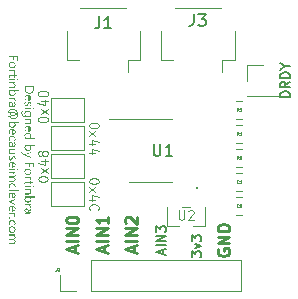
<source format=gbr>
%TF.GenerationSoftware,KiCad,Pcbnew,(7.0.0)*%
%TF.CreationDate,2023-02-19T16:47:07-06:00*%
%TF.ProjectId,ADS1219,41445331-3231-4392-9e6b-696361645f70,4*%
%TF.SameCoordinates,Original*%
%TF.FileFunction,Legend,Top*%
%TF.FilePolarity,Positive*%
%FSLAX46Y46*%
G04 Gerber Fmt 4.6, Leading zero omitted, Abs format (unit mm)*
G04 Created by KiCad (PCBNEW (7.0.0)) date 2023-02-19 16:47:07*
%MOMM*%
%LPD*%
G01*
G04 APERTURE LIST*
%ADD10C,0.080000*%
%ADD11C,0.250000*%
%ADD12C,0.187500*%
%ADD13C,0.125000*%
%ADD14C,0.150000*%
%ADD15C,0.062500*%
%ADD16C,0.120000*%
G04 APERTURE END LIST*
D10*
G36*
X160627829Y-81201786D02*
G01*
X160627454Y-81227404D01*
X160626329Y-81252208D01*
X160624455Y-81276199D01*
X160621830Y-81299377D01*
X160618455Y-81321741D01*
X160614331Y-81343292D01*
X160609457Y-81364030D01*
X160603832Y-81383955D01*
X160597458Y-81403066D01*
X160590334Y-81421364D01*
X160582460Y-81438849D01*
X160573836Y-81455521D01*
X160564463Y-81471379D01*
X160554339Y-81486425D01*
X160543465Y-81500657D01*
X160531842Y-81514075D01*
X160519468Y-81526681D01*
X160506345Y-81538473D01*
X160492472Y-81549452D01*
X160477849Y-81559617D01*
X160462476Y-81568970D01*
X160446353Y-81577509D01*
X160429480Y-81585235D01*
X160411857Y-81592147D01*
X160393485Y-81598247D01*
X160374362Y-81603533D01*
X160354490Y-81608006D01*
X160333868Y-81611665D01*
X160312495Y-81614512D01*
X160290373Y-81616545D01*
X160267501Y-81617765D01*
X160243879Y-81618172D01*
X160232543Y-81618059D01*
X160221347Y-81617720D01*
X160210291Y-81617155D01*
X160199375Y-81616364D01*
X160188599Y-81615347D01*
X160177964Y-81614105D01*
X160167468Y-81612636D01*
X160157112Y-81610942D01*
X160146897Y-81609022D01*
X160136821Y-81606875D01*
X160126885Y-81604503D01*
X160117090Y-81601905D01*
X160107435Y-81599081D01*
X160097919Y-81596031D01*
X160088544Y-81592755D01*
X160079309Y-81589253D01*
X160070213Y-81585525D01*
X160061258Y-81581572D01*
X160052443Y-81577392D01*
X160043768Y-81572987D01*
X160035233Y-81568355D01*
X160026838Y-81563498D01*
X160018584Y-81558414D01*
X160010469Y-81553105D01*
X160002494Y-81547570D01*
X159994659Y-81541809D01*
X159986965Y-81535822D01*
X159979410Y-81529609D01*
X159971996Y-81523170D01*
X159964721Y-81516505D01*
X159957587Y-81509615D01*
X159950593Y-81502498D01*
X159943789Y-81495192D01*
X159937201Y-81487734D01*
X159930828Y-81480122D01*
X159924672Y-81472359D01*
X159918732Y-81464442D01*
X159913008Y-81456373D01*
X159907500Y-81448151D01*
X159902208Y-81439777D01*
X159897132Y-81431249D01*
X159892272Y-81422570D01*
X159887628Y-81413737D01*
X159883200Y-81404752D01*
X159878988Y-81395614D01*
X159874992Y-81386324D01*
X159871212Y-81376881D01*
X159867648Y-81367285D01*
X159864300Y-81357537D01*
X159861168Y-81347636D01*
X159858252Y-81337582D01*
X159855552Y-81327376D01*
X159853068Y-81317017D01*
X159850800Y-81306505D01*
X159848748Y-81295841D01*
X159846912Y-81285024D01*
X159845292Y-81274055D01*
X159843888Y-81262932D01*
X159842700Y-81251658D01*
X159841728Y-81240230D01*
X159840972Y-81228650D01*
X159840432Y-81216917D01*
X159840108Y-81205032D01*
X159840000Y-81192994D01*
X159840000Y-81076343D01*
X159923628Y-81076343D01*
X159923628Y-81193971D01*
X159923709Y-81203588D01*
X159923952Y-81213070D01*
X159924356Y-81222419D01*
X159924923Y-81231633D01*
X159925651Y-81240713D01*
X159926541Y-81249658D01*
X159927593Y-81258469D01*
X159928806Y-81267146D01*
X159930182Y-81275688D01*
X159931719Y-81284096D01*
X159933418Y-81292370D01*
X159935279Y-81300509D01*
X159937301Y-81308514D01*
X159939486Y-81316385D01*
X159941832Y-81324121D01*
X159944340Y-81331723D01*
X159947010Y-81339191D01*
X159949842Y-81346525D01*
X159955990Y-81360788D01*
X159962786Y-81374515D01*
X159970230Y-81387704D01*
X159978320Y-81400356D01*
X159987058Y-81412470D01*
X159996443Y-81424047D01*
X160006475Y-81435087D01*
X160017125Y-81445545D01*
X160028314Y-81455329D01*
X160040041Y-81464437D01*
X160052308Y-81472871D01*
X160065113Y-81480631D01*
X160078457Y-81487715D01*
X160092340Y-81494125D01*
X160106762Y-81499860D01*
X160114174Y-81502475D01*
X160121722Y-81504921D01*
X160129405Y-81507198D01*
X160137222Y-81509306D01*
X160145173Y-81511246D01*
X160153260Y-81513017D01*
X160161481Y-81514620D01*
X160169837Y-81516054D01*
X160178328Y-81517319D01*
X160186953Y-81518415D01*
X160195713Y-81519343D01*
X160204608Y-81520102D01*
X160213638Y-81520692D01*
X160222802Y-81521114D01*
X160232101Y-81521367D01*
X160241535Y-81521451D01*
X160260156Y-81521137D01*
X160278186Y-81520193D01*
X160295624Y-81518621D01*
X160312472Y-81516420D01*
X160328728Y-81513590D01*
X160344394Y-81510131D01*
X160359468Y-81506043D01*
X160373951Y-81501326D01*
X160387843Y-81495980D01*
X160401144Y-81490005D01*
X160413853Y-81483401D01*
X160425972Y-81476169D01*
X160437499Y-81468307D01*
X160448435Y-81459817D01*
X160458780Y-81450697D01*
X160468534Y-81440949D01*
X160477697Y-81430572D01*
X160486268Y-81419565D01*
X160494249Y-81407930D01*
X160501638Y-81395666D01*
X160508436Y-81382773D01*
X160514643Y-81369251D01*
X160520259Y-81355101D01*
X160525284Y-81340321D01*
X160529717Y-81324912D01*
X160533560Y-81308875D01*
X160536811Y-81292208D01*
X160539471Y-81274913D01*
X160541540Y-81256988D01*
X160543018Y-81238435D01*
X160543905Y-81219253D01*
X160544200Y-81199442D01*
X160544200Y-81076343D01*
X159923628Y-81076343D01*
X159840000Y-81076343D01*
X159840000Y-80984117D01*
X160627829Y-80984117D01*
X160627829Y-81201786D01*
G37*
G36*
X160127353Y-81718286D02*
G01*
X160135393Y-81718504D01*
X160143338Y-81718868D01*
X160151189Y-81719377D01*
X160166607Y-81720831D01*
X160181646Y-81722866D01*
X160196307Y-81725483D01*
X160210589Y-81728682D01*
X160224493Y-81732463D01*
X160238018Y-81736825D01*
X160251164Y-81741768D01*
X160263932Y-81747294D01*
X160276321Y-81753400D01*
X160288332Y-81760089D01*
X160299964Y-81767359D01*
X160311217Y-81775210D01*
X160322092Y-81783644D01*
X160332588Y-81792659D01*
X160342597Y-81802105D01*
X160351960Y-81811835D01*
X160360677Y-81821846D01*
X160368749Y-81832140D01*
X160376174Y-81842717D01*
X160382954Y-81853576D01*
X160389089Y-81864717D01*
X160394577Y-81876141D01*
X160399420Y-81887847D01*
X160403617Y-81899835D01*
X160407169Y-81912106D01*
X160410075Y-81924660D01*
X160412335Y-81937495D01*
X160413949Y-81950613D01*
X160414917Y-81964014D01*
X160415240Y-81977697D01*
X160414964Y-81991301D01*
X160414135Y-82004515D01*
X160412754Y-82017338D01*
X160410819Y-82029770D01*
X160408333Y-82041811D01*
X160405293Y-82053461D01*
X160401702Y-82064721D01*
X160397557Y-82075590D01*
X160392860Y-82086068D01*
X160387610Y-82096155D01*
X160381808Y-82105851D01*
X160375453Y-82115157D01*
X160368546Y-82124072D01*
X160361086Y-82132596D01*
X160353073Y-82140729D01*
X160344508Y-82148472D01*
X160335451Y-82155806D01*
X160325966Y-82162668D01*
X160316052Y-82169057D01*
X160305710Y-82174972D01*
X160294938Y-82180414D01*
X160283737Y-82185383D01*
X160272107Y-82189878D01*
X160260048Y-82193901D01*
X160247561Y-82197450D01*
X160234644Y-82200526D01*
X160221298Y-82203129D01*
X160207524Y-82205258D01*
X160193320Y-82206914D01*
X160178688Y-82208097D01*
X160163627Y-82208807D01*
X160148136Y-82209044D01*
X160101242Y-82209044D01*
X160101242Y-81812784D01*
X160177641Y-81812784D01*
X160177641Y-82116622D01*
X160187082Y-82116406D01*
X160196258Y-82115905D01*
X160205169Y-82115118D01*
X160213813Y-82114046D01*
X160222192Y-82112688D01*
X160230306Y-82111044D01*
X160238154Y-82109116D01*
X160245736Y-82106901D01*
X160256611Y-82103045D01*
X160266889Y-82098546D01*
X160276569Y-82093405D01*
X160285651Y-82087622D01*
X160294136Y-82081196D01*
X160296831Y-82078911D01*
X160304444Y-82071731D01*
X160311307Y-82064039D01*
X160317422Y-82055835D01*
X160322788Y-82047120D01*
X160327406Y-82037893D01*
X160331274Y-82028154D01*
X160334394Y-82017903D01*
X160336765Y-82007140D01*
X160338387Y-81995866D01*
X160339053Y-81988066D01*
X160339386Y-81980038D01*
X160339427Y-81975938D01*
X160339252Y-81968051D01*
X160338335Y-81956500D01*
X160336631Y-81945286D01*
X160334140Y-81934408D01*
X160330863Y-81923867D01*
X160326799Y-81913663D01*
X160321949Y-81903795D01*
X160316312Y-81894264D01*
X160309888Y-81885069D01*
X160302678Y-81876211D01*
X160294682Y-81867690D01*
X160288981Y-81862255D01*
X160283065Y-81857087D01*
X160276934Y-81852186D01*
X160270587Y-81847552D01*
X160264026Y-81843186D01*
X160257249Y-81839086D01*
X160250257Y-81835254D01*
X160243049Y-81831689D01*
X160235626Y-81828391D01*
X160227988Y-81825360D01*
X160220135Y-81822596D01*
X160212067Y-81820099D01*
X160203783Y-81817870D01*
X160195284Y-81815907D01*
X160186570Y-81814212D01*
X160177641Y-81812784D01*
X160101242Y-81812784D01*
X160101242Y-81811612D01*
X160089565Y-81812061D01*
X160078225Y-81812870D01*
X160067222Y-81814039D01*
X160056557Y-81815569D01*
X160046230Y-81817458D01*
X160036239Y-81819708D01*
X160026587Y-81822319D01*
X160017271Y-81825289D01*
X160008293Y-81828620D01*
X159999652Y-81832311D01*
X159991348Y-81836363D01*
X159983382Y-81840774D01*
X159975753Y-81845546D01*
X159968462Y-81850678D01*
X159961508Y-81856171D01*
X159954891Y-81862024D01*
X159948645Y-81868223D01*
X159942801Y-81874706D01*
X159937361Y-81881473D01*
X159932323Y-81888524D01*
X159927689Y-81895859D01*
X159923457Y-81903478D01*
X159919629Y-81911380D01*
X159916203Y-81919567D01*
X159913181Y-81928038D01*
X159910561Y-81936792D01*
X159908345Y-81945831D01*
X159906531Y-81955153D01*
X159905121Y-81964760D01*
X159904113Y-81974650D01*
X159903509Y-81984824D01*
X159903307Y-81995282D01*
X159903548Y-82007093D01*
X159904272Y-82018785D01*
X159905478Y-82030357D01*
X159907166Y-82041811D01*
X159909337Y-82053145D01*
X159911990Y-82064360D01*
X159915126Y-82075457D01*
X159918743Y-82086434D01*
X159922844Y-82097292D01*
X159927426Y-82108031D01*
X159932491Y-82118651D01*
X159938039Y-82129152D01*
X159944068Y-82139534D01*
X159950580Y-82149797D01*
X159957575Y-82159940D01*
X159965052Y-82169965D01*
X159881032Y-82169965D01*
X159874549Y-82160497D01*
X159868484Y-82150658D01*
X159862838Y-82140445D01*
X159857609Y-82129860D01*
X159852799Y-82118903D01*
X159848408Y-82107573D01*
X159844434Y-82095871D01*
X159840879Y-82083796D01*
X159837742Y-82071349D01*
X159835023Y-82058529D01*
X159832723Y-82045337D01*
X159830840Y-82031772D01*
X159829376Y-82017835D01*
X159828331Y-82003526D01*
X159827703Y-81988844D01*
X159827494Y-81973789D01*
X159827793Y-81959089D01*
X159828688Y-81944788D01*
X159830180Y-81930886D01*
X159832269Y-81917381D01*
X159834955Y-81904275D01*
X159838238Y-81891568D01*
X159842118Y-81879259D01*
X159846594Y-81867348D01*
X159851667Y-81855836D01*
X159857338Y-81844722D01*
X159863605Y-81834007D01*
X159870469Y-81823690D01*
X159877930Y-81813771D01*
X159885987Y-81804251D01*
X159894642Y-81795129D01*
X159903893Y-81786406D01*
X159913710Y-81778148D01*
X159924013Y-81770423D01*
X159934801Y-81763231D01*
X159946074Y-81756572D01*
X159957833Y-81750445D01*
X159970077Y-81744851D01*
X159982807Y-81739790D01*
X159996022Y-81735262D01*
X160009722Y-81731266D01*
X160023908Y-81727803D01*
X160038580Y-81724873D01*
X160053736Y-81722475D01*
X160061497Y-81721476D01*
X160069379Y-81720611D01*
X160077382Y-81719878D01*
X160085506Y-81719279D01*
X160093752Y-81718813D01*
X160102119Y-81718480D01*
X160110608Y-81718280D01*
X160119218Y-81718213D01*
X160127353Y-81718286D01*
G37*
G36*
X159859930Y-82308109D02*
G01*
X159953328Y-82308109D01*
X159947271Y-82317375D01*
X159941605Y-82326757D01*
X159936329Y-82336255D01*
X159931444Y-82345869D01*
X159926950Y-82355599D01*
X159922847Y-82365445D01*
X159919134Y-82375407D01*
X159915812Y-82385485D01*
X159912882Y-82395679D01*
X159910341Y-82405989D01*
X159908192Y-82416415D01*
X159906434Y-82426957D01*
X159905066Y-82437615D01*
X159904089Y-82448390D01*
X159903503Y-82459280D01*
X159903307Y-82470286D01*
X159903615Y-82484648D01*
X159904538Y-82498084D01*
X159906076Y-82510593D01*
X159908229Y-82522175D01*
X159910997Y-82532831D01*
X159914381Y-82542560D01*
X159918379Y-82551363D01*
X159922993Y-82559239D01*
X159928222Y-82566189D01*
X159934067Y-82572212D01*
X159940526Y-82577308D01*
X159947601Y-82581478D01*
X159955291Y-82584721D01*
X159963596Y-82587037D01*
X159972516Y-82588427D01*
X159982051Y-82588890D01*
X159990237Y-82588533D01*
X159999180Y-82587213D01*
X160007468Y-82584921D01*
X160015101Y-82581657D01*
X160020153Y-82578730D01*
X160026814Y-82573939D01*
X160033120Y-82568456D01*
X160039071Y-82562281D01*
X160044666Y-82555414D01*
X160047704Y-82551179D01*
X160052157Y-82544511D01*
X160056432Y-82537404D01*
X160060529Y-82529857D01*
X160064446Y-82521870D01*
X160068186Y-82513444D01*
X160069392Y-82510537D01*
X160072460Y-82503180D01*
X160075556Y-82495642D01*
X160078680Y-82487923D01*
X160081834Y-82480022D01*
X160085015Y-82471940D01*
X160088226Y-82463677D01*
X160089518Y-82460321D01*
X160093234Y-82451085D01*
X160096955Y-82442137D01*
X160100683Y-82433475D01*
X160104417Y-82425101D01*
X160108157Y-82417014D01*
X160111903Y-82409213D01*
X160115655Y-82401700D01*
X160119413Y-82394473D01*
X160123236Y-82387579D01*
X160128185Y-82379357D01*
X160133326Y-82371574D01*
X160138657Y-82364229D01*
X160144180Y-82357324D01*
X160149893Y-82350857D01*
X160153412Y-82347188D01*
X160159459Y-82341494D01*
X160165754Y-82336258D01*
X160172297Y-82331480D01*
X160179088Y-82327160D01*
X160186127Y-82323298D01*
X160193414Y-82319893D01*
X160196399Y-82318660D01*
X160204114Y-82315902D01*
X160212240Y-82313611D01*
X160220776Y-82311788D01*
X160229723Y-82310432D01*
X160239079Y-82309544D01*
X160248846Y-82309123D01*
X160252868Y-82309086D01*
X160262595Y-82309370D01*
X160272041Y-82310221D01*
X160281206Y-82311641D01*
X160290090Y-82313629D01*
X160298694Y-82316184D01*
X160307016Y-82319307D01*
X160315058Y-82322998D01*
X160322819Y-82327257D01*
X160330283Y-82331986D01*
X160337437Y-82337088D01*
X160344279Y-82342562D01*
X160350809Y-82348409D01*
X160357028Y-82354628D01*
X160362936Y-82361219D01*
X160368532Y-82368183D01*
X160373817Y-82375520D01*
X160378787Y-82383223D01*
X160383440Y-82391188D01*
X160387775Y-82399416D01*
X160391793Y-82407906D01*
X160395493Y-82416659D01*
X160398876Y-82425675D01*
X160401941Y-82434953D01*
X160404689Y-82444494D01*
X160407162Y-82454251D01*
X160409305Y-82464082D01*
X160411119Y-82473986D01*
X160412602Y-82483964D01*
X160413756Y-82494014D01*
X160414581Y-82504138D01*
X160415075Y-82514335D01*
X160415240Y-82524606D01*
X160415144Y-82533680D01*
X160414856Y-82542634D01*
X160414375Y-82551467D01*
X160413702Y-82560180D01*
X160412836Y-82568772D01*
X160411778Y-82577243D01*
X160410528Y-82585594D01*
X160409085Y-82593824D01*
X160407450Y-82601934D01*
X160405623Y-82609923D01*
X160403604Y-82617791D01*
X160401392Y-82625539D01*
X160398987Y-82633166D01*
X160396391Y-82640673D01*
X160393602Y-82648059D01*
X160390621Y-82655324D01*
X160301912Y-82655324D01*
X160306454Y-82647485D01*
X160310704Y-82639500D01*
X160314661Y-82631371D01*
X160318325Y-82623096D01*
X160321695Y-82614677D01*
X160324773Y-82606112D01*
X160327557Y-82597403D01*
X160330048Y-82588548D01*
X160332247Y-82579549D01*
X160334152Y-82570404D01*
X160335764Y-82561115D01*
X160337083Y-82551680D01*
X160338108Y-82542100D01*
X160338841Y-82532376D01*
X160339281Y-82522506D01*
X160339427Y-82512491D01*
X160339221Y-82503211D01*
X160338603Y-82494274D01*
X160337573Y-82485680D01*
X160336130Y-82477430D01*
X160334275Y-82469523D01*
X160333565Y-82466964D01*
X160330862Y-82458345D01*
X160327710Y-82450268D01*
X160324109Y-82442733D01*
X160320059Y-82435741D01*
X160317543Y-82431989D01*
X160312109Y-82425162D01*
X160306161Y-82419141D01*
X160299701Y-82413927D01*
X160292728Y-82409518D01*
X160285303Y-82406013D01*
X160277487Y-82403510D01*
X160269281Y-82402008D01*
X160260683Y-82401507D01*
X160252724Y-82401789D01*
X160244063Y-82402829D01*
X160236076Y-82404637D01*
X160227772Y-82407641D01*
X160223949Y-82409518D01*
X160216732Y-82413976D01*
X160209930Y-82419337D01*
X160203543Y-82425602D01*
X160198295Y-82431825D01*
X160197571Y-82432770D01*
X160192630Y-82439832D01*
X160187895Y-82447511D01*
X160184000Y-82454584D01*
X160180257Y-82462111D01*
X160176664Y-82470091D01*
X160173158Y-82478576D01*
X160170142Y-82485963D01*
X160167041Y-82493636D01*
X160163853Y-82501594D01*
X160160580Y-82509840D01*
X160157220Y-82518371D01*
X160156538Y-82520111D01*
X160152957Y-82529322D01*
X160149345Y-82538295D01*
X160145703Y-82547030D01*
X160142030Y-82555527D01*
X160138327Y-82563785D01*
X160134593Y-82571805D01*
X160130829Y-82579588D01*
X160127034Y-82587132D01*
X160123211Y-82594419D01*
X160119267Y-82601432D01*
X160115200Y-82608170D01*
X160109945Y-82616206D01*
X160104499Y-82623813D01*
X160098863Y-82630991D01*
X160093035Y-82637739D01*
X160087025Y-82644034D01*
X160080720Y-82649852D01*
X160074119Y-82655193D01*
X160067222Y-82660057D01*
X160060029Y-82664443D01*
X160052540Y-82668353D01*
X160049462Y-82669784D01*
X160041540Y-82673048D01*
X160033159Y-82675760D01*
X160024320Y-82677918D01*
X160015024Y-82679523D01*
X160007257Y-82680408D01*
X159999197Y-82680939D01*
X159990844Y-82681116D01*
X159980610Y-82680829D01*
X159970718Y-82679968D01*
X159961168Y-82678534D01*
X159951960Y-82676525D01*
X159943094Y-82673942D01*
X159934570Y-82670785D01*
X159926388Y-82667054D01*
X159918548Y-82662749D01*
X159911041Y-82657962D01*
X159903857Y-82652784D01*
X159896997Y-82647215D01*
X159890460Y-82641256D01*
X159884247Y-82634906D01*
X159878358Y-82628165D01*
X159872792Y-82621033D01*
X159867550Y-82613510D01*
X159862635Y-82605691D01*
X159858049Y-82597573D01*
X159853793Y-82589156D01*
X159849867Y-82580439D01*
X159846270Y-82571424D01*
X159843004Y-82562109D01*
X159840067Y-82552495D01*
X159837459Y-82542582D01*
X159835124Y-82532507D01*
X159833100Y-82522310D01*
X159831786Y-82514582D01*
X159830647Y-82506785D01*
X159829684Y-82498920D01*
X159828896Y-82490986D01*
X159828283Y-82482983D01*
X159827845Y-82474911D01*
X159827582Y-82466771D01*
X159827494Y-82458562D01*
X159827621Y-82447808D01*
X159828001Y-82437234D01*
X159828635Y-82426840D01*
X159829521Y-82416626D01*
X159830662Y-82406592D01*
X159832056Y-82396738D01*
X159833703Y-82387065D01*
X159835603Y-82377571D01*
X159837757Y-82368258D01*
X159840164Y-82359125D01*
X159842825Y-82350172D01*
X159845739Y-82341399D01*
X159848907Y-82332806D01*
X159852328Y-82324394D01*
X159856002Y-82316161D01*
X159859930Y-82308109D01*
G37*
G36*
X160540293Y-82863419D02*
G01*
X160540849Y-82854588D01*
X160542518Y-82846264D01*
X160545300Y-82838449D01*
X160549195Y-82831143D01*
X160554203Y-82824344D01*
X160556120Y-82822191D01*
X160562357Y-82816414D01*
X160569199Y-82811832D01*
X160576645Y-82808446D01*
X160584696Y-82806254D01*
X160593351Y-82805258D01*
X160596371Y-82805192D01*
X160605168Y-82805789D01*
X160613388Y-82807582D01*
X160621032Y-82810570D01*
X160628098Y-82814754D01*
X160634587Y-82820133D01*
X160636622Y-82822191D01*
X160642133Y-82828820D01*
X160646505Y-82835957D01*
X160649736Y-82843603D01*
X160651826Y-82851757D01*
X160652776Y-82860419D01*
X160652840Y-82863419D01*
X160652270Y-82872457D01*
X160650559Y-82880959D01*
X160647708Y-82888925D01*
X160643717Y-82896355D01*
X160638586Y-82903250D01*
X160636622Y-82905429D01*
X160630325Y-82911339D01*
X160623451Y-82916026D01*
X160616000Y-82919491D01*
X160607972Y-82921732D01*
X160599367Y-82922751D01*
X160596371Y-82922819D01*
X160587892Y-82922208D01*
X160579894Y-82920374D01*
X160572376Y-82917317D01*
X160565340Y-82913037D01*
X160558784Y-82907535D01*
X160556706Y-82905429D01*
X160551128Y-82898713D01*
X160546704Y-82891461D01*
X160543434Y-82883674D01*
X160541318Y-82875350D01*
X160540357Y-82866491D01*
X160540293Y-82863419D01*
G37*
G36*
X159840000Y-82907383D02*
G01*
X159840000Y-82817306D01*
X160402735Y-82817306D01*
X160402735Y-82907383D01*
X159840000Y-82907383D01*
G37*
G36*
X160112090Y-83050088D02*
G01*
X160120869Y-83050290D01*
X160129533Y-83050627D01*
X160138083Y-83051098D01*
X160146517Y-83051705D01*
X160154837Y-83052446D01*
X160163042Y-83053321D01*
X160171132Y-83054332D01*
X160179107Y-83055477D01*
X160186967Y-83056757D01*
X160194712Y-83058171D01*
X160209859Y-83061404D01*
X160224545Y-83065176D01*
X160238772Y-83069487D01*
X160252540Y-83074337D01*
X160265848Y-83079725D01*
X160278697Y-83085653D01*
X160291086Y-83092119D01*
X160303016Y-83099124D01*
X160314486Y-83106669D01*
X160325497Y-83114751D01*
X160330830Y-83118995D01*
X160341051Y-83127815D01*
X160350614Y-83137032D01*
X160359516Y-83146646D01*
X160367759Y-83156657D01*
X160375343Y-83167065D01*
X160382267Y-83177870D01*
X160388532Y-83189071D01*
X160394138Y-83200670D01*
X160399084Y-83212665D01*
X160403370Y-83225057D01*
X160406997Y-83237847D01*
X160409965Y-83251033D01*
X160412273Y-83264616D01*
X160413921Y-83278595D01*
X160414911Y-83292972D01*
X160415240Y-83307746D01*
X160414885Y-83321755D01*
X160413818Y-83335303D01*
X160412039Y-83348389D01*
X160409549Y-83361015D01*
X160406348Y-83373180D01*
X160402436Y-83384884D01*
X160397812Y-83396127D01*
X160392477Y-83406908D01*
X160386430Y-83417229D01*
X160379672Y-83427089D01*
X160372203Y-83436488D01*
X160364023Y-83445426D01*
X160355131Y-83453902D01*
X160345527Y-83461918D01*
X160335213Y-83469473D01*
X160324187Y-83476566D01*
X160324187Y-83478716D01*
X160402735Y-83478716D01*
X160402735Y-83568793D01*
X159878688Y-83568793D01*
X159859381Y-83568503D01*
X159840688Y-83567634D01*
X159822608Y-83566186D01*
X159805140Y-83564158D01*
X159788285Y-83561551D01*
X159772044Y-83558365D01*
X159756415Y-83554599D01*
X159741399Y-83550255D01*
X159726996Y-83545330D01*
X159713205Y-83539827D01*
X159700028Y-83533744D01*
X159687464Y-83527082D01*
X159675512Y-83519841D01*
X159664174Y-83512020D01*
X159653448Y-83503620D01*
X159643335Y-83494640D01*
X159633835Y-83485082D01*
X159624948Y-83474944D01*
X159616674Y-83464226D01*
X159609013Y-83452930D01*
X159601965Y-83441054D01*
X159595529Y-83428599D01*
X159589707Y-83415564D01*
X159584497Y-83401950D01*
X159579900Y-83387757D01*
X159575917Y-83372985D01*
X159572546Y-83357633D01*
X159569788Y-83341702D01*
X159567642Y-83325191D01*
X159566110Y-83308102D01*
X159565191Y-83290432D01*
X159564884Y-83272184D01*
X159565033Y-83259221D01*
X159565480Y-83246465D01*
X159566224Y-83233917D01*
X159567266Y-83221577D01*
X159568605Y-83209444D01*
X159570242Y-83197519D01*
X159572177Y-83185801D01*
X159574410Y-83174292D01*
X159576940Y-83162989D01*
X159579768Y-83151894D01*
X159582893Y-83141007D01*
X159586317Y-83130328D01*
X159590038Y-83119856D01*
X159594056Y-83109592D01*
X159598372Y-83099535D01*
X159602986Y-83089686D01*
X159689937Y-83089686D01*
X159684116Y-83101545D01*
X159678671Y-83113335D01*
X159673601Y-83125054D01*
X159668907Y-83136703D01*
X159664589Y-83148281D01*
X159660646Y-83159790D01*
X159657078Y-83171228D01*
X159653886Y-83182596D01*
X159651070Y-83193894D01*
X159648629Y-83205121D01*
X159646564Y-83216278D01*
X159644874Y-83227366D01*
X159643560Y-83238382D01*
X159642621Y-83249329D01*
X159642057Y-83260205D01*
X159641870Y-83271012D01*
X159642094Y-83283790D01*
X159642766Y-83296163D01*
X159643886Y-83308131D01*
X159645454Y-83319692D01*
X159647470Y-83330848D01*
X159649934Y-83341599D01*
X159652847Y-83351943D01*
X159656207Y-83361882D01*
X159660015Y-83371416D01*
X159664271Y-83380543D01*
X159668976Y-83389265D01*
X159674128Y-83397581D01*
X159679728Y-83405492D01*
X159685777Y-83412997D01*
X159692273Y-83420096D01*
X159699218Y-83426790D01*
X159706610Y-83433078D01*
X159714451Y-83438960D01*
X159722740Y-83444437D01*
X159731476Y-83449507D01*
X159740661Y-83454173D01*
X159750294Y-83458432D01*
X159760374Y-83462286D01*
X159770903Y-83465734D01*
X159781880Y-83468777D01*
X159793305Y-83471414D01*
X159805178Y-83473645D01*
X159817499Y-83475470D01*
X159830268Y-83476890D01*
X159843485Y-83477904D01*
X159857150Y-83478513D01*
X159871263Y-83478716D01*
X159935157Y-83478716D01*
X159935157Y-83476566D01*
X159922119Y-83468277D01*
X159909923Y-83459482D01*
X159898568Y-83450179D01*
X159888054Y-83440370D01*
X159878382Y-83430053D01*
X159869550Y-83419230D01*
X159861559Y-83407901D01*
X159854410Y-83396064D01*
X159848101Y-83383721D01*
X159842634Y-83370870D01*
X159838008Y-83357513D01*
X159834223Y-83343650D01*
X159831279Y-83329279D01*
X159829176Y-83314401D01*
X159828631Y-83307746D01*
X159903307Y-83307746D01*
X159903517Y-83317135D01*
X159904147Y-83326302D01*
X159905196Y-83335246D01*
X159906666Y-83343967D01*
X159908555Y-83352465D01*
X159910864Y-83360740D01*
X159913592Y-83368793D01*
X159916741Y-83376622D01*
X159920309Y-83384229D01*
X159924297Y-83391613D01*
X159928705Y-83398774D01*
X159933532Y-83405712D01*
X159938780Y-83412427D01*
X159944447Y-83418919D01*
X159950534Y-83425188D01*
X159957041Y-83431235D01*
X159963875Y-83436985D01*
X159970944Y-83442363D01*
X159978249Y-83447371D01*
X159985788Y-83452008D01*
X159993563Y-83456274D01*
X160001572Y-83460169D01*
X160009817Y-83463693D01*
X160018297Y-83466846D01*
X160027012Y-83469628D01*
X160035962Y-83472039D01*
X160045147Y-83474079D01*
X160054567Y-83475748D01*
X160064222Y-83477047D01*
X160074112Y-83477974D01*
X160084238Y-83478530D01*
X160094598Y-83478716D01*
X160177250Y-83478716D01*
X160185528Y-83478539D01*
X160193657Y-83478008D01*
X160201636Y-83477122D01*
X160209466Y-83475883D01*
X160217146Y-83474289D01*
X160228385Y-83471234D01*
X160239288Y-83467383D01*
X160249854Y-83462735D01*
X160260083Y-83457290D01*
X160269976Y-83451048D01*
X160276385Y-83446444D01*
X160282643Y-83441486D01*
X160288753Y-83436173D01*
X160291751Y-83433384D01*
X160297524Y-83427631D01*
X160302925Y-83421703D01*
X160307954Y-83415602D01*
X160314798Y-83406123D01*
X160320804Y-83396253D01*
X160325972Y-83385992D01*
X160330302Y-83375339D01*
X160333794Y-83364294D01*
X160336448Y-83352857D01*
X160337751Y-83345016D01*
X160338682Y-83337000D01*
X160339241Y-83328810D01*
X160339427Y-83320446D01*
X160339191Y-83310158D01*
X160338481Y-83300153D01*
X160337298Y-83290430D01*
X160335642Y-83280989D01*
X160333512Y-83271831D01*
X160330909Y-83262955D01*
X160327833Y-83254361D01*
X160324284Y-83246050D01*
X160320262Y-83238021D01*
X160315766Y-83230275D01*
X160310797Y-83222811D01*
X160305355Y-83215630D01*
X160299440Y-83208731D01*
X160293052Y-83202114D01*
X160286190Y-83195780D01*
X160278855Y-83189728D01*
X160271094Y-83184002D01*
X160262955Y-83178645D01*
X160254437Y-83173658D01*
X160245540Y-83169040D01*
X160236265Y-83164792D01*
X160226612Y-83160913D01*
X160216579Y-83157404D01*
X160206168Y-83154264D01*
X160195379Y-83151493D01*
X160184211Y-83149092D01*
X160172664Y-83147060D01*
X160160739Y-83145398D01*
X160148435Y-83144105D01*
X160135753Y-83143181D01*
X160122692Y-83142627D01*
X160109253Y-83142442D01*
X160097699Y-83142619D01*
X160086437Y-83143151D01*
X160075467Y-83144036D01*
X160064788Y-83145275D01*
X160054401Y-83146869D01*
X160044306Y-83148817D01*
X160034502Y-83151119D01*
X160024989Y-83153775D01*
X160015768Y-83156785D01*
X160006839Y-83160150D01*
X159998201Y-83163868D01*
X159989855Y-83167941D01*
X159981800Y-83172368D01*
X159974037Y-83177149D01*
X159966565Y-83182284D01*
X159959385Y-83187774D01*
X159952595Y-83193555D01*
X159946242Y-83199565D01*
X159940328Y-83205803D01*
X159934851Y-83212271D01*
X159929813Y-83218968D01*
X159925213Y-83225894D01*
X159921051Y-83233049D01*
X159917327Y-83240432D01*
X159914041Y-83248045D01*
X159911193Y-83255887D01*
X159908784Y-83263958D01*
X159906812Y-83272257D01*
X159905279Y-83280786D01*
X159904183Y-83289544D01*
X159903526Y-83298530D01*
X159903307Y-83307746D01*
X159828631Y-83307746D01*
X159827915Y-83299017D01*
X159827599Y-83291135D01*
X159827494Y-83283126D01*
X159827787Y-83270146D01*
X159828664Y-83257487D01*
X159830125Y-83245148D01*
X159832172Y-83233130D01*
X159834802Y-83221432D01*
X159838018Y-83210055D01*
X159841818Y-83198998D01*
X159846203Y-83188262D01*
X159851173Y-83177847D01*
X159856727Y-83167752D01*
X159862866Y-83157978D01*
X159869590Y-83148524D01*
X159876898Y-83139391D01*
X159884791Y-83130578D01*
X159893268Y-83122086D01*
X159902330Y-83113915D01*
X159911885Y-83106178D01*
X159921839Y-83098940D01*
X159932194Y-83092201D01*
X159942948Y-83085961D01*
X159954102Y-83080221D01*
X159965656Y-83074979D01*
X159977610Y-83070237D01*
X159989965Y-83065994D01*
X160002719Y-83062250D01*
X160015873Y-83059006D01*
X160029427Y-83056260D01*
X160043381Y-83054014D01*
X160057734Y-83052267D01*
X160072488Y-83051019D01*
X160087642Y-83050270D01*
X160103196Y-83050021D01*
X160112090Y-83050088D01*
G37*
G36*
X159840000Y-84214571D02*
G01*
X159840000Y-84124299D01*
X160160446Y-84124299D01*
X160171458Y-84124171D01*
X160182120Y-84123788D01*
X160192432Y-84123150D01*
X160202395Y-84122256D01*
X160212008Y-84121107D01*
X160221272Y-84119703D01*
X160230186Y-84118043D01*
X160238750Y-84116129D01*
X160246965Y-84113958D01*
X160254831Y-84111533D01*
X160262347Y-84108852D01*
X160276329Y-84102725D01*
X160288914Y-84095576D01*
X160300100Y-84087406D01*
X160309888Y-84078215D01*
X160318278Y-84068003D01*
X160325270Y-84056769D01*
X160330863Y-84044514D01*
X160335058Y-84031238D01*
X160337854Y-84016941D01*
X160339252Y-84001622D01*
X160339427Y-83993580D01*
X160339229Y-83985220D01*
X160338633Y-83977041D01*
X160337641Y-83969045D01*
X160336252Y-83961230D01*
X160334466Y-83953596D01*
X160331043Y-83942487D01*
X160326727Y-83931786D01*
X160321517Y-83921494D01*
X160315415Y-83911611D01*
X160310851Y-83905249D01*
X160305890Y-83899069D01*
X160300532Y-83893071D01*
X160294777Y-83887254D01*
X160288625Y-83881619D01*
X160282171Y-83876271D01*
X160275509Y-83871269D01*
X160268640Y-83866612D01*
X160261563Y-83862299D01*
X160254278Y-83858332D01*
X160246786Y-83854709D01*
X160239086Y-83851432D01*
X160231179Y-83848499D01*
X160223064Y-83845912D01*
X160214741Y-83843670D01*
X160206211Y-83841772D01*
X160197473Y-83840220D01*
X160188528Y-83839012D01*
X160179375Y-83838150D01*
X160170014Y-83837632D01*
X160160446Y-83837460D01*
X159840000Y-83837460D01*
X159840000Y-83747383D01*
X160402735Y-83747383D01*
X160402735Y-83837460D01*
X160308750Y-83837460D01*
X160308750Y-83839609D01*
X160321646Y-83847819D01*
X160333709Y-83856474D01*
X160344940Y-83865575D01*
X160355340Y-83875122D01*
X160364907Y-83885115D01*
X160373643Y-83895553D01*
X160381546Y-83906437D01*
X160388618Y-83917767D01*
X160394857Y-83929542D01*
X160400265Y-83941764D01*
X160404841Y-83954431D01*
X160408585Y-83967543D01*
X160411496Y-83981102D01*
X160413576Y-83995106D01*
X160414824Y-84009556D01*
X160415240Y-84024452D01*
X160415007Y-84035811D01*
X160414309Y-84046831D01*
X160413145Y-84057512D01*
X160411516Y-84067854D01*
X160409420Y-84077857D01*
X160406860Y-84087522D01*
X160403833Y-84096847D01*
X160400341Y-84105834D01*
X160396384Y-84114481D01*
X160391961Y-84122790D01*
X160387072Y-84130760D01*
X160381718Y-84138391D01*
X160375898Y-84145683D01*
X160369613Y-84152637D01*
X160362862Y-84159251D01*
X160355645Y-84165527D01*
X160347990Y-84171466D01*
X160339922Y-84177021D01*
X160331442Y-84182194D01*
X160322550Y-84186983D01*
X160313246Y-84191390D01*
X160303530Y-84195413D01*
X160293401Y-84199053D01*
X160282861Y-84202310D01*
X160271908Y-84205183D01*
X160260543Y-84207674D01*
X160248766Y-84209781D01*
X160236577Y-84211505D01*
X160223975Y-84212846D01*
X160210962Y-84213804D01*
X160197536Y-84214379D01*
X160183698Y-84214571D01*
X159840000Y-84214571D01*
G37*
G36*
X160127353Y-84342822D02*
G01*
X160135393Y-84343040D01*
X160143338Y-84343404D01*
X160151189Y-84343913D01*
X160166607Y-84345367D01*
X160181646Y-84347402D01*
X160196307Y-84350019D01*
X160210589Y-84353218D01*
X160224493Y-84356999D01*
X160238018Y-84361361D01*
X160251164Y-84366304D01*
X160263932Y-84371829D01*
X160276321Y-84377936D01*
X160288332Y-84384625D01*
X160299964Y-84391895D01*
X160311217Y-84399746D01*
X160322092Y-84408180D01*
X160332588Y-84417195D01*
X160342597Y-84426641D01*
X160351960Y-84436371D01*
X160360677Y-84446382D01*
X160368749Y-84456676D01*
X160376174Y-84467253D01*
X160382954Y-84478112D01*
X160389089Y-84489253D01*
X160394577Y-84500677D01*
X160399420Y-84512383D01*
X160403617Y-84524371D01*
X160407169Y-84536642D01*
X160410075Y-84549196D01*
X160412335Y-84562031D01*
X160413949Y-84575149D01*
X160414917Y-84588550D01*
X160415240Y-84602233D01*
X160414964Y-84615837D01*
X160414135Y-84629051D01*
X160412754Y-84641874D01*
X160410819Y-84654305D01*
X160408333Y-84666347D01*
X160405293Y-84677997D01*
X160401702Y-84689257D01*
X160397557Y-84700125D01*
X160392860Y-84710603D01*
X160387610Y-84720691D01*
X160381808Y-84730387D01*
X160375453Y-84739693D01*
X160368546Y-84748608D01*
X160361086Y-84757132D01*
X160353073Y-84765265D01*
X160344508Y-84773008D01*
X160335451Y-84780342D01*
X160325966Y-84787204D01*
X160316052Y-84793593D01*
X160305710Y-84799508D01*
X160294938Y-84804950D01*
X160283737Y-84809919D01*
X160272107Y-84814414D01*
X160260048Y-84818437D01*
X160247561Y-84821986D01*
X160234644Y-84825062D01*
X160221298Y-84827664D01*
X160207524Y-84829794D01*
X160193320Y-84831450D01*
X160178688Y-84832633D01*
X160163627Y-84833343D01*
X160148136Y-84833580D01*
X160101242Y-84833580D01*
X160101242Y-84437320D01*
X160177641Y-84437320D01*
X160177641Y-84741158D01*
X160187082Y-84740942D01*
X160196258Y-84740441D01*
X160205169Y-84739654D01*
X160213813Y-84738581D01*
X160222192Y-84737224D01*
X160230306Y-84735580D01*
X160238154Y-84733652D01*
X160245736Y-84731437D01*
X160256611Y-84727581D01*
X160266889Y-84723082D01*
X160276569Y-84717941D01*
X160285651Y-84712157D01*
X160294136Y-84705732D01*
X160296831Y-84703447D01*
X160304444Y-84696267D01*
X160311307Y-84688575D01*
X160317422Y-84680371D01*
X160322788Y-84671656D01*
X160327406Y-84662429D01*
X160331274Y-84652690D01*
X160334394Y-84642439D01*
X160336765Y-84631676D01*
X160338387Y-84620402D01*
X160339053Y-84612602D01*
X160339386Y-84604574D01*
X160339427Y-84600474D01*
X160339252Y-84592587D01*
X160338335Y-84581036D01*
X160336631Y-84569822D01*
X160334140Y-84558944D01*
X160330863Y-84548403D01*
X160326799Y-84538199D01*
X160321949Y-84528331D01*
X160316312Y-84518800D01*
X160309888Y-84509605D01*
X160302678Y-84500747D01*
X160294682Y-84492226D01*
X160288981Y-84486791D01*
X160283065Y-84481623D01*
X160276934Y-84476722D01*
X160270587Y-84472088D01*
X160264026Y-84467722D01*
X160257249Y-84463622D01*
X160250257Y-84459790D01*
X160243049Y-84456225D01*
X160235626Y-84452926D01*
X160227988Y-84449896D01*
X160220135Y-84447132D01*
X160212067Y-84444635D01*
X160203783Y-84442406D01*
X160195284Y-84440443D01*
X160186570Y-84438748D01*
X160177641Y-84437320D01*
X160101242Y-84437320D01*
X160101242Y-84436148D01*
X160089565Y-84436597D01*
X160078225Y-84437406D01*
X160067222Y-84438575D01*
X160056557Y-84440105D01*
X160046230Y-84441994D01*
X160036239Y-84444244D01*
X160026587Y-84446855D01*
X160017271Y-84449825D01*
X160008293Y-84453156D01*
X159999652Y-84456847D01*
X159991348Y-84460899D01*
X159983382Y-84465310D01*
X159975753Y-84470082D01*
X159968462Y-84475214D01*
X159961508Y-84480707D01*
X159954891Y-84486560D01*
X159948645Y-84492759D01*
X159942801Y-84499242D01*
X159937361Y-84506009D01*
X159932323Y-84513060D01*
X159927689Y-84520395D01*
X159923457Y-84528014D01*
X159919629Y-84535916D01*
X159916203Y-84544103D01*
X159913181Y-84552574D01*
X159910561Y-84561328D01*
X159908345Y-84570367D01*
X159906531Y-84579689D01*
X159905121Y-84589296D01*
X159904113Y-84599186D01*
X159903509Y-84609360D01*
X159903307Y-84619818D01*
X159903548Y-84631629D01*
X159904272Y-84643321D01*
X159905478Y-84654893D01*
X159907166Y-84666347D01*
X159909337Y-84677681D01*
X159911990Y-84688896D01*
X159915126Y-84699993D01*
X159918743Y-84710970D01*
X159922844Y-84721828D01*
X159927426Y-84732567D01*
X159932491Y-84743187D01*
X159938039Y-84753688D01*
X159944068Y-84764070D01*
X159950580Y-84774333D01*
X159957575Y-84784476D01*
X159965052Y-84794501D01*
X159881032Y-84794501D01*
X159874549Y-84785033D01*
X159868484Y-84775193D01*
X159862838Y-84764981D01*
X159857609Y-84754396D01*
X159852799Y-84743439D01*
X159848408Y-84732109D01*
X159844434Y-84720407D01*
X159840879Y-84708332D01*
X159837742Y-84695885D01*
X159835023Y-84683065D01*
X159832723Y-84669873D01*
X159830840Y-84656308D01*
X159829376Y-84642371D01*
X159828331Y-84628062D01*
X159827703Y-84613380D01*
X159827494Y-84598325D01*
X159827793Y-84583625D01*
X159828688Y-84569324D01*
X159830180Y-84555421D01*
X159832269Y-84541917D01*
X159834955Y-84528811D01*
X159838238Y-84516104D01*
X159842118Y-84503795D01*
X159846594Y-84491884D01*
X159851667Y-84480372D01*
X159857338Y-84469258D01*
X159863605Y-84458543D01*
X159870469Y-84448226D01*
X159877930Y-84438307D01*
X159885987Y-84428787D01*
X159894642Y-84419665D01*
X159903893Y-84410942D01*
X159913710Y-84402684D01*
X159924013Y-84394959D01*
X159934801Y-84387767D01*
X159946074Y-84381108D01*
X159957833Y-84374981D01*
X159970077Y-84369387D01*
X159982807Y-84364326D01*
X159996022Y-84359797D01*
X160009722Y-84355802D01*
X160023908Y-84352339D01*
X160038580Y-84349409D01*
X160053736Y-84347011D01*
X160061497Y-84346012D01*
X160069379Y-84345147D01*
X160077382Y-84344414D01*
X160085506Y-84343815D01*
X160093752Y-84343349D01*
X160102119Y-84343016D01*
X160110608Y-84342816D01*
X160119218Y-84342749D01*
X160127353Y-84342822D01*
G37*
G36*
X160116917Y-84928219D02*
G01*
X160125450Y-84928425D01*
X160133875Y-84928769D01*
X160142192Y-84929250D01*
X160150401Y-84929868D01*
X160158502Y-84930624D01*
X160166495Y-84931517D01*
X160174380Y-84932547D01*
X160182157Y-84933715D01*
X160197387Y-84936462D01*
X160212185Y-84939760D01*
X160226551Y-84943607D01*
X160240485Y-84948003D01*
X160253988Y-84952949D01*
X160267058Y-84958444D01*
X160279696Y-84964489D01*
X160291902Y-84971084D01*
X160303676Y-84978228D01*
X160315018Y-84985922D01*
X160325928Y-84994165D01*
X160331221Y-84998493D01*
X160341395Y-85007468D01*
X160350913Y-85016808D01*
X160359774Y-85026513D01*
X160367979Y-85036582D01*
X160375528Y-85047017D01*
X160382420Y-85057816D01*
X160388656Y-85068980D01*
X160394235Y-85080509D01*
X160399158Y-85092403D01*
X160403425Y-85104662D01*
X160407035Y-85117285D01*
X160409989Y-85130274D01*
X160412286Y-85143627D01*
X160413927Y-85157345D01*
X160414912Y-85171428D01*
X160415240Y-85185876D01*
X160414885Y-85200136D01*
X160413818Y-85213902D01*
X160412039Y-85227174D01*
X160409549Y-85239951D01*
X160406348Y-85252233D01*
X160402436Y-85264021D01*
X160397812Y-85275314D01*
X160392477Y-85286113D01*
X160386430Y-85296417D01*
X160379672Y-85306226D01*
X160372203Y-85315541D01*
X160364023Y-85324361D01*
X160355131Y-85332687D01*
X160345527Y-85340518D01*
X160335213Y-85347854D01*
X160324187Y-85354696D01*
X160324187Y-85356846D01*
X160677850Y-85356846D01*
X160677850Y-85446922D01*
X159840000Y-85446922D01*
X159840000Y-85356846D01*
X159936133Y-85356846D01*
X159936133Y-85354696D01*
X159922978Y-85346590D01*
X159910671Y-85337953D01*
X159899213Y-85328785D01*
X159888604Y-85319086D01*
X159878843Y-85308855D01*
X159869931Y-85298093D01*
X159861868Y-85286800D01*
X159854654Y-85274975D01*
X159848288Y-85262620D01*
X159842772Y-85249733D01*
X159838104Y-85236315D01*
X159834284Y-85222366D01*
X159831314Y-85207885D01*
X159829192Y-85192873D01*
X159828763Y-85187634D01*
X159903307Y-85187634D01*
X159903519Y-85196927D01*
X159904153Y-85205998D01*
X159905210Y-85214848D01*
X159906690Y-85223477D01*
X159908593Y-85231884D01*
X159910918Y-85240070D01*
X159913667Y-85248035D01*
X159916838Y-85255778D01*
X159920432Y-85263300D01*
X159924450Y-85270600D01*
X159928889Y-85277680D01*
X159933752Y-85284538D01*
X159939038Y-85291174D01*
X159944746Y-85297589D01*
X159950877Y-85303783D01*
X159957431Y-85309756D01*
X159964333Y-85315458D01*
X159971457Y-85320792D01*
X159978804Y-85325759D01*
X159986374Y-85330357D01*
X159994167Y-85334588D01*
X160002183Y-85338451D01*
X160010421Y-85341946D01*
X160018883Y-85345073D01*
X160027567Y-85347832D01*
X160036475Y-85350224D01*
X160045605Y-85352247D01*
X160054958Y-85353902D01*
X160064533Y-85355190D01*
X160074332Y-85356110D01*
X160084354Y-85356662D01*
X160094598Y-85356846D01*
X160177250Y-85356846D01*
X160185668Y-85356669D01*
X160193923Y-85356140D01*
X160202014Y-85355259D01*
X160209942Y-85354025D01*
X160217707Y-85352438D01*
X160225308Y-85350498D01*
X160236404Y-85346928D01*
X160247132Y-85342564D01*
X160257492Y-85337407D01*
X160267486Y-85331457D01*
X160273943Y-85327049D01*
X160280238Y-85322288D01*
X160286369Y-85317175D01*
X160292337Y-85311710D01*
X160298040Y-85305997D01*
X160303374Y-85300093D01*
X160308341Y-85293998D01*
X160315100Y-85284498D01*
X160321033Y-85274569D01*
X160326137Y-85264211D01*
X160330414Y-85253423D01*
X160333863Y-85242206D01*
X160335702Y-85234490D01*
X160337174Y-85226582D01*
X160338278Y-85218484D01*
X160339013Y-85210195D01*
X160339381Y-85201715D01*
X160339427Y-85197404D01*
X160339191Y-85187258D01*
X160338484Y-85177385D01*
X160337305Y-85167786D01*
X160335654Y-85158459D01*
X160333531Y-85149406D01*
X160330937Y-85140627D01*
X160327871Y-85132120D01*
X160324333Y-85123887D01*
X160320324Y-85115927D01*
X160315843Y-85108240D01*
X160310890Y-85100826D01*
X160305465Y-85093686D01*
X160299569Y-85086819D01*
X160293201Y-85080225D01*
X160286362Y-85073905D01*
X160279050Y-85067857D01*
X160271348Y-85062132D01*
X160263285Y-85056775D01*
X160254861Y-85051788D01*
X160246078Y-85047170D01*
X160236934Y-85042922D01*
X160227430Y-85039043D01*
X160217565Y-85035533D01*
X160207341Y-85032393D01*
X160196756Y-85029623D01*
X160185811Y-85027222D01*
X160174505Y-85025190D01*
X160162840Y-85023527D01*
X160150814Y-85022234D01*
X160138428Y-85021311D01*
X160125681Y-85020757D01*
X160112575Y-85020572D01*
X160100619Y-85020749D01*
X160088981Y-85021280D01*
X160077660Y-85022166D01*
X160066657Y-85023405D01*
X160055971Y-85024999D01*
X160045603Y-85026947D01*
X160035553Y-85029249D01*
X160025819Y-85031905D01*
X160016404Y-85034915D01*
X160007306Y-85038280D01*
X159998525Y-85041998D01*
X159990062Y-85046071D01*
X159981917Y-85050498D01*
X159974089Y-85055279D01*
X159966578Y-85060414D01*
X159959385Y-85065904D01*
X159952595Y-85071691D01*
X159946242Y-85077722D01*
X159940328Y-85083995D01*
X159934851Y-85090511D01*
X159929813Y-85097270D01*
X159925213Y-85104271D01*
X159921051Y-85111515D01*
X159917327Y-85119002D01*
X159914041Y-85126731D01*
X159911193Y-85134704D01*
X159908784Y-85142919D01*
X159906812Y-85151376D01*
X159905279Y-85160077D01*
X159904183Y-85169020D01*
X159903526Y-85178206D01*
X159903307Y-85187634D01*
X159828763Y-85187634D01*
X159827919Y-85177330D01*
X159827600Y-85169359D01*
X159827494Y-85161256D01*
X159827789Y-85148160D01*
X159828673Y-85135397D01*
X159830146Y-85122966D01*
X159832208Y-85110869D01*
X159834860Y-85099104D01*
X159838101Y-85087672D01*
X159841931Y-85076572D01*
X159846350Y-85065806D01*
X159851358Y-85055372D01*
X159856956Y-85045271D01*
X159863143Y-85035503D01*
X159869919Y-85026068D01*
X159877285Y-85016965D01*
X159885239Y-85008195D01*
X159893783Y-84999758D01*
X159902916Y-84991654D01*
X159912557Y-84983964D01*
X159922624Y-84976770D01*
X159933116Y-84970073D01*
X159944035Y-84963871D01*
X159955379Y-84958166D01*
X159967149Y-84952956D01*
X159979345Y-84948243D01*
X159991967Y-84944026D01*
X160005015Y-84940305D01*
X160018489Y-84937081D01*
X160032389Y-84934352D01*
X160046714Y-84932120D01*
X160061466Y-84930383D01*
X160076643Y-84929143D01*
X160092247Y-84928399D01*
X160100208Y-84928213D01*
X160108276Y-84928151D01*
X160116917Y-84928219D01*
G37*
G36*
X160677850Y-86021968D02*
G01*
X160303279Y-86021968D01*
X160303279Y-86024117D01*
X160310168Y-86028341D01*
X160316837Y-86032685D01*
X160323288Y-86037149D01*
X160335534Y-86046437D01*
X160346905Y-86056203D01*
X160357401Y-86066449D01*
X160367023Y-86077175D01*
X160375770Y-86088379D01*
X160383642Y-86100063D01*
X160390639Y-86112227D01*
X160396762Y-86124869D01*
X160402010Y-86137991D01*
X160406384Y-86151592D01*
X160409883Y-86165673D01*
X160412507Y-86180233D01*
X160414256Y-86195272D01*
X160415131Y-86210791D01*
X160415240Y-86218730D01*
X160414946Y-86232077D01*
X160414062Y-86245056D01*
X160412589Y-86257667D01*
X160410526Y-86269911D01*
X160407875Y-86281786D01*
X160404634Y-86293294D01*
X160400804Y-86304434D01*
X160396385Y-86315206D01*
X160391376Y-86325610D01*
X160385778Y-86335646D01*
X160379591Y-86345314D01*
X160372815Y-86354614D01*
X160365450Y-86363547D01*
X160357495Y-86372111D01*
X160348951Y-86380308D01*
X160339818Y-86388137D01*
X160330190Y-86395566D01*
X160320163Y-86402516D01*
X160309735Y-86408987D01*
X160298907Y-86414979D01*
X160287680Y-86420491D01*
X160276052Y-86425524D01*
X160264025Y-86430078D01*
X160251598Y-86434152D01*
X160238770Y-86437747D01*
X160225543Y-86440863D01*
X160211916Y-86443499D01*
X160197889Y-86445656D01*
X160183461Y-86447333D01*
X160168634Y-86448532D01*
X160153407Y-86449251D01*
X160137780Y-86449490D01*
X160129030Y-86449423D01*
X160120390Y-86449222D01*
X160111858Y-86448886D01*
X160103437Y-86448416D01*
X160095125Y-86447811D01*
X160086922Y-86447072D01*
X160078829Y-86446199D01*
X160070846Y-86445192D01*
X160062972Y-86444050D01*
X160055207Y-86442774D01*
X160040007Y-86439818D01*
X160025245Y-86436326D01*
X160010921Y-86432296D01*
X159997035Y-86427728D01*
X159983587Y-86422624D01*
X159970577Y-86416982D01*
X159958005Y-86410802D01*
X159945872Y-86404086D01*
X159934176Y-86396832D01*
X159922919Y-86389040D01*
X159912100Y-86380712D01*
X159901855Y-86371941D01*
X159892271Y-86362775D01*
X159883347Y-86353214D01*
X159875085Y-86343257D01*
X159867484Y-86332905D01*
X159860543Y-86322157D01*
X159854264Y-86311015D01*
X159848646Y-86299476D01*
X159843688Y-86287543D01*
X159839392Y-86275214D01*
X159835757Y-86262490D01*
X159832782Y-86249370D01*
X159830469Y-86235855D01*
X159828816Y-86221945D01*
X159827825Y-86207639D01*
X159827494Y-86192938D01*
X159827778Y-86182386D01*
X159903307Y-86182386D01*
X159903551Y-86192505D01*
X159904281Y-86202344D01*
X159905499Y-86211904D01*
X159907203Y-86221184D01*
X159909394Y-86230186D01*
X159912073Y-86238907D01*
X159915238Y-86247350D01*
X159918890Y-86255513D01*
X159923029Y-86263396D01*
X159927655Y-86271001D01*
X159932768Y-86278326D01*
X159938368Y-86285371D01*
X159944455Y-86292138D01*
X159951029Y-86298625D01*
X159958090Y-86304832D01*
X159965638Y-86310760D01*
X159973645Y-86316392D01*
X159982033Y-86321660D01*
X159990803Y-86326565D01*
X159999954Y-86331106D01*
X160009487Y-86335284D01*
X160019402Y-86339099D01*
X160029698Y-86342550D01*
X160040376Y-86345638D01*
X160051436Y-86348363D01*
X160062877Y-86350725D01*
X160074700Y-86352723D01*
X160086905Y-86354358D01*
X160099491Y-86355629D01*
X160112459Y-86356538D01*
X160125808Y-86357083D01*
X160139539Y-86357264D01*
X160151080Y-86357095D01*
X160162305Y-86356587D01*
X160173215Y-86355739D01*
X160183808Y-86354553D01*
X160194085Y-86353028D01*
X160204047Y-86351164D01*
X160213692Y-86348962D01*
X160223021Y-86346420D01*
X160232034Y-86343539D01*
X160240732Y-86340320D01*
X160249113Y-86336762D01*
X160257178Y-86332864D01*
X160264928Y-86328628D01*
X160272361Y-86324053D01*
X160279479Y-86319140D01*
X160286280Y-86313887D01*
X160292716Y-86308344D01*
X160298736Y-86302560D01*
X160304342Y-86296535D01*
X160309532Y-86290269D01*
X160314307Y-86283761D01*
X160318667Y-86277012D01*
X160322611Y-86270022D01*
X160326140Y-86262791D01*
X160329255Y-86255319D01*
X160331953Y-86247605D01*
X160334237Y-86239651D01*
X160336106Y-86231455D01*
X160337559Y-86223018D01*
X160338597Y-86214340D01*
X160339220Y-86205420D01*
X160339427Y-86196259D01*
X160339214Y-86186537D01*
X160338575Y-86177056D01*
X160337511Y-86167816D01*
X160336020Y-86158817D01*
X160334104Y-86150059D01*
X160331761Y-86141543D01*
X160328993Y-86133268D01*
X160325799Y-86125234D01*
X160322178Y-86117441D01*
X160318132Y-86109889D01*
X160313660Y-86102579D01*
X160308763Y-86095509D01*
X160303439Y-86088681D01*
X160297689Y-86082094D01*
X160291514Y-86075748D01*
X160284912Y-86069644D01*
X160277990Y-86063871D01*
X160270850Y-86058470D01*
X160263494Y-86053441D01*
X160255921Y-86048786D01*
X160248131Y-86044502D01*
X160240124Y-86040591D01*
X160231901Y-86037053D01*
X160223461Y-86033887D01*
X160214804Y-86031093D01*
X160205930Y-86028672D01*
X160196840Y-86026624D01*
X160187533Y-86024947D01*
X160178009Y-86023644D01*
X160168268Y-86022713D01*
X160158311Y-86022154D01*
X160148136Y-86021968D01*
X160069783Y-86021968D01*
X160061171Y-86022145D01*
X160052723Y-86022676D01*
X160044440Y-86023561D01*
X160036322Y-86024801D01*
X160028369Y-86026395D01*
X160020580Y-86028342D01*
X160012957Y-86030644D01*
X160005498Y-86033301D01*
X159998205Y-86036311D01*
X159991076Y-86039675D01*
X159984112Y-86043394D01*
X159977313Y-86047467D01*
X159970679Y-86051894D01*
X159964209Y-86056675D01*
X159957905Y-86061810D01*
X159951765Y-86067299D01*
X159945897Y-86073061D01*
X159940408Y-86079014D01*
X159935297Y-86085157D01*
X159930565Y-86091491D01*
X159926211Y-86098017D01*
X159920391Y-86108162D01*
X159915422Y-86118737D01*
X159912582Y-86126025D01*
X159910122Y-86133504D01*
X159908039Y-86141174D01*
X159906336Y-86149035D01*
X159905011Y-86157087D01*
X159904064Y-86165329D01*
X159903497Y-86173762D01*
X159903307Y-86182386D01*
X159827778Y-86182386D01*
X159827863Y-86179204D01*
X159828969Y-86165894D01*
X159830812Y-86153009D01*
X159833393Y-86140548D01*
X159836711Y-86128511D01*
X159840766Y-86116899D01*
X159845558Y-86105711D01*
X159851088Y-86094947D01*
X159857355Y-86084608D01*
X159864360Y-86074694D01*
X159872101Y-86065203D01*
X159880580Y-86056137D01*
X159889797Y-86047496D01*
X159899750Y-86039278D01*
X159910441Y-86031486D01*
X159921870Y-86024117D01*
X159921870Y-86021968D01*
X159840000Y-86021968D01*
X159840000Y-85931891D01*
X160677850Y-85931891D01*
X160677850Y-86021968D01*
G37*
G36*
X160402735Y-87037823D02*
G01*
X159748750Y-86778925D01*
X159737438Y-86774547D01*
X159726485Y-86770060D01*
X159715892Y-86765463D01*
X159705657Y-86760757D01*
X159695781Y-86755941D01*
X159686265Y-86751015D01*
X159677107Y-86745980D01*
X159668309Y-86740835D01*
X159659870Y-86735581D01*
X159651790Y-86730218D01*
X159644069Y-86724745D01*
X159636707Y-86719162D01*
X159629704Y-86713470D01*
X159623061Y-86707668D01*
X159616776Y-86701757D01*
X159610851Y-86695736D01*
X159605285Y-86689606D01*
X159600077Y-86683366D01*
X159595229Y-86677017D01*
X159590741Y-86670558D01*
X159582840Y-86657311D01*
X159576376Y-86643627D01*
X159571348Y-86629504D01*
X159567757Y-86614944D01*
X159565603Y-86599945D01*
X159564884Y-86584508D01*
X159564994Y-86575895D01*
X159565324Y-86567643D01*
X159565874Y-86559751D01*
X159566870Y-86550392D01*
X159568209Y-86541597D01*
X159569892Y-86533364D01*
X159571919Y-86525694D01*
X159652421Y-86525694D01*
X159649663Y-86534673D01*
X159647372Y-86543413D01*
X159645549Y-86551915D01*
X159644193Y-86560178D01*
X159643305Y-86568203D01*
X159642856Y-86577518D01*
X159642847Y-86579037D01*
X159643180Y-86587404D01*
X159644181Y-86595508D01*
X159645849Y-86603347D01*
X159648183Y-86610923D01*
X159651185Y-86618234D01*
X159654854Y-86625281D01*
X159659190Y-86632064D01*
X159664193Y-86638583D01*
X159669864Y-86644838D01*
X159676201Y-86650829D01*
X159683206Y-86656556D01*
X159690877Y-86662018D01*
X159699216Y-86667217D01*
X159708221Y-86672151D01*
X159717894Y-86676822D01*
X159728234Y-86681228D01*
X159840000Y-86726169D01*
X160402735Y-86506350D01*
X160402735Y-86606392D01*
X159968569Y-86758604D01*
X159960845Y-86760905D01*
X159952350Y-86763220D01*
X159944725Y-86765228D01*
X159935802Y-86767533D01*
X159927730Y-86769589D01*
X159925582Y-86770132D01*
X159925582Y-86773454D01*
X159934262Y-86775426D01*
X159942679Y-86777557D01*
X159951055Y-86779801D01*
X159958854Y-86781965D01*
X159967397Y-86784396D01*
X160402735Y-86944424D01*
X160402735Y-87037823D01*
G37*
G36*
X160544200Y-87850077D02*
G01*
X160544200Y-87542331D01*
X160277683Y-87542331D01*
X160277683Y-87827020D01*
X160194640Y-87827020D01*
X160194640Y-87542331D01*
X159840000Y-87542331D01*
X159840000Y-87450105D01*
X160627829Y-87450105D01*
X160627829Y-87850077D01*
X160544200Y-87850077D01*
G37*
G36*
X160123505Y-87945895D02*
G01*
X160132165Y-87946122D01*
X160140704Y-87946500D01*
X160149122Y-87947029D01*
X160157420Y-87947709D01*
X160165596Y-87948540D01*
X160173651Y-87949522D01*
X160181585Y-87950656D01*
X160189399Y-87951940D01*
X160197091Y-87953376D01*
X160212113Y-87956701D01*
X160226650Y-87960630D01*
X160240704Y-87965164D01*
X160254274Y-87970302D01*
X160267360Y-87976045D01*
X160279963Y-87982392D01*
X160292081Y-87989344D01*
X160303715Y-87996900D01*
X160314866Y-88005061D01*
X160325532Y-88013826D01*
X160335715Y-88023196D01*
X160345345Y-88033105D01*
X160354354Y-88043438D01*
X160362741Y-88054195D01*
X160370507Y-88065377D01*
X160377652Y-88076983D01*
X160384176Y-88089013D01*
X160390078Y-88101468D01*
X160395359Y-88114347D01*
X160400019Y-88127651D01*
X160404057Y-88141379D01*
X160407474Y-88155531D01*
X160410270Y-88170108D01*
X160412444Y-88185109D01*
X160413998Y-88200535D01*
X160414541Y-88208406D01*
X160414930Y-88216384D01*
X160415163Y-88224468D01*
X160415240Y-88232659D01*
X160414938Y-88248172D01*
X160414031Y-88263253D01*
X160412520Y-88277902D01*
X160410404Y-88292120D01*
X160407684Y-88305905D01*
X160404359Y-88319258D01*
X160400430Y-88332179D01*
X160395896Y-88344668D01*
X160390758Y-88356726D01*
X160385015Y-88368351D01*
X160378668Y-88379544D01*
X160371716Y-88390305D01*
X160364160Y-88400634D01*
X160355999Y-88410532D01*
X160347234Y-88419997D01*
X160337864Y-88429030D01*
X160327982Y-88437595D01*
X160317632Y-88445608D01*
X160306812Y-88453068D01*
X160295525Y-88459975D01*
X160283768Y-88466330D01*
X160271543Y-88472133D01*
X160258849Y-88477382D01*
X160245687Y-88482079D01*
X160232056Y-88486224D01*
X160217956Y-88489816D01*
X160203388Y-88492855D01*
X160188351Y-88495342D01*
X160172845Y-88497276D01*
X160164917Y-88498036D01*
X160156871Y-88498657D01*
X160148708Y-88499141D01*
X160140428Y-88499486D01*
X160132031Y-88499693D01*
X160123517Y-88499763D01*
X160115179Y-88499688D01*
X160106945Y-88499465D01*
X160098816Y-88499093D01*
X160090791Y-88498572D01*
X160082870Y-88497902D01*
X160075053Y-88497084D01*
X160059733Y-88495000D01*
X160044828Y-88492321D01*
X160030341Y-88489046D01*
X160016270Y-88485177D01*
X160002616Y-88480712D01*
X159989379Y-88475651D01*
X159976559Y-88469995D01*
X159964155Y-88463744D01*
X159952168Y-88456898D01*
X159940598Y-88449456D01*
X159929444Y-88441419D01*
X159918708Y-88432787D01*
X159908387Y-88423559D01*
X159898592Y-88413855D01*
X159889428Y-88403745D01*
X159880896Y-88393228D01*
X159872997Y-88382306D01*
X159865729Y-88370978D01*
X159859093Y-88359244D01*
X159853089Y-88347103D01*
X159847718Y-88334557D01*
X159842978Y-88321604D01*
X159838870Y-88308246D01*
X159835394Y-88294481D01*
X159832550Y-88280310D01*
X159830338Y-88265734D01*
X159828758Y-88250751D01*
X159827810Y-88235362D01*
X159827573Y-88227515D01*
X159827560Y-88226211D01*
X159903307Y-88226211D01*
X159903528Y-88236970D01*
X159904190Y-88247414D01*
X159905292Y-88257542D01*
X159906837Y-88267353D01*
X159908822Y-88276849D01*
X159911248Y-88286029D01*
X159914116Y-88294892D01*
X159917424Y-88303440D01*
X159921174Y-88311672D01*
X159925365Y-88319588D01*
X159929998Y-88327187D01*
X159935071Y-88334471D01*
X159940586Y-88341439D01*
X159946541Y-88348091D01*
X159952938Y-88354427D01*
X159959776Y-88360446D01*
X159967020Y-88366149D01*
X159974635Y-88371483D01*
X159982621Y-88376450D01*
X159990978Y-88381048D01*
X159999706Y-88385279D01*
X160008805Y-88389142D01*
X160018275Y-88392637D01*
X160028115Y-88395764D01*
X160038327Y-88398523D01*
X160048910Y-88400914D01*
X160059863Y-88402938D01*
X160071188Y-88404593D01*
X160082883Y-88405881D01*
X160094949Y-88406801D01*
X160107387Y-88407353D01*
X160120195Y-88407536D01*
X160133170Y-88407353D01*
X160145767Y-88406801D01*
X160157985Y-88405881D01*
X160169825Y-88404593D01*
X160181286Y-88402938D01*
X160192369Y-88400914D01*
X160203073Y-88398523D01*
X160213398Y-88395764D01*
X160223345Y-88392637D01*
X160232913Y-88389142D01*
X160242103Y-88385279D01*
X160250914Y-88381048D01*
X160259346Y-88376450D01*
X160267400Y-88371483D01*
X160275075Y-88366149D01*
X160282372Y-88360446D01*
X160289281Y-88354427D01*
X160295744Y-88348091D01*
X160301762Y-88341439D01*
X160307334Y-88334471D01*
X160312460Y-88327187D01*
X160317140Y-88319588D01*
X160321375Y-88311672D01*
X160325163Y-88303440D01*
X160328507Y-88294892D01*
X160331404Y-88286029D01*
X160333855Y-88276849D01*
X160335861Y-88267353D01*
X160337421Y-88257542D01*
X160338536Y-88247414D01*
X160339204Y-88236970D01*
X160339427Y-88226211D01*
X160339197Y-88215507D01*
X160338505Y-88205087D01*
X160337353Y-88194948D01*
X160335739Y-88185092D01*
X160333665Y-88175519D01*
X160331129Y-88166228D01*
X160328133Y-88157219D01*
X160324675Y-88148493D01*
X160320756Y-88140049D01*
X160316377Y-88131887D01*
X160311536Y-88124008D01*
X160306235Y-88116411D01*
X160300472Y-88109097D01*
X160294248Y-88102065D01*
X160287564Y-88095315D01*
X160280418Y-88088848D01*
X160272892Y-88082720D01*
X160265016Y-88076987D01*
X160256790Y-88071650D01*
X160248215Y-88066708D01*
X160239290Y-88062161D01*
X160230016Y-88058010D01*
X160220392Y-88054254D01*
X160210418Y-88050893D01*
X160200095Y-88047928D01*
X160189422Y-88045358D01*
X160178400Y-88043183D01*
X160167028Y-88041404D01*
X160155307Y-88040020D01*
X160143236Y-88039032D01*
X160130816Y-88038439D01*
X160118046Y-88038241D01*
X160105753Y-88038440D01*
X160093789Y-88039038D01*
X160082153Y-88040034D01*
X160070846Y-88041429D01*
X160059866Y-88043222D01*
X160049215Y-88045413D01*
X160038892Y-88048003D01*
X160028897Y-88050991D01*
X160019230Y-88054377D01*
X160009892Y-88058162D01*
X160000882Y-88062346D01*
X159992199Y-88066928D01*
X159983846Y-88071908D01*
X159975820Y-88077287D01*
X159968122Y-88083064D01*
X159960753Y-88089239D01*
X159953797Y-88095773D01*
X159947289Y-88102578D01*
X159941231Y-88109653D01*
X159935621Y-88116997D01*
X159930459Y-88124612D01*
X159925747Y-88132498D01*
X159921483Y-88140653D01*
X159917669Y-88149079D01*
X159914303Y-88157775D01*
X159911386Y-88166741D01*
X159908917Y-88175977D01*
X159906898Y-88185483D01*
X159905327Y-88195260D01*
X159904205Y-88205306D01*
X159903532Y-88215623D01*
X159903307Y-88226211D01*
X159827560Y-88226211D01*
X159827494Y-88219567D01*
X159827801Y-88204157D01*
X159828722Y-88189141D01*
X159830256Y-88174518D01*
X159832404Y-88160289D01*
X159835165Y-88146455D01*
X159838540Y-88133014D01*
X159842529Y-88119966D01*
X159847131Y-88107313D01*
X159852348Y-88095054D01*
X159858177Y-88083188D01*
X159864621Y-88071716D01*
X159871678Y-88060638D01*
X159879349Y-88049954D01*
X159887633Y-88039664D01*
X159896531Y-88029768D01*
X159906043Y-88020265D01*
X159916086Y-88011250D01*
X159926529Y-88002817D01*
X159937371Y-87994965D01*
X159948614Y-87987695D01*
X159960257Y-87981007D01*
X159972300Y-87974900D01*
X159984742Y-87969375D01*
X159997585Y-87964431D01*
X160010828Y-87960069D01*
X160024470Y-87956289D01*
X160038512Y-87953090D01*
X160052955Y-87950473D01*
X160067797Y-87948437D01*
X160083039Y-87946983D01*
X160098682Y-87946111D01*
X160106653Y-87945892D01*
X160114724Y-87945820D01*
X160123505Y-87945895D01*
G37*
G36*
X160315198Y-88933538D02*
G01*
X160318801Y-88925639D01*
X160321793Y-88916719D01*
X160323747Y-88908849D01*
X160325310Y-88900325D01*
X160326482Y-88891147D01*
X160327264Y-88881316D01*
X160327655Y-88870832D01*
X160327704Y-88865345D01*
X160327226Y-88854702D01*
X160325794Y-88844389D01*
X160323407Y-88834406D01*
X160320065Y-88824752D01*
X160315768Y-88815428D01*
X160310517Y-88806434D01*
X160304310Y-88797769D01*
X160297149Y-88789435D01*
X160289033Y-88781430D01*
X160283092Y-88776276D01*
X160276726Y-88771269D01*
X160273384Y-88768820D01*
X160266464Y-88764136D01*
X160259236Y-88759753D01*
X160251700Y-88755673D01*
X160243855Y-88751894D01*
X160235702Y-88748419D01*
X160227240Y-88745245D01*
X160218471Y-88742374D01*
X160209392Y-88739804D01*
X160200006Y-88737538D01*
X160190311Y-88735573D01*
X160180308Y-88733911D01*
X160169996Y-88732550D01*
X160159376Y-88731493D01*
X160148448Y-88730737D01*
X160137211Y-88730284D01*
X160125666Y-88730132D01*
X159840000Y-88730132D01*
X159840000Y-88640056D01*
X160402735Y-88640056D01*
X160402735Y-88730132D01*
X160284912Y-88730132D01*
X160284912Y-88732282D01*
X160292500Y-88734778D01*
X160299875Y-88737432D01*
X160310540Y-88741708D01*
X160320728Y-88746337D01*
X160330439Y-88751320D01*
X160339672Y-88756657D01*
X160348427Y-88762348D01*
X160356705Y-88768392D01*
X160364506Y-88774791D01*
X160371829Y-88781542D01*
X160378675Y-88788648D01*
X160380851Y-88791095D01*
X160386997Y-88798613D01*
X160392538Y-88806293D01*
X160397475Y-88814133D01*
X160401807Y-88822136D01*
X160405535Y-88830299D01*
X160408658Y-88838624D01*
X160411177Y-88847111D01*
X160413091Y-88855759D01*
X160414401Y-88864568D01*
X160415106Y-88873539D01*
X160415240Y-88879609D01*
X160415121Y-88888145D01*
X160414764Y-88896169D01*
X160413983Y-88905477D01*
X160412829Y-88913983D01*
X160411304Y-88921688D01*
X160408982Y-88929877D01*
X160407620Y-88933538D01*
X160315198Y-88933538D01*
G37*
G36*
X159846057Y-89290328D02*
G01*
X159841706Y-89282048D01*
X159837936Y-89273133D01*
X159834745Y-89263583D01*
X159832733Y-89256004D01*
X159831047Y-89248068D01*
X159829688Y-89239774D01*
X159828654Y-89231123D01*
X159827947Y-89222115D01*
X159827567Y-89212750D01*
X159827494Y-89206308D01*
X159827655Y-89197208D01*
X159828138Y-89188397D01*
X159828944Y-89179875D01*
X159830071Y-89171641D01*
X159831520Y-89163696D01*
X159833292Y-89156041D01*
X159837801Y-89141596D01*
X159843599Y-89128307D01*
X159850685Y-89116174D01*
X159859060Y-89105196D01*
X159868722Y-89095373D01*
X159879674Y-89086706D01*
X159891913Y-89079195D01*
X159905441Y-89072839D01*
X159920258Y-89067639D01*
X159928149Y-89065473D01*
X159936362Y-89063595D01*
X159944898Y-89062006D01*
X159953756Y-89060706D01*
X159962935Y-89059695D01*
X159972437Y-89058973D01*
X159982261Y-89058539D01*
X159992407Y-89058395D01*
X160325750Y-89058395D01*
X160325750Y-88961675D01*
X160402735Y-88961675D01*
X160402735Y-89058395D01*
X160536775Y-89058395D01*
X160565303Y-89148472D01*
X160402735Y-89148472D01*
X160402735Y-89290328D01*
X160325750Y-89290328D01*
X160325750Y-89148472D01*
X160008429Y-89148472D01*
X159998090Y-89148640D01*
X159988321Y-89149145D01*
X159979121Y-89149986D01*
X159970492Y-89151164D01*
X159962433Y-89152679D01*
X159952575Y-89155222D01*
X159943731Y-89158364D01*
X159935900Y-89162104D01*
X159929082Y-89166442D01*
X159927536Y-89167620D01*
X159920556Y-89174281D01*
X159914759Y-89182172D01*
X159910973Y-89189371D01*
X159907945Y-89197358D01*
X159905673Y-89206132D01*
X159904159Y-89215694D01*
X159903402Y-89226044D01*
X159903307Y-89231514D01*
X159903686Y-89239870D01*
X159904822Y-89247939D01*
X159906714Y-89255722D01*
X159909364Y-89263217D01*
X159912772Y-89270425D01*
X159916936Y-89277346D01*
X159921857Y-89283981D01*
X159927536Y-89290328D01*
X159846057Y-89290328D01*
G37*
G36*
X160540293Y-89454459D02*
G01*
X160540849Y-89445627D01*
X160542518Y-89437304D01*
X160545300Y-89429489D01*
X160549195Y-89422182D01*
X160554203Y-89415384D01*
X160556120Y-89413231D01*
X160562357Y-89407454D01*
X160569199Y-89402872D01*
X160576645Y-89399485D01*
X160584696Y-89397294D01*
X160593351Y-89396298D01*
X160596371Y-89396232D01*
X160605168Y-89396829D01*
X160613388Y-89398622D01*
X160621032Y-89401610D01*
X160628098Y-89405794D01*
X160634587Y-89411172D01*
X160636622Y-89413231D01*
X160642133Y-89419860D01*
X160646505Y-89426997D01*
X160649736Y-89434643D01*
X160651826Y-89442796D01*
X160652776Y-89451459D01*
X160652840Y-89454459D01*
X160652270Y-89463497D01*
X160650559Y-89471999D01*
X160647708Y-89479965D01*
X160643717Y-89487395D01*
X160638586Y-89494290D01*
X160636622Y-89496469D01*
X160630325Y-89502379D01*
X160623451Y-89507066D01*
X160616000Y-89510530D01*
X160607972Y-89512772D01*
X160599367Y-89513791D01*
X160596371Y-89513859D01*
X160587892Y-89513248D01*
X160579894Y-89511413D01*
X160572376Y-89508357D01*
X160565340Y-89504077D01*
X160558784Y-89498575D01*
X160556706Y-89496469D01*
X160551128Y-89489753D01*
X160546704Y-89482501D01*
X160543434Y-89474714D01*
X160541318Y-89466390D01*
X160540357Y-89457531D01*
X160540293Y-89454459D01*
G37*
G36*
X159840000Y-89498423D02*
G01*
X159840000Y-89408346D01*
X160402735Y-89408346D01*
X160402735Y-89498423D01*
X159840000Y-89498423D01*
G37*
G36*
X159840000Y-90146741D02*
G01*
X159840000Y-90056469D01*
X160160446Y-90056469D01*
X160171458Y-90056341D01*
X160182120Y-90055958D01*
X160192432Y-90055320D01*
X160202395Y-90054426D01*
X160212008Y-90053277D01*
X160221272Y-90051873D01*
X160230186Y-90050214D01*
X160238750Y-90048299D01*
X160246965Y-90046129D01*
X160254831Y-90043703D01*
X160262347Y-90041023D01*
X160276329Y-90034895D01*
X160288914Y-90027746D01*
X160300100Y-90019576D01*
X160309888Y-90010385D01*
X160318278Y-90000173D01*
X160325270Y-89988939D01*
X160330863Y-89976684D01*
X160335058Y-89963408D01*
X160337854Y-89949111D01*
X160339252Y-89933792D01*
X160339427Y-89925750D01*
X160339229Y-89917390D01*
X160338633Y-89909212D01*
X160337641Y-89901215D01*
X160336252Y-89893400D01*
X160334466Y-89885767D01*
X160331043Y-89874657D01*
X160326727Y-89863957D01*
X160321517Y-89853665D01*
X160315415Y-89843781D01*
X160310851Y-89837420D01*
X160305890Y-89831239D01*
X160300532Y-89825241D01*
X160294777Y-89819424D01*
X160288625Y-89813789D01*
X160282171Y-89808442D01*
X160275509Y-89803439D01*
X160268640Y-89798782D01*
X160261563Y-89794469D01*
X160254278Y-89790502D01*
X160246786Y-89786880D01*
X160239086Y-89783602D01*
X160231179Y-89780670D01*
X160223064Y-89778082D01*
X160214741Y-89775840D01*
X160206211Y-89773942D01*
X160197473Y-89772390D01*
X160188528Y-89771182D01*
X160179375Y-89770320D01*
X160170014Y-89769802D01*
X160160446Y-89769630D01*
X159840000Y-89769630D01*
X159840000Y-89679553D01*
X160402735Y-89679553D01*
X160402735Y-89769630D01*
X160308750Y-89769630D01*
X160308750Y-89771779D01*
X160321646Y-89779989D01*
X160333709Y-89788644D01*
X160344940Y-89797745D01*
X160355340Y-89807292D01*
X160364907Y-89817285D01*
X160373643Y-89827723D01*
X160381546Y-89838607D01*
X160388618Y-89849937D01*
X160394857Y-89861713D01*
X160400265Y-89873934D01*
X160404841Y-89886601D01*
X160408585Y-89899714D01*
X160411496Y-89913272D01*
X160413576Y-89927277D01*
X160414824Y-89941727D01*
X160415240Y-89956622D01*
X160415007Y-89967981D01*
X160414309Y-89979001D01*
X160413145Y-89989682D01*
X160411516Y-90000024D01*
X160409420Y-90010028D01*
X160406860Y-90019692D01*
X160403833Y-90029017D01*
X160400341Y-90038004D01*
X160396384Y-90046652D01*
X160391961Y-90054961D01*
X160387072Y-90062931D01*
X160381718Y-90070562D01*
X160375898Y-90077854D01*
X160369613Y-90084807D01*
X160362862Y-90091421D01*
X160355645Y-90097697D01*
X160347990Y-90103636D01*
X160339922Y-90109192D01*
X160331442Y-90114364D01*
X160322550Y-90119154D01*
X160313246Y-90123560D01*
X160303530Y-90127583D01*
X160293401Y-90131223D01*
X160282861Y-90134480D01*
X160271908Y-90137354D01*
X160260543Y-90139844D01*
X160248766Y-90141951D01*
X160236577Y-90143676D01*
X160223975Y-90145017D01*
X160210962Y-90145975D01*
X160197536Y-90146549D01*
X160183698Y-90146741D01*
X159840000Y-90146741D01*
G37*
G36*
X160677850Y-90403489D02*
G01*
X160303279Y-90403489D01*
X160303279Y-90405638D01*
X160310168Y-90409863D01*
X160316837Y-90414207D01*
X160323288Y-90418671D01*
X160335534Y-90427958D01*
X160346905Y-90437725D01*
X160357401Y-90447971D01*
X160367023Y-90458696D01*
X160375770Y-90469901D01*
X160383642Y-90481585D01*
X160390639Y-90493748D01*
X160396762Y-90506390D01*
X160402010Y-90519512D01*
X160406384Y-90533114D01*
X160409883Y-90547194D01*
X160412507Y-90561754D01*
X160414256Y-90576793D01*
X160415131Y-90592312D01*
X160415240Y-90600251D01*
X160414946Y-90613598D01*
X160414062Y-90626577D01*
X160412589Y-90639189D01*
X160410526Y-90651432D01*
X160407875Y-90663308D01*
X160404634Y-90674815D01*
X160400804Y-90685955D01*
X160396385Y-90696727D01*
X160391376Y-90707131D01*
X160385778Y-90717167D01*
X160379591Y-90726835D01*
X160372815Y-90736136D01*
X160365450Y-90745068D01*
X160357495Y-90753633D01*
X160348951Y-90761829D01*
X160339818Y-90769658D01*
X160330190Y-90777087D01*
X160320163Y-90784038D01*
X160309735Y-90790509D01*
X160298907Y-90796500D01*
X160287680Y-90802012D01*
X160276052Y-90807045D01*
X160264025Y-90811599D01*
X160251598Y-90815673D01*
X160238770Y-90819268D01*
X160225543Y-90822384D01*
X160211916Y-90825020D01*
X160197889Y-90827177D01*
X160183461Y-90828855D01*
X160168634Y-90830053D01*
X160153407Y-90830772D01*
X160137780Y-90831012D01*
X160129030Y-90830945D01*
X160120390Y-90830743D01*
X160111858Y-90830407D01*
X160103437Y-90829937D01*
X160095125Y-90829333D01*
X160086922Y-90828594D01*
X160078829Y-90827721D01*
X160070846Y-90826713D01*
X160062972Y-90825571D01*
X160055207Y-90824295D01*
X160040007Y-90821340D01*
X160025245Y-90817847D01*
X160010921Y-90813817D01*
X159997035Y-90809250D01*
X159983587Y-90804145D01*
X159970577Y-90798503D01*
X159958005Y-90792324D01*
X159945872Y-90785607D01*
X159934176Y-90778353D01*
X159922919Y-90770562D01*
X159912100Y-90762233D01*
X159901855Y-90753462D01*
X159892271Y-90744296D01*
X159883347Y-90734735D01*
X159875085Y-90724778D01*
X159867484Y-90714426D01*
X159860543Y-90703679D01*
X159854264Y-90692536D01*
X159848646Y-90680998D01*
X159843688Y-90669064D01*
X159839392Y-90656735D01*
X159835757Y-90644011D01*
X159832782Y-90630891D01*
X159830469Y-90617376D01*
X159828816Y-90603466D01*
X159827825Y-90589160D01*
X159827494Y-90574459D01*
X159827777Y-90563908D01*
X159903307Y-90563908D01*
X159903551Y-90574026D01*
X159904281Y-90583865D01*
X159905499Y-90593425D01*
X159907203Y-90602706D01*
X159909394Y-90611707D01*
X159912073Y-90620429D01*
X159915238Y-90628871D01*
X159918890Y-90637034D01*
X159923029Y-90644918D01*
X159927655Y-90652522D01*
X159932768Y-90659847D01*
X159938368Y-90666893D01*
X159944455Y-90673659D01*
X159951029Y-90680146D01*
X159958090Y-90686354D01*
X159965638Y-90692282D01*
X159973645Y-90697913D01*
X159982033Y-90703181D01*
X159990803Y-90708086D01*
X159999954Y-90712627D01*
X160009487Y-90716805D01*
X160019402Y-90720620D01*
X160029698Y-90724071D01*
X160040376Y-90727160D01*
X160051436Y-90729884D01*
X160062877Y-90732246D01*
X160074700Y-90734244D01*
X160086905Y-90735879D01*
X160099491Y-90737151D01*
X160112459Y-90738059D01*
X160125808Y-90738604D01*
X160139539Y-90738786D01*
X160151080Y-90738616D01*
X160162305Y-90738108D01*
X160173215Y-90737261D01*
X160183808Y-90736075D01*
X160194085Y-90734550D01*
X160204047Y-90732686D01*
X160213692Y-90730483D01*
X160223021Y-90727941D01*
X160232034Y-90725061D01*
X160240732Y-90721841D01*
X160249113Y-90718283D01*
X160257178Y-90714386D01*
X160264928Y-90710150D01*
X160272361Y-90705575D01*
X160279479Y-90700661D01*
X160286280Y-90695408D01*
X160292716Y-90689865D01*
X160298736Y-90684081D01*
X160304342Y-90678056D01*
X160309532Y-90671790D01*
X160314307Y-90665282D01*
X160318667Y-90658534D01*
X160322611Y-90651544D01*
X160326140Y-90644312D01*
X160329255Y-90636840D01*
X160331953Y-90629127D01*
X160334237Y-90621172D01*
X160336106Y-90612976D01*
X160337559Y-90604539D01*
X160338597Y-90595861D01*
X160339220Y-90586941D01*
X160339427Y-90577781D01*
X160339214Y-90568058D01*
X160338575Y-90558577D01*
X160337511Y-90549337D01*
X160336020Y-90540338D01*
X160334104Y-90531581D01*
X160331761Y-90523064D01*
X160328993Y-90514789D01*
X160325799Y-90506755D01*
X160322178Y-90498962D01*
X160318132Y-90491410D01*
X160313660Y-90484100D01*
X160308763Y-90477031D01*
X160303439Y-90470202D01*
X160297689Y-90463616D01*
X160291514Y-90457270D01*
X160284912Y-90451165D01*
X160277990Y-90445392D01*
X160270850Y-90439991D01*
X160263494Y-90434963D01*
X160255921Y-90430307D01*
X160248131Y-90426023D01*
X160240124Y-90422113D01*
X160231901Y-90418574D01*
X160223461Y-90415408D01*
X160214804Y-90412615D01*
X160205930Y-90410193D01*
X160196840Y-90408145D01*
X160187533Y-90406469D01*
X160178009Y-90405165D01*
X160168268Y-90404234D01*
X160158311Y-90403675D01*
X160148136Y-90403489D01*
X160069783Y-90403489D01*
X160061171Y-90403666D01*
X160052723Y-90404197D01*
X160044440Y-90405083D01*
X160036322Y-90406322D01*
X160028369Y-90407916D01*
X160020580Y-90409864D01*
X160012957Y-90412166D01*
X160005498Y-90414822D01*
X159998205Y-90417832D01*
X159991076Y-90421197D01*
X159984112Y-90424915D01*
X159977313Y-90428988D01*
X159970679Y-90433415D01*
X159964209Y-90438196D01*
X159957905Y-90443331D01*
X159951765Y-90448820D01*
X159945897Y-90454582D01*
X159940408Y-90460535D01*
X159935297Y-90466678D01*
X159930565Y-90473013D01*
X159926211Y-90479538D01*
X159920391Y-90489683D01*
X159915422Y-90500258D01*
X159912582Y-90507546D01*
X159910122Y-90515026D01*
X159908039Y-90522696D01*
X159906336Y-90530556D01*
X159905011Y-90538608D01*
X159904064Y-90546850D01*
X159903497Y-90555284D01*
X159903307Y-90563908D01*
X159827777Y-90563908D01*
X159827863Y-90560725D01*
X159828969Y-90547415D01*
X159830812Y-90534530D01*
X159833393Y-90522069D01*
X159836711Y-90510032D01*
X159840766Y-90498420D01*
X159845558Y-90487232D01*
X159851088Y-90476469D01*
X159857355Y-90466130D01*
X159864360Y-90456215D01*
X159872101Y-90446725D01*
X159880580Y-90437659D01*
X159889797Y-90429017D01*
X159899750Y-90420800D01*
X159910441Y-90413007D01*
X159921870Y-90405638D01*
X159921870Y-90403489D01*
X159840000Y-90403489D01*
X159840000Y-90313412D01*
X160677850Y-90313412D01*
X160677850Y-90403489D01*
G37*
G36*
X160315198Y-91264982D02*
G01*
X160318801Y-91257084D01*
X160321793Y-91248164D01*
X160323747Y-91240293D01*
X160325310Y-91231769D01*
X160326482Y-91222592D01*
X160327264Y-91212761D01*
X160327655Y-91202277D01*
X160327704Y-91196790D01*
X160327226Y-91186147D01*
X160325794Y-91175834D01*
X160323407Y-91165850D01*
X160320065Y-91156197D01*
X160315768Y-91146873D01*
X160310517Y-91137878D01*
X160304310Y-91129214D01*
X160297149Y-91120879D01*
X160289033Y-91112874D01*
X160283092Y-91107721D01*
X160276726Y-91102714D01*
X160273384Y-91100265D01*
X160266464Y-91095580D01*
X160259236Y-91091197D01*
X160251700Y-91087117D01*
X160243855Y-91083339D01*
X160235702Y-91079863D01*
X160227240Y-91076689D01*
X160218471Y-91073818D01*
X160209392Y-91071249D01*
X160200006Y-91068982D01*
X160190311Y-91067017D01*
X160180308Y-91065355D01*
X160169996Y-91063995D01*
X160159376Y-91062937D01*
X160148448Y-91062181D01*
X160137211Y-91061728D01*
X160125666Y-91061577D01*
X159840000Y-91061577D01*
X159840000Y-90971500D01*
X160402735Y-90971500D01*
X160402735Y-91061577D01*
X160284912Y-91061577D01*
X160284912Y-91063726D01*
X160292500Y-91066223D01*
X160299875Y-91068877D01*
X160310540Y-91073152D01*
X160320728Y-91077782D01*
X160330439Y-91082765D01*
X160339672Y-91088102D01*
X160348427Y-91093792D01*
X160356705Y-91099837D01*
X160364506Y-91106235D01*
X160371829Y-91112987D01*
X160378675Y-91120093D01*
X160380851Y-91122540D01*
X160386997Y-91130058D01*
X160392538Y-91137737D01*
X160397475Y-91145578D01*
X160401807Y-91153580D01*
X160405535Y-91161744D01*
X160408658Y-91170069D01*
X160411177Y-91178555D01*
X160413091Y-91187203D01*
X160414401Y-91196013D01*
X160415106Y-91204983D01*
X160415240Y-91211054D01*
X160415121Y-91219590D01*
X160414764Y-91227613D01*
X160413983Y-91236921D01*
X160412829Y-91245428D01*
X160411304Y-91253133D01*
X160408982Y-91261321D01*
X160407620Y-91264982D01*
X160315198Y-91264982D01*
G37*
G36*
X160002278Y-91319093D02*
G01*
X160011888Y-91319637D01*
X160021236Y-91320544D01*
X160030323Y-91321815D01*
X160039148Y-91323448D01*
X160047712Y-91325444D01*
X160056015Y-91327803D01*
X160064056Y-91330525D01*
X160071835Y-91333610D01*
X160079354Y-91337058D01*
X160086611Y-91340868D01*
X160093606Y-91345042D01*
X160100340Y-91349579D01*
X160106813Y-91354478D01*
X160113024Y-91359741D01*
X160118974Y-91365366D01*
X160124662Y-91371355D01*
X160130089Y-91377706D01*
X160135255Y-91384420D01*
X160140159Y-91391497D01*
X160144801Y-91398937D01*
X160149183Y-91406740D01*
X160153303Y-91414906D01*
X160157161Y-91423435D01*
X160160758Y-91432327D01*
X160164094Y-91441581D01*
X160167168Y-91451199D01*
X160169981Y-91461180D01*
X160172532Y-91471523D01*
X160174822Y-91482230D01*
X160176851Y-91493299D01*
X160178618Y-91504731D01*
X160202651Y-91673356D01*
X160211066Y-91673243D01*
X160219214Y-91672903D01*
X160227095Y-91672336D01*
X160242055Y-91670523D01*
X160255946Y-91667803D01*
X160268769Y-91664176D01*
X160280523Y-91659642D01*
X160291208Y-91654201D01*
X160300825Y-91647854D01*
X160309374Y-91640600D01*
X160316854Y-91632439D01*
X160323265Y-91623372D01*
X160328608Y-91613397D01*
X160332882Y-91602516D01*
X160336088Y-91590729D01*
X160338225Y-91578034D01*
X160339294Y-91564433D01*
X160339427Y-91557292D01*
X160339137Y-91544669D01*
X160338267Y-91532199D01*
X160336817Y-91519884D01*
X160334787Y-91507723D01*
X160332176Y-91495716D01*
X160328986Y-91483864D01*
X160325215Y-91472165D01*
X160320865Y-91460621D01*
X160315934Y-91449231D01*
X160310423Y-91437995D01*
X160304333Y-91426913D01*
X160297662Y-91415986D01*
X160290411Y-91405212D01*
X160282580Y-91394593D01*
X160274169Y-91384128D01*
X160265177Y-91373817D01*
X160360725Y-91373817D01*
X160367327Y-91384296D01*
X160373502Y-91394971D01*
X160379252Y-91405844D01*
X160384576Y-91416914D01*
X160389473Y-91428180D01*
X160393945Y-91439644D01*
X160397991Y-91451304D01*
X160401612Y-91463161D01*
X160404806Y-91475215D01*
X160407574Y-91487466D01*
X160409917Y-91499914D01*
X160411833Y-91512559D01*
X160413324Y-91525401D01*
X160414388Y-91538440D01*
X160415027Y-91551675D01*
X160415240Y-91565108D01*
X160415036Y-91577310D01*
X160414421Y-91589124D01*
X160413398Y-91600551D01*
X160411964Y-91611590D01*
X160410122Y-91622243D01*
X160407869Y-91632508D01*
X160405208Y-91642385D01*
X160402137Y-91651875D01*
X160398656Y-91660978D01*
X160394766Y-91669694D01*
X160390466Y-91678022D01*
X160385757Y-91685962D01*
X160380638Y-91693516D01*
X160375110Y-91700682D01*
X160369173Y-91707461D01*
X160362826Y-91713852D01*
X160356069Y-91719856D01*
X160348903Y-91725473D01*
X160341328Y-91730702D01*
X160333343Y-91735544D01*
X160324948Y-91739998D01*
X160316144Y-91744065D01*
X160306931Y-91747745D01*
X160297308Y-91751038D01*
X160287275Y-91753943D01*
X160276833Y-91756461D01*
X160265982Y-91758591D01*
X160254721Y-91760334D01*
X160243050Y-91761690D01*
X160230970Y-91762658D01*
X160218481Y-91763240D01*
X160205582Y-91763433D01*
X159840000Y-91763433D01*
X159840000Y-91673356D01*
X159928513Y-91673356D01*
X159928513Y-91671207D01*
X159916280Y-91663639D01*
X159904837Y-91655637D01*
X159894182Y-91647201D01*
X159884317Y-91638332D01*
X159875241Y-91629029D01*
X159866955Y-91619293D01*
X159859457Y-91609124D01*
X159852749Y-91598520D01*
X159846830Y-91587484D01*
X159841700Y-91576013D01*
X159837359Y-91564110D01*
X159833808Y-91551772D01*
X159831046Y-91539001D01*
X159829073Y-91525797D01*
X159828482Y-91518995D01*
X159903307Y-91518995D01*
X159903495Y-91527281D01*
X159904058Y-91535384D01*
X159904997Y-91543303D01*
X159906311Y-91551040D01*
X159908987Y-91562301D01*
X159912508Y-91573150D01*
X159916873Y-91583586D01*
X159922083Y-91593611D01*
X159928139Y-91603224D01*
X159935039Y-91612424D01*
X159942784Y-91621212D01*
X159948417Y-91626842D01*
X159951374Y-91629588D01*
X159957506Y-91634888D01*
X159963837Y-91639846D01*
X159970366Y-91644463D01*
X159977093Y-91648737D01*
X159984019Y-91652669D01*
X159991143Y-91656259D01*
X159998466Y-91659508D01*
X160005987Y-91662414D01*
X160013707Y-91664979D01*
X160021625Y-91667202D01*
X160029741Y-91669082D01*
X160038056Y-91670621D01*
X160046569Y-91671818D01*
X160055281Y-91672673D01*
X160064192Y-91673185D01*
X160073300Y-91673356D01*
X160130746Y-91673356D01*
X160111598Y-91537753D01*
X160109790Y-91526264D01*
X160107739Y-91515318D01*
X160105444Y-91504914D01*
X160102906Y-91495053D01*
X160100123Y-91485735D01*
X160097096Y-91476959D01*
X160093826Y-91468726D01*
X160090312Y-91461036D01*
X160086554Y-91453889D01*
X160081164Y-91445203D01*
X160079748Y-91443182D01*
X160073529Y-91435717D01*
X160066205Y-91429248D01*
X160057776Y-91423774D01*
X160050728Y-91420321D01*
X160043059Y-91417429D01*
X160034768Y-91415096D01*
X160025856Y-91413323D01*
X160016322Y-91412110D01*
X160006166Y-91411457D01*
X159999050Y-91411333D01*
X159988740Y-91411791D01*
X159978913Y-91413165D01*
X159969567Y-91415454D01*
X159960704Y-91418660D01*
X159952324Y-91422782D01*
X159944426Y-91427819D01*
X159937010Y-91433773D01*
X159930076Y-91440642D01*
X159923802Y-91448320D01*
X159918365Y-91456603D01*
X159913764Y-91465491D01*
X159910000Y-91474982D01*
X159907725Y-91482498D01*
X159905921Y-91490354D01*
X159904588Y-91498549D01*
X159903726Y-91507085D01*
X159903333Y-91515961D01*
X159903307Y-91518995D01*
X159828482Y-91518995D01*
X159827889Y-91512159D01*
X159827494Y-91498088D01*
X159827671Y-91487727D01*
X159828200Y-91477651D01*
X159829081Y-91467858D01*
X159830315Y-91458349D01*
X159831902Y-91449125D01*
X159833842Y-91440184D01*
X159836134Y-91431527D01*
X159838778Y-91423154D01*
X159841776Y-91415065D01*
X159845126Y-91407260D01*
X159848828Y-91399739D01*
X159852883Y-91392502D01*
X159857291Y-91385548D01*
X159862052Y-91378879D01*
X159867165Y-91372494D01*
X159872630Y-91366392D01*
X159878388Y-91360642D01*
X159884375Y-91355264D01*
X159890594Y-91350256D01*
X159897042Y-91345619D01*
X159903722Y-91341353D01*
X159910631Y-91337458D01*
X159917772Y-91333934D01*
X159925143Y-91330781D01*
X159932744Y-91327999D01*
X159940576Y-91325588D01*
X159948638Y-91323548D01*
X159956931Y-91321879D01*
X159965454Y-91320580D01*
X159974208Y-91319653D01*
X159983192Y-91319097D01*
X159992407Y-91318911D01*
X160002278Y-91319093D01*
G37*
G36*
X159200200Y-78819735D02*
G01*
X159200200Y-78511989D01*
X158933683Y-78511989D01*
X158933683Y-78796679D01*
X158850640Y-78796679D01*
X158850640Y-78511989D01*
X158496000Y-78511989D01*
X158496000Y-78419763D01*
X159283829Y-78419763D01*
X159283829Y-78819735D01*
X159200200Y-78819735D01*
G37*
G36*
X158779505Y-78915554D02*
G01*
X158788165Y-78915781D01*
X158796704Y-78916158D01*
X158805122Y-78916687D01*
X158813420Y-78917367D01*
X158821596Y-78918199D01*
X158829651Y-78919181D01*
X158837585Y-78920314D01*
X158845399Y-78921599D01*
X158853091Y-78923035D01*
X158868113Y-78926359D01*
X158882650Y-78930289D01*
X158896704Y-78934822D01*
X158910274Y-78939961D01*
X158923360Y-78945703D01*
X158935963Y-78952051D01*
X158948081Y-78959002D01*
X158959715Y-78966559D01*
X158970866Y-78974719D01*
X158981532Y-78983485D01*
X158991715Y-78992854D01*
X159001345Y-79002763D01*
X159010354Y-79013096D01*
X159018741Y-79023853D01*
X159026507Y-79035035D01*
X159033652Y-79046641D01*
X159040176Y-79058672D01*
X159046078Y-79071127D01*
X159051359Y-79084006D01*
X159056019Y-79097310D01*
X159060057Y-79111037D01*
X159063474Y-79125190D01*
X159066270Y-79139767D01*
X159068444Y-79154768D01*
X159069998Y-79170193D01*
X159070541Y-79178065D01*
X159070930Y-79186043D01*
X159071163Y-79194127D01*
X159071240Y-79202317D01*
X159070938Y-79217830D01*
X159070031Y-79232912D01*
X159068520Y-79247561D01*
X159066404Y-79261778D01*
X159063684Y-79275563D01*
X159060359Y-79288917D01*
X159056430Y-79301838D01*
X159051896Y-79314327D01*
X159046758Y-79326384D01*
X159041015Y-79338009D01*
X159034668Y-79349203D01*
X159027716Y-79359964D01*
X159020160Y-79370293D01*
X159011999Y-79380190D01*
X159003234Y-79389655D01*
X158993864Y-79398688D01*
X158983982Y-79407254D01*
X158973632Y-79415266D01*
X158962812Y-79422726D01*
X158951525Y-79429634D01*
X158939768Y-79435989D01*
X158927543Y-79441791D01*
X158914849Y-79447041D01*
X158901687Y-79451738D01*
X158888056Y-79455882D01*
X158873956Y-79459474D01*
X158859388Y-79462514D01*
X158844351Y-79465000D01*
X158828845Y-79466934D01*
X158820917Y-79467694D01*
X158812871Y-79468316D01*
X158804708Y-79468799D01*
X158796428Y-79469145D01*
X158788031Y-79469352D01*
X158779517Y-79469421D01*
X158771179Y-79469347D01*
X158762945Y-79469123D01*
X158754816Y-79468751D01*
X158746791Y-79468230D01*
X158738870Y-79467561D01*
X158731053Y-79466742D01*
X158715733Y-79464658D01*
X158700828Y-79461979D01*
X158686341Y-79458705D01*
X158672270Y-79454835D01*
X158658616Y-79450370D01*
X158645379Y-79445310D01*
X158632559Y-79439654D01*
X158620155Y-79433403D01*
X158608168Y-79426557D01*
X158596598Y-79419115D01*
X158585444Y-79411078D01*
X158574708Y-79402445D01*
X158564387Y-79393217D01*
X158554592Y-79383513D01*
X158545428Y-79373403D01*
X158536896Y-79362887D01*
X158528997Y-79351965D01*
X158521729Y-79340636D01*
X158515093Y-79328902D01*
X158509089Y-79316762D01*
X158503718Y-79304215D01*
X158498978Y-79291263D01*
X158494870Y-79277904D01*
X158491394Y-79264140D01*
X158488550Y-79249969D01*
X158486338Y-79235392D01*
X158484758Y-79220409D01*
X158483810Y-79205021D01*
X158483573Y-79197174D01*
X158483560Y-79195869D01*
X158559307Y-79195869D01*
X158559528Y-79206629D01*
X158560190Y-79217072D01*
X158561292Y-79227200D01*
X158562837Y-79237012D01*
X158564822Y-79246508D01*
X158567248Y-79255687D01*
X158570116Y-79264551D01*
X158573424Y-79273099D01*
X158577174Y-79281330D01*
X158581365Y-79289246D01*
X158585998Y-79296846D01*
X158591071Y-79304130D01*
X158596586Y-79311098D01*
X158602541Y-79317749D01*
X158608938Y-79324085D01*
X158615776Y-79330105D01*
X158623020Y-79335807D01*
X158630635Y-79341142D01*
X158638621Y-79346108D01*
X158646978Y-79350707D01*
X158655706Y-79354938D01*
X158664805Y-79358800D01*
X158674275Y-79362295D01*
X158684115Y-79365423D01*
X158694327Y-79368182D01*
X158704910Y-79370573D01*
X158715863Y-79372596D01*
X158727188Y-79374252D01*
X158738883Y-79375540D01*
X158750949Y-79376459D01*
X158763387Y-79377011D01*
X158776195Y-79377195D01*
X158789170Y-79377011D01*
X158801767Y-79376459D01*
X158813985Y-79375540D01*
X158825825Y-79374252D01*
X158837286Y-79372596D01*
X158848369Y-79370573D01*
X158859073Y-79368182D01*
X158869398Y-79365423D01*
X158879345Y-79362295D01*
X158888913Y-79358800D01*
X158898103Y-79354938D01*
X158906914Y-79350707D01*
X158915346Y-79346108D01*
X158923400Y-79341142D01*
X158931075Y-79335807D01*
X158938372Y-79330105D01*
X158945281Y-79324085D01*
X158951744Y-79317749D01*
X158957762Y-79311098D01*
X158963334Y-79304130D01*
X158968460Y-79296846D01*
X158973140Y-79289246D01*
X158977375Y-79281330D01*
X158981163Y-79273099D01*
X158984507Y-79264551D01*
X158987404Y-79255687D01*
X158989855Y-79246508D01*
X158991861Y-79237012D01*
X158993421Y-79227200D01*
X158994536Y-79217072D01*
X158995204Y-79206629D01*
X158995427Y-79195869D01*
X158995197Y-79185166D01*
X158994505Y-79174745D01*
X158993353Y-79164607D01*
X158991739Y-79154751D01*
X158989665Y-79145177D01*
X158987129Y-79135886D01*
X158984133Y-79126877D01*
X158980675Y-79118151D01*
X158976756Y-79109707D01*
X158972377Y-79101546D01*
X158967536Y-79093666D01*
X158962235Y-79086070D01*
X158956472Y-79078755D01*
X158950248Y-79071724D01*
X158943564Y-79064974D01*
X158936418Y-79058507D01*
X158928892Y-79052379D01*
X158921016Y-79046646D01*
X158912790Y-79041308D01*
X158904215Y-79036366D01*
X158895290Y-79031820D01*
X158886016Y-79027668D01*
X158876392Y-79023912D01*
X158866418Y-79020552D01*
X158856095Y-79017586D01*
X158845422Y-79015016D01*
X158834400Y-79012842D01*
X158823028Y-79011063D01*
X158811307Y-79009679D01*
X158799236Y-79008691D01*
X158786816Y-79008098D01*
X158774046Y-79007900D01*
X158761753Y-79008099D01*
X158749789Y-79008697D01*
X158738153Y-79009693D01*
X158726846Y-79011087D01*
X158715866Y-79012880D01*
X158705215Y-79015071D01*
X158694892Y-79017661D01*
X158684897Y-79020649D01*
X158675230Y-79024036D01*
X158665892Y-79027821D01*
X158656882Y-79032004D01*
X158648199Y-79036586D01*
X158639846Y-79041566D01*
X158631820Y-79046945D01*
X158624122Y-79052722D01*
X158616753Y-79058898D01*
X158609797Y-79065432D01*
X158603289Y-79072236D01*
X158597231Y-79079311D01*
X158591621Y-79086656D01*
X158586459Y-79094271D01*
X158581747Y-79102156D01*
X158577483Y-79110312D01*
X158573669Y-79118737D01*
X158570303Y-79127433D01*
X158567386Y-79136399D01*
X158564917Y-79145635D01*
X158562898Y-79155142D01*
X158561327Y-79164918D01*
X158560205Y-79174965D01*
X158559532Y-79185282D01*
X158559307Y-79195869D01*
X158483560Y-79195869D01*
X158483494Y-79189226D01*
X158483801Y-79173816D01*
X158484722Y-79158799D01*
X158486256Y-79144177D01*
X158488404Y-79129948D01*
X158491165Y-79116113D01*
X158494540Y-79102672D01*
X158498529Y-79089625D01*
X158503131Y-79076972D01*
X158508348Y-79064712D01*
X158514177Y-79052847D01*
X158520621Y-79041375D01*
X158527678Y-79030297D01*
X158535349Y-79019613D01*
X158543633Y-79009323D01*
X158552531Y-78999426D01*
X158562043Y-78989924D01*
X158572086Y-78980909D01*
X158582529Y-78972475D01*
X158593371Y-78964624D01*
X158604614Y-78957354D01*
X158616257Y-78950665D01*
X158628300Y-78944559D01*
X158640742Y-78939033D01*
X158653585Y-78934090D01*
X158666828Y-78929728D01*
X158680470Y-78925947D01*
X158694512Y-78922748D01*
X158708955Y-78920131D01*
X158723797Y-78918096D01*
X158739039Y-78916642D01*
X158754682Y-78915769D01*
X158762653Y-78915551D01*
X158770724Y-78915478D01*
X158779505Y-78915554D01*
G37*
G36*
X158971198Y-79903196D02*
G01*
X158974801Y-79895298D01*
X158977793Y-79886378D01*
X158979747Y-79878507D01*
X158981310Y-79869983D01*
X158982482Y-79860806D01*
X158983264Y-79850975D01*
X158983655Y-79840491D01*
X158983704Y-79835004D01*
X158983226Y-79824361D01*
X158981794Y-79814048D01*
X158979407Y-79804064D01*
X158976065Y-79794411D01*
X158971768Y-79785087D01*
X158966517Y-79776092D01*
X158960310Y-79767428D01*
X158953149Y-79759093D01*
X158945033Y-79751088D01*
X158939092Y-79745935D01*
X158932726Y-79740928D01*
X158929384Y-79738479D01*
X158922464Y-79733794D01*
X158915236Y-79729412D01*
X158907700Y-79725331D01*
X158899855Y-79721553D01*
X158891702Y-79718077D01*
X158883240Y-79714904D01*
X158874471Y-79712032D01*
X158865392Y-79709463D01*
X158856006Y-79707196D01*
X158846311Y-79705231D01*
X158836308Y-79703569D01*
X158825996Y-79702209D01*
X158815376Y-79701151D01*
X158804448Y-79700395D01*
X158793211Y-79699942D01*
X158781666Y-79699791D01*
X158496000Y-79699791D01*
X158496000Y-79609714D01*
X159058735Y-79609714D01*
X159058735Y-79699791D01*
X158940912Y-79699791D01*
X158940912Y-79701940D01*
X158948500Y-79704437D01*
X158955875Y-79707091D01*
X158966540Y-79711366D01*
X158976728Y-79715996D01*
X158986439Y-79720979D01*
X158995672Y-79726316D01*
X159004427Y-79732006D01*
X159012705Y-79738051D01*
X159020506Y-79744449D01*
X159027829Y-79751201D01*
X159034675Y-79758307D01*
X159036851Y-79760754D01*
X159042997Y-79768272D01*
X159048538Y-79775951D01*
X159053475Y-79783792D01*
X159057807Y-79791794D01*
X159061535Y-79799958D01*
X159064658Y-79808283D01*
X159067177Y-79816769D01*
X159069091Y-79825417D01*
X159070401Y-79834227D01*
X159071106Y-79843197D01*
X159071240Y-79849268D01*
X159071121Y-79857804D01*
X159070764Y-79865827D01*
X159069983Y-79875135D01*
X159068829Y-79883642D01*
X159067304Y-79891347D01*
X159064982Y-79899535D01*
X159063620Y-79903196D01*
X158971198Y-79903196D01*
G37*
G36*
X158502057Y-80259986D02*
G01*
X158497706Y-80251707D01*
X158493936Y-80242792D01*
X158490745Y-80233242D01*
X158488733Y-80225663D01*
X158487047Y-80217726D01*
X158485688Y-80209433D01*
X158484654Y-80200782D01*
X158483947Y-80191774D01*
X158483567Y-80182409D01*
X158483494Y-80175967D01*
X158483655Y-80166867D01*
X158484138Y-80158055D01*
X158484944Y-80149533D01*
X158486071Y-80141300D01*
X158487520Y-80133355D01*
X158489292Y-80125699D01*
X158493801Y-80111255D01*
X158499599Y-80097966D01*
X158506685Y-80085832D01*
X158515060Y-80074854D01*
X158524722Y-80065032D01*
X158535674Y-80056365D01*
X158547913Y-80048854D01*
X158561441Y-80042498D01*
X158576258Y-80037298D01*
X158584149Y-80035131D01*
X158592362Y-80033253D01*
X158600898Y-80031665D01*
X158609756Y-80030365D01*
X158618935Y-80029353D01*
X158628437Y-80028631D01*
X158638261Y-80028198D01*
X158648407Y-80028053D01*
X158981750Y-80028053D01*
X158981750Y-79931333D01*
X159058735Y-79931333D01*
X159058735Y-80028053D01*
X159192775Y-80028053D01*
X159221303Y-80118130D01*
X159058735Y-80118130D01*
X159058735Y-80259986D01*
X158981750Y-80259986D01*
X158981750Y-80118130D01*
X158664429Y-80118130D01*
X158654090Y-80118298D01*
X158644321Y-80118803D01*
X158635121Y-80119645D01*
X158626492Y-80120823D01*
X158618433Y-80122338D01*
X158608575Y-80124881D01*
X158599731Y-80128022D01*
X158591900Y-80131762D01*
X158585082Y-80136101D01*
X158583536Y-80137279D01*
X158576556Y-80143939D01*
X158570759Y-80151830D01*
X158566973Y-80159029D01*
X158563945Y-80167016D01*
X158561673Y-80175791D01*
X158560159Y-80185353D01*
X158559402Y-80195702D01*
X158559307Y-80201173D01*
X158559686Y-80209529D01*
X158560822Y-80217598D01*
X158562714Y-80225380D01*
X158565364Y-80232875D01*
X158568772Y-80240084D01*
X158572936Y-80247005D01*
X158577857Y-80253639D01*
X158583536Y-80259986D01*
X158502057Y-80259986D01*
G37*
G36*
X159196293Y-80424118D02*
G01*
X159196849Y-80415286D01*
X159198518Y-80406963D01*
X159201300Y-80399148D01*
X159205195Y-80391841D01*
X159210203Y-80385043D01*
X159212120Y-80382889D01*
X159218357Y-80377112D01*
X159225199Y-80372530D01*
X159232645Y-80369144D01*
X159240696Y-80366953D01*
X159249351Y-80365956D01*
X159252371Y-80365890D01*
X159261168Y-80366488D01*
X159269388Y-80368281D01*
X159277032Y-80371269D01*
X159284098Y-80375452D01*
X159290587Y-80380831D01*
X159292622Y-80382889D01*
X159298133Y-80389518D01*
X159302505Y-80396656D01*
X159305736Y-80404301D01*
X159307826Y-80412455D01*
X159308776Y-80421117D01*
X159308840Y-80424118D01*
X159308270Y-80433155D01*
X159306559Y-80441657D01*
X159303708Y-80449623D01*
X159299717Y-80457054D01*
X159294586Y-80463948D01*
X159292622Y-80466127D01*
X159286325Y-80472037D01*
X159279451Y-80476724D01*
X159272000Y-80480189D01*
X159263972Y-80482431D01*
X159255367Y-80483450D01*
X159252371Y-80483517D01*
X159243892Y-80482906D01*
X159235894Y-80481072D01*
X159228376Y-80478015D01*
X159221340Y-80473736D01*
X159214784Y-80468233D01*
X159212706Y-80466127D01*
X159207128Y-80459411D01*
X159202704Y-80452160D01*
X159199434Y-80444372D01*
X159197318Y-80436049D01*
X159196357Y-80427190D01*
X159196293Y-80424118D01*
G37*
G36*
X158496000Y-80468081D02*
G01*
X158496000Y-80378005D01*
X159058735Y-80378005D01*
X159058735Y-80468081D01*
X158496000Y-80468081D01*
G37*
G36*
X158496000Y-81116400D02*
G01*
X158496000Y-81026127D01*
X158816446Y-81026127D01*
X158827458Y-81026000D01*
X158838120Y-81025617D01*
X158848432Y-81024978D01*
X158858395Y-81024085D01*
X158868008Y-81022936D01*
X158877272Y-81021532D01*
X158886186Y-81019872D01*
X158894750Y-81017957D01*
X158902965Y-81015787D01*
X158910831Y-81013362D01*
X158918347Y-81010681D01*
X158932329Y-81004554D01*
X158944914Y-80997405D01*
X158956100Y-80989235D01*
X158965888Y-80980044D01*
X158974278Y-80969831D01*
X158981270Y-80958598D01*
X158986863Y-80946343D01*
X158991058Y-80933067D01*
X158993854Y-80918769D01*
X158995252Y-80903451D01*
X158995427Y-80895409D01*
X158995229Y-80887049D01*
X158994633Y-80878870D01*
X158993641Y-80870874D01*
X158992252Y-80863059D01*
X158990466Y-80855425D01*
X158987043Y-80844316D01*
X158982727Y-80833615D01*
X158977517Y-80823323D01*
X158971415Y-80813440D01*
X158966851Y-80807078D01*
X158961890Y-80800898D01*
X158956532Y-80794900D01*
X158950777Y-80789083D01*
X158944625Y-80783448D01*
X158938171Y-80778100D01*
X158931509Y-80773098D01*
X158924640Y-80768440D01*
X158917563Y-80764128D01*
X158910278Y-80760161D01*
X158902786Y-80756538D01*
X158895086Y-80753261D01*
X158887179Y-80750328D01*
X158879064Y-80747741D01*
X158870741Y-80745498D01*
X158862211Y-80743601D01*
X158853473Y-80742048D01*
X158844528Y-80740841D01*
X158835375Y-80739979D01*
X158826014Y-80739461D01*
X158816446Y-80739289D01*
X158496000Y-80739289D01*
X158496000Y-80649212D01*
X159058735Y-80649212D01*
X159058735Y-80739289D01*
X158964750Y-80739289D01*
X158964750Y-80741438D01*
X158977646Y-80749647D01*
X158989709Y-80758303D01*
X159000940Y-80767404D01*
X159011340Y-80776951D01*
X159020907Y-80786943D01*
X159029643Y-80797382D01*
X159037546Y-80808266D01*
X159044618Y-80819596D01*
X159050857Y-80831371D01*
X159056265Y-80843592D01*
X159060841Y-80856259D01*
X159064585Y-80869372D01*
X159067496Y-80882931D01*
X159069576Y-80896935D01*
X159070824Y-80911385D01*
X159071240Y-80926281D01*
X159071007Y-80937640D01*
X159070309Y-80948660D01*
X159069145Y-80959341D01*
X159067516Y-80969683D01*
X159065420Y-80979686D01*
X159062860Y-80989350D01*
X159059833Y-80998676D01*
X159056341Y-81007663D01*
X159052384Y-81016310D01*
X159047961Y-81024619D01*
X159043072Y-81032589D01*
X159037718Y-81040220D01*
X159031898Y-81047512D01*
X159025613Y-81054466D01*
X159018862Y-81061080D01*
X159011645Y-81067356D01*
X159003990Y-81073294D01*
X158995922Y-81078850D01*
X158987442Y-81084023D01*
X158978550Y-81088812D01*
X158969246Y-81093219D01*
X158959530Y-81097242D01*
X158949401Y-81100882D01*
X158938861Y-81104139D01*
X158927908Y-81107012D01*
X158916543Y-81109503D01*
X158904766Y-81111610D01*
X158892577Y-81113334D01*
X158879975Y-81114675D01*
X158866962Y-81115633D01*
X158853536Y-81116208D01*
X158839698Y-81116400D01*
X158496000Y-81116400D01*
G37*
G36*
X159333850Y-81373148D02*
G01*
X158959279Y-81373148D01*
X158959279Y-81375297D01*
X158966168Y-81379521D01*
X158972837Y-81383865D01*
X158979288Y-81388329D01*
X158991534Y-81397617D01*
X159002905Y-81407383D01*
X159013401Y-81417629D01*
X159023023Y-81428354D01*
X159031770Y-81439559D01*
X159039642Y-81451243D01*
X159046639Y-81463406D01*
X159052762Y-81476049D01*
X159058010Y-81489171D01*
X159062384Y-81502772D01*
X159065883Y-81516853D01*
X159068507Y-81531413D01*
X159070256Y-81546452D01*
X159071131Y-81561971D01*
X159071240Y-81569910D01*
X159070946Y-81583257D01*
X159070062Y-81596236D01*
X159068589Y-81608847D01*
X159066526Y-81621091D01*
X159063875Y-81632966D01*
X159060634Y-81644474D01*
X159056804Y-81655614D01*
X159052385Y-81666386D01*
X159047376Y-81676790D01*
X159041778Y-81686826D01*
X159035591Y-81696494D01*
X159028815Y-81705794D01*
X159021450Y-81714727D01*
X159013495Y-81723291D01*
X159004951Y-81731488D01*
X158995818Y-81739316D01*
X158986190Y-81746746D01*
X158976163Y-81753696D01*
X158965735Y-81760167D01*
X158954907Y-81766159D01*
X158943680Y-81771671D01*
X158932052Y-81776704D01*
X158920025Y-81781258D01*
X158907598Y-81785332D01*
X158894770Y-81788927D01*
X158881543Y-81792042D01*
X158867916Y-81794679D01*
X158853889Y-81796836D01*
X158839461Y-81798513D01*
X158824634Y-81799712D01*
X158809407Y-81800431D01*
X158793780Y-81800670D01*
X158785030Y-81800603D01*
X158776390Y-81800402D01*
X158767858Y-81800066D01*
X158759437Y-81799596D01*
X158751125Y-81798991D01*
X158742922Y-81798252D01*
X158734829Y-81797379D01*
X158726846Y-81796372D01*
X158718972Y-81795230D01*
X158711207Y-81793954D01*
X158696007Y-81790998D01*
X158681245Y-81787506D01*
X158666921Y-81783476D01*
X158653035Y-81778908D01*
X158639587Y-81773804D01*
X158626577Y-81768162D01*
X158614005Y-81761982D01*
X158601872Y-81755266D01*
X158590176Y-81748012D01*
X158578919Y-81740220D01*
X158568100Y-81731891D01*
X158557855Y-81723121D01*
X158548271Y-81713955D01*
X158539347Y-81704394D01*
X158531085Y-81694437D01*
X158523484Y-81684085D01*
X158516543Y-81673337D01*
X158510264Y-81662194D01*
X158504646Y-81650656D01*
X158499688Y-81638723D01*
X158495392Y-81626394D01*
X158491757Y-81613670D01*
X158488782Y-81600550D01*
X158486469Y-81587035D01*
X158484816Y-81573124D01*
X158483825Y-81558819D01*
X158483494Y-81544118D01*
X158483777Y-81533566D01*
X158559307Y-81533566D01*
X158559551Y-81543685D01*
X158560281Y-81553524D01*
X158561499Y-81563084D01*
X158563203Y-81572364D01*
X158565394Y-81581365D01*
X158568073Y-81590087D01*
X158571238Y-81598530D01*
X158574890Y-81606693D01*
X158579029Y-81614576D01*
X158583655Y-81622181D01*
X158588768Y-81629506D01*
X158594368Y-81636551D01*
X158600455Y-81643318D01*
X158607029Y-81649805D01*
X158614090Y-81656012D01*
X158621638Y-81661940D01*
X158629645Y-81667572D01*
X158638033Y-81672840D01*
X158646803Y-81677744D01*
X158655954Y-81682286D01*
X158665487Y-81686464D01*
X158675402Y-81690279D01*
X158685698Y-81693730D01*
X158696376Y-81696818D01*
X158707436Y-81699543D01*
X158718877Y-81701905D01*
X158730700Y-81703903D01*
X158742905Y-81705538D01*
X158755491Y-81706809D01*
X158768459Y-81707718D01*
X158781808Y-81708263D01*
X158795539Y-81708444D01*
X158807080Y-81708275D01*
X158818305Y-81707766D01*
X158829215Y-81706919D01*
X158839808Y-81705733D01*
X158850085Y-81704208D01*
X158860047Y-81702344D01*
X158869692Y-81700141D01*
X158879021Y-81697600D01*
X158888034Y-81694719D01*
X158896732Y-81691500D01*
X158905113Y-81687942D01*
X158913178Y-81684044D01*
X158920928Y-81679808D01*
X158928361Y-81675233D01*
X158935479Y-81670319D01*
X158942280Y-81665067D01*
X158948716Y-81659524D01*
X158954736Y-81653740D01*
X158960342Y-81647715D01*
X158965532Y-81641448D01*
X158970307Y-81634941D01*
X158974667Y-81628192D01*
X158978611Y-81621202D01*
X158982140Y-81613971D01*
X158985255Y-81606499D01*
X158987953Y-81598785D01*
X158990237Y-81590831D01*
X158992106Y-81582635D01*
X158993559Y-81574198D01*
X158994597Y-81565519D01*
X158995220Y-81556600D01*
X158995427Y-81547439D01*
X158995214Y-81537717D01*
X158994575Y-81528236D01*
X158993511Y-81518996D01*
X158992020Y-81509997D01*
X158990104Y-81501239D01*
X158987761Y-81492723D01*
X158984993Y-81484448D01*
X158981799Y-81476413D01*
X158978178Y-81468621D01*
X158974132Y-81461069D01*
X158969660Y-81453758D01*
X158964763Y-81446689D01*
X158959439Y-81439861D01*
X158953689Y-81433274D01*
X158947514Y-81426928D01*
X158940912Y-81420824D01*
X158933990Y-81415050D01*
X158926850Y-81409650D01*
X158919494Y-81404621D01*
X158911921Y-81399965D01*
X158904131Y-81395682D01*
X158896124Y-81391771D01*
X158887901Y-81388233D01*
X158879461Y-81385067D01*
X158870804Y-81382273D01*
X158861930Y-81379852D01*
X158852840Y-81377803D01*
X158843533Y-81376127D01*
X158834009Y-81374824D01*
X158824268Y-81373893D01*
X158814311Y-81373334D01*
X158804136Y-81373148D01*
X158725783Y-81373148D01*
X158717171Y-81373325D01*
X158708723Y-81373856D01*
X158700440Y-81374741D01*
X158692322Y-81375981D01*
X158684369Y-81377574D01*
X158676580Y-81379522D01*
X158668957Y-81381824D01*
X158661498Y-81384480D01*
X158654205Y-81387491D01*
X158647076Y-81390855D01*
X158640112Y-81394574D01*
X158633313Y-81398647D01*
X158626679Y-81403073D01*
X158620209Y-81407854D01*
X158613905Y-81412990D01*
X158607765Y-81418479D01*
X158601897Y-81424241D01*
X158596408Y-81430194D01*
X158591297Y-81436337D01*
X158586565Y-81442671D01*
X158582211Y-81449196D01*
X158576391Y-81459342D01*
X158571422Y-81469917D01*
X158568582Y-81477205D01*
X158566122Y-81484684D01*
X158564039Y-81492354D01*
X158562336Y-81500215D01*
X158561011Y-81508267D01*
X158560064Y-81516509D01*
X158559497Y-81524942D01*
X158559307Y-81533566D01*
X158483777Y-81533566D01*
X158483863Y-81530383D01*
X158484969Y-81517074D01*
X158486812Y-81504188D01*
X158489393Y-81491727D01*
X158492711Y-81479691D01*
X158496766Y-81468079D01*
X158501558Y-81456891D01*
X158507088Y-81446127D01*
X158513355Y-81435788D01*
X158520360Y-81425874D01*
X158528101Y-81416383D01*
X158536580Y-81407317D01*
X158545797Y-81398676D01*
X158555750Y-81390458D01*
X158566441Y-81382665D01*
X158577870Y-81375297D01*
X158577870Y-81373148D01*
X158496000Y-81373148D01*
X158496000Y-81283071D01*
X159333850Y-81283071D01*
X159333850Y-81373148D01*
G37*
G36*
X158971198Y-82234641D02*
G01*
X158974801Y-82226742D01*
X158977793Y-82217823D01*
X158979747Y-82209952D01*
X158981310Y-82201428D01*
X158982482Y-82192250D01*
X158983264Y-82182420D01*
X158983655Y-82171935D01*
X158983704Y-82166448D01*
X158983226Y-82155805D01*
X158981794Y-82145492D01*
X158979407Y-82135509D01*
X158976065Y-82125855D01*
X158971768Y-82116531D01*
X158966517Y-82107537D01*
X158960310Y-82098872D01*
X158953149Y-82090538D01*
X158945033Y-82082533D01*
X158939092Y-82077379D01*
X158932726Y-82072372D01*
X158929384Y-82069924D01*
X158922464Y-82065239D01*
X158915236Y-82060856D01*
X158907700Y-82056776D01*
X158899855Y-82052998D01*
X158891702Y-82049522D01*
X158883240Y-82046348D01*
X158874471Y-82043477D01*
X158865392Y-82040908D01*
X158856006Y-82038641D01*
X158846311Y-82036676D01*
X158836308Y-82035014D01*
X158825996Y-82033654D01*
X158815376Y-82032596D01*
X158804448Y-82031840D01*
X158793211Y-82031387D01*
X158781666Y-82031236D01*
X158496000Y-82031236D01*
X158496000Y-81941159D01*
X159058735Y-81941159D01*
X159058735Y-82031236D01*
X158940912Y-82031236D01*
X158940912Y-82033385D01*
X158948500Y-82035881D01*
X158955875Y-82038535D01*
X158966540Y-82042811D01*
X158976728Y-82047440D01*
X158986439Y-82052423D01*
X158995672Y-82057760D01*
X159004427Y-82063451D01*
X159012705Y-82069495D01*
X159020506Y-82075894D01*
X159027829Y-82082646D01*
X159034675Y-82089751D01*
X159036851Y-82092199D01*
X159042997Y-82099716D01*
X159048538Y-82107396D01*
X159053475Y-82115237D01*
X159057807Y-82123239D01*
X159061535Y-82131402D01*
X159064658Y-82139727D01*
X159067177Y-82148214D01*
X159069091Y-82156862D01*
X159070401Y-82165671D01*
X159071106Y-82174642D01*
X159071240Y-82180712D01*
X159071121Y-82189248D01*
X159070764Y-82197272D01*
X159069983Y-82206580D01*
X159068829Y-82215086D01*
X159067304Y-82222791D01*
X159064982Y-82230980D01*
X159063620Y-82234641D01*
X158971198Y-82234641D01*
G37*
G36*
X158658278Y-82288751D02*
G01*
X158667888Y-82289296D01*
X158677236Y-82290203D01*
X158686323Y-82291473D01*
X158695148Y-82293106D01*
X158703712Y-82295103D01*
X158712015Y-82297462D01*
X158720056Y-82300184D01*
X158727835Y-82303268D01*
X158735354Y-82306716D01*
X158742611Y-82310527D01*
X158749606Y-82314701D01*
X158756340Y-82319237D01*
X158762813Y-82324137D01*
X158769024Y-82329399D01*
X158774974Y-82335025D01*
X158780662Y-82341013D01*
X158786089Y-82347364D01*
X158791255Y-82354079D01*
X158796159Y-82361156D01*
X158800801Y-82368596D01*
X158805183Y-82376399D01*
X158809303Y-82384565D01*
X158813161Y-82393093D01*
X158816758Y-82401985D01*
X158820094Y-82411240D01*
X158823168Y-82420858D01*
X158825981Y-82430838D01*
X158828532Y-82441182D01*
X158830822Y-82451888D01*
X158832851Y-82462957D01*
X158834618Y-82474390D01*
X158858651Y-82643015D01*
X158867066Y-82642902D01*
X158875214Y-82642562D01*
X158883095Y-82641995D01*
X158898055Y-82640181D01*
X158911946Y-82637461D01*
X158924769Y-82633834D01*
X158936523Y-82629300D01*
X158947208Y-82623860D01*
X158956825Y-82617513D01*
X158965374Y-82610259D01*
X158972854Y-82602098D01*
X158979265Y-82593030D01*
X158984608Y-82583056D01*
X158988882Y-82572175D01*
X158992088Y-82560387D01*
X158994225Y-82547693D01*
X158995294Y-82534091D01*
X158995427Y-82526951D01*
X158995137Y-82514327D01*
X158994267Y-82501858D01*
X158992817Y-82489543D01*
X158990787Y-82477382D01*
X158988176Y-82465375D01*
X158984986Y-82453522D01*
X158981215Y-82441824D01*
X158976865Y-82430279D01*
X158971934Y-82418889D01*
X158966423Y-82407653D01*
X158960333Y-82396572D01*
X158953662Y-82385644D01*
X158946411Y-82374871D01*
X158938580Y-82364251D01*
X158930169Y-82353786D01*
X158921177Y-82343476D01*
X159016725Y-82343476D01*
X159023327Y-82353954D01*
X159029502Y-82364630D01*
X159035252Y-82375503D01*
X159040576Y-82386572D01*
X159045473Y-82397839D01*
X159049945Y-82409302D01*
X159053991Y-82420962D01*
X159057612Y-82432820D01*
X159060806Y-82444874D01*
X159063574Y-82457125D01*
X159065917Y-82469573D01*
X159067833Y-82482218D01*
X159069324Y-82495060D01*
X159070388Y-82508098D01*
X159071027Y-82521334D01*
X159071240Y-82534767D01*
X159071036Y-82546968D01*
X159070421Y-82558783D01*
X159069398Y-82570209D01*
X159067964Y-82581249D01*
X159066122Y-82591901D01*
X159063869Y-82602166D01*
X159061208Y-82612044D01*
X159058137Y-82621534D01*
X159054656Y-82630637D01*
X159050766Y-82639352D01*
X159046466Y-82647680D01*
X159041757Y-82655621D01*
X159036638Y-82663174D01*
X159031110Y-82670340D01*
X159025173Y-82677119D01*
X159018826Y-82683510D01*
X159012069Y-82689514D01*
X159004903Y-82695131D01*
X158997328Y-82700360D01*
X158989343Y-82705202D01*
X158980948Y-82709657D01*
X158972144Y-82713724D01*
X158962931Y-82717404D01*
X158953308Y-82720696D01*
X158943275Y-82723602D01*
X158932833Y-82726119D01*
X158921982Y-82728250D01*
X158910721Y-82729993D01*
X158899050Y-82731349D01*
X158886970Y-82732317D01*
X158874481Y-82732898D01*
X158861582Y-82733092D01*
X158496000Y-82733092D01*
X158496000Y-82643015D01*
X158584513Y-82643015D01*
X158584513Y-82640866D01*
X158572280Y-82633297D01*
X158560837Y-82625295D01*
X158550182Y-82616860D01*
X158540317Y-82607991D01*
X158531241Y-82598688D01*
X158522955Y-82588952D01*
X158515457Y-82578782D01*
X158508749Y-82568179D01*
X158502830Y-82557142D01*
X158497700Y-82545672D01*
X158493359Y-82533768D01*
X158489808Y-82521431D01*
X158487046Y-82508660D01*
X158485073Y-82495456D01*
X158484482Y-82488654D01*
X158559307Y-82488654D01*
X158559495Y-82496939D01*
X158560058Y-82505042D01*
X158560997Y-82512962D01*
X158562311Y-82520698D01*
X158564987Y-82531959D01*
X158568508Y-82542808D01*
X158572873Y-82553245D01*
X158578083Y-82563270D01*
X158584139Y-82572882D01*
X158591039Y-82582083D01*
X158598784Y-82590871D01*
X158604417Y-82596500D01*
X158607374Y-82599247D01*
X158613506Y-82604547D01*
X158619837Y-82609505D01*
X158626366Y-82614121D01*
X158633093Y-82618395D01*
X158640019Y-82622328D01*
X158647143Y-82625918D01*
X158654466Y-82629166D01*
X158661987Y-82632073D01*
X158669707Y-82634637D01*
X158677625Y-82636860D01*
X158685741Y-82638741D01*
X158694056Y-82640279D01*
X158702569Y-82641476D01*
X158711281Y-82642331D01*
X158720192Y-82642844D01*
X158729300Y-82643015D01*
X158786746Y-82643015D01*
X158767598Y-82507411D01*
X158765790Y-82495922D01*
X158763739Y-82484976D01*
X158761444Y-82474573D01*
X158758906Y-82464712D01*
X158756123Y-82455393D01*
X158753096Y-82446618D01*
X158749826Y-82438385D01*
X158746312Y-82430695D01*
X158742554Y-82423547D01*
X158737164Y-82414861D01*
X158735748Y-82412841D01*
X158729529Y-82405376D01*
X158722205Y-82398906D01*
X158713776Y-82393432D01*
X158706728Y-82389980D01*
X158699059Y-82387087D01*
X158690768Y-82384755D01*
X158681856Y-82382982D01*
X158672322Y-82381769D01*
X158662166Y-82381116D01*
X158655050Y-82380991D01*
X158644740Y-82381449D01*
X158634913Y-82382823D01*
X158625567Y-82385113D01*
X158616704Y-82388319D01*
X158608324Y-82392440D01*
X158600426Y-82397478D01*
X158593010Y-82403431D01*
X158586076Y-82410300D01*
X158579802Y-82417979D01*
X158574365Y-82426262D01*
X158569764Y-82435149D01*
X158566000Y-82444641D01*
X158563725Y-82452157D01*
X158561921Y-82460012D01*
X158560588Y-82468208D01*
X158559726Y-82476744D01*
X158559333Y-82485619D01*
X158559307Y-82488654D01*
X158484482Y-82488654D01*
X158483889Y-82481818D01*
X158483494Y-82467746D01*
X158483671Y-82457386D01*
X158484200Y-82447309D01*
X158485081Y-82437517D01*
X158486315Y-82428008D01*
X158487902Y-82418783D01*
X158489842Y-82409842D01*
X158492134Y-82401186D01*
X158494778Y-82392813D01*
X158497776Y-82384724D01*
X158501126Y-82376919D01*
X158504828Y-82369397D01*
X158508883Y-82362160D01*
X158513291Y-82355207D01*
X158518052Y-82348537D01*
X158523165Y-82342152D01*
X158528630Y-82336051D01*
X158534388Y-82330301D01*
X158540375Y-82324922D01*
X158546594Y-82319915D01*
X158553042Y-82315278D01*
X158559722Y-82311012D01*
X158566631Y-82307117D01*
X158573772Y-82303593D01*
X158581143Y-82300440D01*
X158588744Y-82297658D01*
X158596576Y-82295247D01*
X158604638Y-82293207D01*
X158612931Y-82291537D01*
X158621454Y-82290239D01*
X158630208Y-82289312D01*
X158639192Y-82288755D01*
X158648407Y-82288570D01*
X158658278Y-82288751D01*
G37*
G36*
X158843771Y-82903601D02*
G01*
X158856112Y-82903976D01*
X158868319Y-82904602D01*
X158880392Y-82905478D01*
X158892331Y-82906605D01*
X158904136Y-82907982D01*
X158915807Y-82909609D01*
X158927345Y-82911487D01*
X158938748Y-82913615D01*
X158950017Y-82915993D01*
X158961153Y-82918622D01*
X158972154Y-82921501D01*
X158983021Y-82924630D01*
X158993755Y-82928010D01*
X159004355Y-82931640D01*
X159014820Y-82935520D01*
X159025152Y-82939651D01*
X159035350Y-82944032D01*
X159045413Y-82948664D01*
X159055343Y-82953545D01*
X159065139Y-82958678D01*
X159074801Y-82964060D01*
X159084329Y-82969693D01*
X159093723Y-82975576D01*
X159102983Y-82981710D01*
X159112109Y-82988093D01*
X159121101Y-82994728D01*
X159129959Y-83001612D01*
X159138684Y-83008747D01*
X159147274Y-83016133D01*
X159155730Y-83023768D01*
X159164053Y-83031654D01*
X159172191Y-83039747D01*
X159180071Y-83047979D01*
X159187693Y-83056349D01*
X159195056Y-83064859D01*
X159202161Y-83073508D01*
X159209008Y-83082295D01*
X159215596Y-83091221D01*
X159221926Y-83100286D01*
X159227997Y-83109491D01*
X159233811Y-83118834D01*
X159239365Y-83128316D01*
X159244662Y-83137936D01*
X159249700Y-83147696D01*
X159254480Y-83157595D01*
X159259001Y-83167633D01*
X159263264Y-83177809D01*
X159267269Y-83188125D01*
X159271015Y-83198579D01*
X159274503Y-83209172D01*
X159277732Y-83219904D01*
X159280703Y-83230775D01*
X159283416Y-83241785D01*
X159285871Y-83252934D01*
X159288067Y-83264222D01*
X159290005Y-83275649D01*
X159291684Y-83287215D01*
X159293105Y-83298919D01*
X159294268Y-83310763D01*
X159295172Y-83322745D01*
X159295818Y-83334866D01*
X159296205Y-83347127D01*
X159296334Y-83359526D01*
X159296226Y-83371150D01*
X159295900Y-83382648D01*
X159295357Y-83394020D01*
X159294597Y-83405266D01*
X159293620Y-83416387D01*
X159292426Y-83427381D01*
X159291014Y-83438249D01*
X159289386Y-83448992D01*
X159287540Y-83459609D01*
X159285477Y-83470099D01*
X159283197Y-83480464D01*
X159280700Y-83490703D01*
X159277986Y-83500815D01*
X159275054Y-83510802D01*
X159271905Y-83520663D01*
X159268540Y-83530398D01*
X159264957Y-83540007D01*
X159261157Y-83549490D01*
X159257139Y-83558847D01*
X159252905Y-83568079D01*
X159248454Y-83577184D01*
X159243785Y-83586163D01*
X159238899Y-83595017D01*
X159233796Y-83603744D01*
X159228476Y-83612346D01*
X159222939Y-83620821D01*
X159217184Y-83629171D01*
X159211213Y-83637395D01*
X159205024Y-83645493D01*
X159198618Y-83653464D01*
X159191995Y-83661310D01*
X159185155Y-83669030D01*
X159178140Y-83676568D01*
X159170993Y-83683866D01*
X159163713Y-83690925D01*
X159156301Y-83697744D01*
X159148756Y-83704324D01*
X159141079Y-83710665D01*
X159133270Y-83716767D01*
X159125328Y-83722629D01*
X159117254Y-83728253D01*
X159109047Y-83733636D01*
X159100708Y-83738781D01*
X159092236Y-83743686D01*
X159083632Y-83748352D01*
X159074896Y-83752779D01*
X159066027Y-83756966D01*
X159057025Y-83760915D01*
X159047892Y-83764623D01*
X159038625Y-83768093D01*
X159029227Y-83771323D01*
X159019696Y-83774314D01*
X159010032Y-83777066D01*
X159000237Y-83779578D01*
X158990308Y-83781852D01*
X158980248Y-83783886D01*
X158970054Y-83785680D01*
X158959729Y-83787235D01*
X158949271Y-83788552D01*
X158938681Y-83789628D01*
X158927958Y-83790466D01*
X158917102Y-83791064D01*
X158906115Y-83791423D01*
X158894995Y-83791543D01*
X158886846Y-83791479D01*
X158878790Y-83791290D01*
X158870825Y-83790974D01*
X158862953Y-83790532D01*
X158847484Y-83789269D01*
X158832383Y-83787500D01*
X158817650Y-83785227D01*
X158803284Y-83782448D01*
X158789287Y-83779163D01*
X158775658Y-83775374D01*
X158762396Y-83771079D01*
X158749502Y-83766279D01*
X158736976Y-83760973D01*
X158724818Y-83755163D01*
X158713028Y-83748847D01*
X158701606Y-83742025D01*
X158690552Y-83734699D01*
X158679866Y-83726867D01*
X158669715Y-83718696D01*
X158660219Y-83710304D01*
X158651378Y-83701691D01*
X158643192Y-83692856D01*
X158635661Y-83683800D01*
X158628785Y-83674523D01*
X158622564Y-83665024D01*
X158616997Y-83655304D01*
X158612086Y-83645362D01*
X158607829Y-83635200D01*
X158604227Y-83624816D01*
X158601280Y-83614210D01*
X158598988Y-83603383D01*
X158597351Y-83592335D01*
X158596369Y-83581066D01*
X158596041Y-83569575D01*
X158596559Y-83554997D01*
X158598111Y-83541355D01*
X158600699Y-83528649D01*
X158604321Y-83516879D01*
X158608979Y-83506045D01*
X158614671Y-83496146D01*
X158621398Y-83487183D01*
X158629161Y-83479156D01*
X158637958Y-83472065D01*
X158647790Y-83465909D01*
X158658658Y-83460689D01*
X158670560Y-83456405D01*
X158683497Y-83453056D01*
X158697469Y-83450644D01*
X158712477Y-83449167D01*
X158720368Y-83448779D01*
X158728519Y-83448626D01*
X158728519Y-83445890D01*
X158720368Y-83443311D01*
X158712477Y-83440580D01*
X158704844Y-83437698D01*
X158697469Y-83434664D01*
X158683497Y-83428142D01*
X158670560Y-83421014D01*
X158658658Y-83413280D01*
X158647790Y-83404940D01*
X158637958Y-83395994D01*
X158629161Y-83386441D01*
X158621398Y-83376283D01*
X158614671Y-83365519D01*
X158608979Y-83354149D01*
X158604321Y-83342172D01*
X158600699Y-83329590D01*
X158598111Y-83316402D01*
X158596559Y-83302607D01*
X158596533Y-83301884D01*
X158660326Y-83301884D01*
X158660596Y-83310274D01*
X158661407Y-83318444D01*
X158662758Y-83326394D01*
X158664649Y-83334125D01*
X158667081Y-83341635D01*
X158670053Y-83348926D01*
X158673566Y-83355996D01*
X158677618Y-83362848D01*
X158682212Y-83369479D01*
X158687345Y-83375890D01*
X158693020Y-83382082D01*
X158699234Y-83388053D01*
X158705989Y-83393805D01*
X158713284Y-83399337D01*
X158721120Y-83404650D01*
X158729496Y-83409742D01*
X158738317Y-83414569D01*
X158747490Y-83419084D01*
X158757014Y-83423288D01*
X158766889Y-83427181D01*
X158777115Y-83430762D01*
X158787693Y-83434032D01*
X158798621Y-83436990D01*
X158809900Y-83439637D01*
X158821531Y-83441973D01*
X158833513Y-83443997D01*
X158845845Y-83445710D01*
X158858529Y-83447111D01*
X158871564Y-83448201D01*
X158884950Y-83448980D01*
X158898687Y-83449447D01*
X158912775Y-83449603D01*
X158927280Y-83449214D01*
X158940848Y-83448049D01*
X158953481Y-83446106D01*
X158965178Y-83443387D01*
X158975939Y-83439890D01*
X158985764Y-83435617D01*
X158994654Y-83430566D01*
X159002608Y-83424739D01*
X159009626Y-83418134D01*
X159015709Y-83410753D01*
X159020855Y-83402594D01*
X159025066Y-83393659D01*
X159028341Y-83383946D01*
X159030681Y-83373457D01*
X159032084Y-83362190D01*
X159032552Y-83350147D01*
X159032294Y-83341725D01*
X159031520Y-83333508D01*
X159030230Y-83325495D01*
X159028424Y-83317687D01*
X159026103Y-83310083D01*
X159023265Y-83302684D01*
X159019911Y-83295490D01*
X159016041Y-83288500D01*
X159011656Y-83281715D01*
X159006754Y-83275134D01*
X159001336Y-83268758D01*
X158995403Y-83262586D01*
X158988953Y-83256619D01*
X158981988Y-83250856D01*
X158974506Y-83245298D01*
X158966509Y-83239945D01*
X158958129Y-83234857D01*
X158949500Y-83230098D01*
X158940623Y-83225668D01*
X158931497Y-83221565D01*
X158922122Y-83217791D01*
X158912498Y-83214345D01*
X158902625Y-83211227D01*
X158892503Y-83208437D01*
X158882133Y-83205976D01*
X158871514Y-83203842D01*
X158860646Y-83202037D01*
X158849529Y-83200560D01*
X158838163Y-83199412D01*
X158826549Y-83198591D01*
X158814685Y-83198099D01*
X158802573Y-83197935D01*
X158794427Y-83198045D01*
X158786499Y-83198377D01*
X158775016Y-83199290D01*
X158764025Y-83200702D01*
X158753524Y-83202611D01*
X158743515Y-83205018D01*
X158733997Y-83207923D01*
X158724970Y-83211326D01*
X158716435Y-83215227D01*
X158708390Y-83219627D01*
X158700837Y-83224524D01*
X158698428Y-83226267D01*
X158691619Y-83231746D01*
X158685479Y-83237558D01*
X158680010Y-83243703D01*
X158675210Y-83250181D01*
X158671079Y-83256993D01*
X158667619Y-83264138D01*
X158664828Y-83271615D01*
X158662707Y-83279426D01*
X158661256Y-83287571D01*
X158660475Y-83296048D01*
X158660326Y-83301884D01*
X158596533Y-83301884D01*
X158596041Y-83288207D01*
X158596261Y-83278918D01*
X158596921Y-83269858D01*
X158598020Y-83261027D01*
X158599558Y-83252425D01*
X158601537Y-83244052D01*
X158603955Y-83235908D01*
X158606812Y-83227993D01*
X158610110Y-83220307D01*
X158613847Y-83212850D01*
X158618023Y-83205622D01*
X158622639Y-83198623D01*
X158627695Y-83191853D01*
X158633191Y-83185312D01*
X158639126Y-83179000D01*
X158645501Y-83172917D01*
X158652315Y-83167062D01*
X158659501Y-83161502D01*
X158666991Y-83156300D01*
X158674785Y-83151458D01*
X158682882Y-83146973D01*
X158691283Y-83142848D01*
X158699988Y-83139081D01*
X158708997Y-83135673D01*
X158718309Y-83132624D01*
X158727926Y-83129934D01*
X158737846Y-83127602D01*
X158748070Y-83125629D01*
X158758597Y-83124015D01*
X158769429Y-83122759D01*
X158780564Y-83121862D01*
X158792003Y-83121324D01*
X158803745Y-83121145D01*
X158811581Y-83121207D01*
X158827000Y-83121703D01*
X158842085Y-83122695D01*
X158856836Y-83124184D01*
X158871252Y-83126168D01*
X158885334Y-83128649D01*
X158899082Y-83131625D01*
X158912496Y-83135098D01*
X158925575Y-83139067D01*
X158938320Y-83143532D01*
X158950730Y-83148493D01*
X158962807Y-83153951D01*
X158974549Y-83159904D01*
X158985956Y-83166354D01*
X158997030Y-83173299D01*
X159007769Y-83180741D01*
X159013013Y-83184648D01*
X159023092Y-83192741D01*
X159032522Y-83201143D01*
X159041301Y-83209856D01*
X159049429Y-83218879D01*
X159056908Y-83228211D01*
X159063736Y-83237853D01*
X159069914Y-83247805D01*
X159075441Y-83258067D01*
X159080318Y-83268639D01*
X159084545Y-83279521D01*
X159088122Y-83290713D01*
X159091048Y-83302214D01*
X159093324Y-83314026D01*
X159094950Y-83326147D01*
X159095926Y-83338578D01*
X159096251Y-83351319D01*
X159095927Y-83361101D01*
X159094956Y-83370614D01*
X159093338Y-83379859D01*
X159091073Y-83388835D01*
X159088160Y-83397542D01*
X159084600Y-83405981D01*
X159080393Y-83414151D01*
X159075539Y-83422052D01*
X159070242Y-83429471D01*
X159064609Y-83436194D01*
X159058640Y-83442220D01*
X159052336Y-83447551D01*
X159045696Y-83452185D01*
X159038719Y-83456124D01*
X159031407Y-83459366D01*
X159023759Y-83461912D01*
X159023759Y-83464062D01*
X159031639Y-83464724D01*
X159040729Y-83465530D01*
X159049952Y-83466370D01*
X159058409Y-83467151D01*
X159067825Y-83468031D01*
X159078199Y-83469008D01*
X159083745Y-83469533D01*
X159083745Y-83538116D01*
X159064999Y-83536529D01*
X159046837Y-83534993D01*
X159029259Y-83533507D01*
X159012265Y-83532071D01*
X158995855Y-83530686D01*
X158980030Y-83529351D01*
X158964789Y-83528066D01*
X158950132Y-83526832D01*
X158936060Y-83525648D01*
X158922572Y-83524515D01*
X158909668Y-83523432D01*
X158897349Y-83522399D01*
X158885613Y-83521417D01*
X158874462Y-83520485D01*
X158863895Y-83519603D01*
X158853913Y-83518772D01*
X158844515Y-83517991D01*
X158835701Y-83517261D01*
X158827471Y-83516581D01*
X158812765Y-83515372D01*
X158800395Y-83514364D01*
X158790363Y-83513558D01*
X158779697Y-83512727D01*
X158773655Y-83512324D01*
X158759789Y-83512580D01*
X158746819Y-83513347D01*
X158734742Y-83514625D01*
X158723561Y-83516415D01*
X158713273Y-83518716D01*
X158703881Y-83521529D01*
X158695383Y-83524853D01*
X158687779Y-83528688D01*
X158681070Y-83533035D01*
X158672684Y-83540514D01*
X158666310Y-83549144D01*
X158661949Y-83558924D01*
X158659601Y-83569855D01*
X158659154Y-83577781D01*
X158659720Y-83588742D01*
X158661421Y-83599349D01*
X158664254Y-83609602D01*
X158668221Y-83619501D01*
X158673322Y-83629046D01*
X158679556Y-83638238D01*
X158686923Y-83647076D01*
X158692464Y-83652772D01*
X158698509Y-83658310D01*
X158705058Y-83663691D01*
X158712111Y-83668915D01*
X158719667Y-83673981D01*
X158723634Y-83676455D01*
X158731842Y-83681211D01*
X158740346Y-83685660D01*
X158749147Y-83689802D01*
X158758243Y-83693638D01*
X158767636Y-83697166D01*
X158777325Y-83700388D01*
X158787309Y-83703303D01*
X158797591Y-83705911D01*
X158808168Y-83708212D01*
X158819041Y-83710207D01*
X158830211Y-83711894D01*
X158841676Y-83713275D01*
X158853438Y-83714349D01*
X158865496Y-83715116D01*
X158877850Y-83715576D01*
X158890501Y-83715730D01*
X158899911Y-83715636D01*
X158909212Y-83715356D01*
X158918404Y-83714888D01*
X158927488Y-83714234D01*
X158936463Y-83713392D01*
X158945329Y-83712364D01*
X158954087Y-83711148D01*
X158962735Y-83709746D01*
X158971275Y-83708156D01*
X158979706Y-83706380D01*
X158988029Y-83704416D01*
X158996242Y-83702266D01*
X159004347Y-83699928D01*
X159012343Y-83697404D01*
X159020231Y-83694692D01*
X159028009Y-83691794D01*
X159035679Y-83688708D01*
X159043240Y-83685436D01*
X159050692Y-83681976D01*
X159058036Y-83678330D01*
X159065271Y-83674496D01*
X159072397Y-83670476D01*
X159079414Y-83666268D01*
X159086322Y-83661874D01*
X159093122Y-83657293D01*
X159099813Y-83652524D01*
X159106395Y-83647569D01*
X159112868Y-83642426D01*
X159119233Y-83637097D01*
X159125489Y-83631580D01*
X159131636Y-83625877D01*
X159137674Y-83619986D01*
X159143577Y-83613943D01*
X159149292Y-83607755D01*
X159154820Y-83601424D01*
X159160160Y-83594948D01*
X159165313Y-83588329D01*
X159170278Y-83581566D01*
X159175057Y-83574659D01*
X159179647Y-83567609D01*
X159184051Y-83560414D01*
X159188267Y-83553075D01*
X159192296Y-83545593D01*
X159196137Y-83537967D01*
X159199791Y-83530196D01*
X159203257Y-83522282D01*
X159206536Y-83514224D01*
X159209628Y-83506023D01*
X159212533Y-83497677D01*
X159215250Y-83489187D01*
X159217779Y-83480554D01*
X159220122Y-83471777D01*
X159222276Y-83462856D01*
X159224244Y-83453791D01*
X159226024Y-83444582D01*
X159227617Y-83435229D01*
X159229022Y-83425732D01*
X159230240Y-83416092D01*
X159231271Y-83406307D01*
X159232114Y-83396379D01*
X159232770Y-83386307D01*
X159233238Y-83376091D01*
X159233519Y-83365731D01*
X159233613Y-83355227D01*
X159233501Y-83345073D01*
X159233167Y-83335030D01*
X159232610Y-83325097D01*
X159231830Y-83315275D01*
X159230827Y-83305564D01*
X159229601Y-83295963D01*
X159228153Y-83286473D01*
X159226481Y-83277094D01*
X159224587Y-83267825D01*
X159222469Y-83258667D01*
X159220129Y-83249620D01*
X159217566Y-83240683D01*
X159214780Y-83231857D01*
X159211771Y-83223142D01*
X159208540Y-83214538D01*
X159205085Y-83206044D01*
X159201408Y-83197660D01*
X159197508Y-83189388D01*
X159193385Y-83181226D01*
X159189039Y-83173175D01*
X159184470Y-83165234D01*
X159179678Y-83157404D01*
X159174663Y-83149685D01*
X159169426Y-83142076D01*
X159163966Y-83134579D01*
X159158282Y-83127191D01*
X159152376Y-83119915D01*
X159146247Y-83112749D01*
X159139895Y-83105694D01*
X159133321Y-83098749D01*
X159126523Y-83091915D01*
X159119503Y-83085192D01*
X159112327Y-83078641D01*
X159105040Y-83072297D01*
X159097642Y-83066161D01*
X159090132Y-83060234D01*
X159082511Y-83054514D01*
X159074779Y-83049002D01*
X159066935Y-83043699D01*
X159058979Y-83038603D01*
X159050912Y-83033715D01*
X159042734Y-83029035D01*
X159034444Y-83024564D01*
X159026043Y-83020300D01*
X159017530Y-83016244D01*
X159008906Y-83012396D01*
X159000171Y-83008757D01*
X158991324Y-83005325D01*
X158982366Y-83002101D01*
X158973296Y-82999085D01*
X158964115Y-82996277D01*
X158954822Y-82993678D01*
X158945418Y-82991286D01*
X158935902Y-82989102D01*
X158926275Y-82987126D01*
X158916537Y-82985358D01*
X158906687Y-82983798D01*
X158896726Y-82982446D01*
X158886653Y-82981302D01*
X158876469Y-82980366D01*
X158866173Y-82979638D01*
X158855766Y-82979118D01*
X158845248Y-82978806D01*
X158834618Y-82978702D01*
X158824166Y-82978801D01*
X158813842Y-82979098D01*
X158803644Y-82979594D01*
X158793573Y-82980287D01*
X158783628Y-82981178D01*
X158773810Y-82982268D01*
X158764119Y-82983555D01*
X158754555Y-82985040D01*
X158745117Y-82986724D01*
X158735806Y-82988606D01*
X158726622Y-82990685D01*
X158717564Y-82992963D01*
X158708634Y-82995439D01*
X158699829Y-82998113D01*
X158691152Y-83000985D01*
X158682601Y-83004055D01*
X158674177Y-83007323D01*
X158665880Y-83010789D01*
X158657709Y-83014453D01*
X158649665Y-83018315D01*
X158641748Y-83022376D01*
X158633957Y-83026634D01*
X158626293Y-83031091D01*
X158618756Y-83035745D01*
X158611345Y-83040598D01*
X158604062Y-83045649D01*
X158596905Y-83050897D01*
X158589874Y-83056344D01*
X158582971Y-83061989D01*
X158576194Y-83067832D01*
X158569543Y-83073873D01*
X158563020Y-83080112D01*
X158556660Y-83086519D01*
X158550503Y-83093064D01*
X158544548Y-83099746D01*
X158538794Y-83106567D01*
X158533242Y-83113525D01*
X158527892Y-83120620D01*
X158522744Y-83127854D01*
X158517798Y-83135225D01*
X158513054Y-83142735D01*
X158508512Y-83150381D01*
X158504171Y-83158166D01*
X158500033Y-83166089D01*
X158496096Y-83174149D01*
X158492361Y-83182347D01*
X158488828Y-83190682D01*
X158485497Y-83199156D01*
X158482368Y-83207767D01*
X158479441Y-83216516D01*
X158476715Y-83225403D01*
X158474192Y-83234428D01*
X158471870Y-83243590D01*
X158469750Y-83252890D01*
X158467832Y-83262328D01*
X158466116Y-83271904D01*
X158464602Y-83281617D01*
X158463290Y-83291468D01*
X158462180Y-83301457D01*
X158461271Y-83311584D01*
X158460565Y-83321848D01*
X158460060Y-83332251D01*
X158459757Y-83342791D01*
X158459656Y-83353469D01*
X158459705Y-83361917D01*
X158459852Y-83370289D01*
X158460096Y-83378582D01*
X158460438Y-83386799D01*
X158460877Y-83394937D01*
X158461415Y-83402999D01*
X158462050Y-83410983D01*
X158462782Y-83418889D01*
X158463613Y-83426718D01*
X158465567Y-83442143D01*
X158467912Y-83457259D01*
X158470647Y-83472065D01*
X158473773Y-83486561D01*
X158477290Y-83500746D01*
X158481198Y-83514622D01*
X158485497Y-83528189D01*
X158490187Y-83541445D01*
X158495267Y-83554391D01*
X158500738Y-83567028D01*
X158506600Y-83579354D01*
X158509677Y-83585402D01*
X158438554Y-83585402D01*
X158433395Y-83573323D01*
X158428570Y-83560877D01*
X158424078Y-83548062D01*
X158419918Y-83534880D01*
X158416091Y-83521330D01*
X158412597Y-83507412D01*
X158409435Y-83493126D01*
X158406607Y-83478472D01*
X158404111Y-83463450D01*
X158401948Y-83448061D01*
X158400991Y-83440228D01*
X158400117Y-83432303D01*
X158399327Y-83424287D01*
X158398620Y-83416178D01*
X158397996Y-83407977D01*
X158397455Y-83399685D01*
X158396998Y-83391300D01*
X158396623Y-83382824D01*
X158396332Y-83374255D01*
X158396124Y-83365594D01*
X158395999Y-83356842D01*
X158395958Y-83347998D01*
X158396075Y-83335568D01*
X158396428Y-83323291D01*
X158397016Y-83311165D01*
X158397838Y-83299192D01*
X158398896Y-83287370D01*
X158400189Y-83275700D01*
X158401717Y-83264182D01*
X158403480Y-83252816D01*
X158405479Y-83241602D01*
X158407712Y-83230540D01*
X158410180Y-83219629D01*
X158412884Y-83208871D01*
X158415822Y-83198264D01*
X158418996Y-83187809D01*
X158422405Y-83177506D01*
X158426048Y-83167356D01*
X158429927Y-83157356D01*
X158434041Y-83147509D01*
X158438390Y-83137814D01*
X158442974Y-83128271D01*
X158447794Y-83118879D01*
X158452848Y-83109639D01*
X158458137Y-83100552D01*
X158463662Y-83091616D01*
X158469421Y-83082832D01*
X158475416Y-83074200D01*
X158481646Y-83065720D01*
X158488110Y-83057391D01*
X158494810Y-83049215D01*
X158501745Y-83041190D01*
X158508915Y-83033318D01*
X158516321Y-83025597D01*
X158523916Y-83018084D01*
X158531656Y-83010809D01*
X158539541Y-83003773D01*
X158547571Y-82996975D01*
X158555747Y-82990416D01*
X158564067Y-82984095D01*
X158572532Y-82978013D01*
X158581143Y-82972169D01*
X158589898Y-82966564D01*
X158598798Y-82961197D01*
X158607844Y-82956069D01*
X158617034Y-82951179D01*
X158626369Y-82946528D01*
X158635850Y-82942116D01*
X158645475Y-82937941D01*
X158655246Y-82934006D01*
X158665161Y-82930309D01*
X158675222Y-82926850D01*
X158685427Y-82923630D01*
X158695778Y-82920649D01*
X158706274Y-82917906D01*
X158716914Y-82915401D01*
X158727700Y-82913136D01*
X158738630Y-82911108D01*
X158749706Y-82909319D01*
X158760927Y-82907769D01*
X158772292Y-82906457D01*
X158783803Y-82905384D01*
X158795459Y-82904549D01*
X158807260Y-82903953D01*
X158819205Y-82903595D01*
X158831296Y-82903476D01*
X158843771Y-82903601D01*
G37*
G36*
X159333850Y-84059428D02*
G01*
X158959279Y-84059428D01*
X158959279Y-84061577D01*
X158966168Y-84065802D01*
X158972837Y-84070146D01*
X158979288Y-84074610D01*
X158991534Y-84083897D01*
X159002905Y-84093664D01*
X159013401Y-84103910D01*
X159023023Y-84114635D01*
X159031770Y-84125840D01*
X159039642Y-84137524D01*
X159046639Y-84149687D01*
X159052762Y-84162330D01*
X159058010Y-84175451D01*
X159062384Y-84189053D01*
X159065883Y-84203133D01*
X159068507Y-84217693D01*
X159070256Y-84232733D01*
X159071131Y-84248251D01*
X159071240Y-84256190D01*
X159070946Y-84269537D01*
X159070062Y-84282516D01*
X159068589Y-84295128D01*
X159066526Y-84307371D01*
X159063875Y-84319247D01*
X159060634Y-84330754D01*
X159056804Y-84341894D01*
X159052385Y-84352666D01*
X159047376Y-84363070D01*
X159041778Y-84373106D01*
X159035591Y-84382774D01*
X159028815Y-84392075D01*
X159021450Y-84401007D01*
X159013495Y-84409572D01*
X159004951Y-84417768D01*
X158995818Y-84425597D01*
X158986190Y-84433027D01*
X158976163Y-84439977D01*
X158965735Y-84446448D01*
X158954907Y-84452439D01*
X158943680Y-84457952D01*
X158932052Y-84462984D01*
X158920025Y-84467538D01*
X158907598Y-84471612D01*
X158894770Y-84475207D01*
X158881543Y-84478323D01*
X158867916Y-84480959D01*
X158853889Y-84483116D01*
X158839461Y-84484794D01*
X158824634Y-84485992D01*
X158809407Y-84486711D01*
X158793780Y-84486951D01*
X158785030Y-84486884D01*
X158776390Y-84486682D01*
X158767858Y-84486346D01*
X158759437Y-84485876D01*
X158751125Y-84485272D01*
X158742922Y-84484533D01*
X158734829Y-84483660D01*
X158726846Y-84482652D01*
X158718972Y-84481510D01*
X158711207Y-84480234D01*
X158696007Y-84477279D01*
X158681245Y-84473786D01*
X158666921Y-84469756D01*
X158653035Y-84465189D01*
X158639587Y-84460084D01*
X158626577Y-84454442D01*
X158614005Y-84448263D01*
X158601872Y-84441546D01*
X158590176Y-84434292D01*
X158578919Y-84426501D01*
X158568100Y-84418172D01*
X158557855Y-84409401D01*
X158548271Y-84400235D01*
X158539347Y-84390674D01*
X158531085Y-84380717D01*
X158523484Y-84370365D01*
X158516543Y-84359618D01*
X158510264Y-84348475D01*
X158504646Y-84336937D01*
X158499688Y-84325003D01*
X158495392Y-84312674D01*
X158491757Y-84299950D01*
X158488782Y-84286830D01*
X158486469Y-84273315D01*
X158484816Y-84259405D01*
X158483825Y-84245099D01*
X158483494Y-84230398D01*
X158483777Y-84219847D01*
X158559307Y-84219847D01*
X158559551Y-84229965D01*
X158560281Y-84239805D01*
X158561499Y-84249364D01*
X158563203Y-84258645D01*
X158565394Y-84267646D01*
X158568073Y-84276368D01*
X158571238Y-84284810D01*
X158574890Y-84292973D01*
X158579029Y-84300857D01*
X158583655Y-84308461D01*
X158588768Y-84315786D01*
X158594368Y-84322832D01*
X158600455Y-84329598D01*
X158607029Y-84336085D01*
X158614090Y-84342293D01*
X158621638Y-84348221D01*
X158629645Y-84353852D01*
X158638033Y-84359120D01*
X158646803Y-84364025D01*
X158655954Y-84368566D01*
X158665487Y-84372744D01*
X158675402Y-84376559D01*
X158685698Y-84380011D01*
X158696376Y-84383099D01*
X158707436Y-84385824D01*
X158718877Y-84388185D01*
X158730700Y-84390183D01*
X158742905Y-84391818D01*
X158755491Y-84393090D01*
X158768459Y-84393998D01*
X158781808Y-84394543D01*
X158795539Y-84394725D01*
X158807080Y-84394555D01*
X158818305Y-84394047D01*
X158829215Y-84393200D01*
X158839808Y-84392014D01*
X158850085Y-84390489D01*
X158860047Y-84388625D01*
X158869692Y-84386422D01*
X158879021Y-84383880D01*
X158888034Y-84381000D01*
X158896732Y-84377780D01*
X158905113Y-84374222D01*
X158913178Y-84370325D01*
X158920928Y-84366089D01*
X158928361Y-84361514D01*
X158935479Y-84356600D01*
X158942280Y-84351347D01*
X158948716Y-84345804D01*
X158954736Y-84340020D01*
X158960342Y-84333995D01*
X158965532Y-84327729D01*
X158970307Y-84321221D01*
X158974667Y-84314473D01*
X158978611Y-84307483D01*
X158982140Y-84300252D01*
X158985255Y-84292779D01*
X158987953Y-84285066D01*
X158990237Y-84277111D01*
X158992106Y-84268915D01*
X158993559Y-84260478D01*
X158994597Y-84251800D01*
X158995220Y-84242880D01*
X158995427Y-84233720D01*
X158995214Y-84223997D01*
X158994575Y-84214516D01*
X158993511Y-84205276D01*
X158992020Y-84196277D01*
X158990104Y-84187520D01*
X158987761Y-84179003D01*
X158984993Y-84170728D01*
X158981799Y-84162694D01*
X158978178Y-84154901D01*
X158974132Y-84147349D01*
X158969660Y-84140039D01*
X158964763Y-84132970D01*
X158959439Y-84126142D01*
X158953689Y-84119555D01*
X158947514Y-84113209D01*
X158940912Y-84107104D01*
X158933990Y-84101331D01*
X158926850Y-84095930D01*
X158919494Y-84090902D01*
X158911921Y-84086246D01*
X158904131Y-84081963D01*
X158896124Y-84078052D01*
X158887901Y-84074513D01*
X158879461Y-84071347D01*
X158870804Y-84068554D01*
X158861930Y-84066133D01*
X158852840Y-84064084D01*
X158843533Y-84062408D01*
X158834009Y-84061104D01*
X158824268Y-84060173D01*
X158814311Y-84059614D01*
X158804136Y-84059428D01*
X158725783Y-84059428D01*
X158717171Y-84059605D01*
X158708723Y-84060136D01*
X158700440Y-84061022D01*
X158692322Y-84062261D01*
X158684369Y-84063855D01*
X158676580Y-84065803D01*
X158668957Y-84068105D01*
X158661498Y-84070761D01*
X158654205Y-84073771D01*
X158647076Y-84077136D01*
X158640112Y-84080854D01*
X158633313Y-84084927D01*
X158626679Y-84089354D01*
X158620209Y-84094135D01*
X158613905Y-84099270D01*
X158607765Y-84104760D01*
X158601897Y-84110521D01*
X158596408Y-84116474D01*
X158591297Y-84122618D01*
X158586565Y-84128952D01*
X158582211Y-84135477D01*
X158576391Y-84145622D01*
X158571422Y-84156197D01*
X158568582Y-84163485D01*
X158566122Y-84170965D01*
X158564039Y-84178635D01*
X158562336Y-84186495D01*
X158561011Y-84194547D01*
X158560064Y-84202790D01*
X158559497Y-84211223D01*
X158559307Y-84219847D01*
X158483777Y-84219847D01*
X158483863Y-84216664D01*
X158484969Y-84203354D01*
X158486812Y-84190469D01*
X158489393Y-84178008D01*
X158492711Y-84165971D01*
X158496766Y-84154359D01*
X158501558Y-84143171D01*
X158507088Y-84132408D01*
X158513355Y-84122069D01*
X158520360Y-84112154D01*
X158528101Y-84102664D01*
X158536580Y-84093598D01*
X158545797Y-84084956D01*
X158555750Y-84076739D01*
X158566441Y-84068946D01*
X158577870Y-84061577D01*
X158577870Y-84059428D01*
X158496000Y-84059428D01*
X158496000Y-83969351D01*
X159333850Y-83969351D01*
X159333850Y-84059428D01*
G37*
G36*
X158783353Y-84589019D02*
G01*
X158791393Y-84589237D01*
X158799338Y-84589601D01*
X158807189Y-84590110D01*
X158822607Y-84591564D01*
X158837646Y-84593599D01*
X158852307Y-84596217D01*
X158866589Y-84599415D01*
X158880493Y-84603196D01*
X158894018Y-84607558D01*
X158907164Y-84612502D01*
X158919932Y-84618027D01*
X158932321Y-84624134D01*
X158944332Y-84630822D01*
X158955964Y-84638092D01*
X158967217Y-84645944D01*
X158978092Y-84654377D01*
X158988588Y-84663392D01*
X158998597Y-84672839D01*
X159007960Y-84682568D01*
X159016677Y-84692580D01*
X159024749Y-84702874D01*
X159032174Y-84713450D01*
X159038954Y-84724309D01*
X159045089Y-84735450D01*
X159050577Y-84746874D01*
X159055420Y-84758580D01*
X159059617Y-84770569D01*
X159063169Y-84782840D01*
X159066075Y-84795393D01*
X159068335Y-84808229D01*
X159069949Y-84821347D01*
X159070917Y-84834747D01*
X159071240Y-84848430D01*
X159070964Y-84862035D01*
X159070135Y-84875248D01*
X159068754Y-84888071D01*
X159066819Y-84900503D01*
X159064333Y-84912544D01*
X159061293Y-84924194D01*
X159057702Y-84935454D01*
X159053557Y-84946323D01*
X159048860Y-84956801D01*
X159043610Y-84966888D01*
X159037808Y-84976584D01*
X159031453Y-84985890D01*
X159024546Y-84994805D01*
X159017086Y-85003329D01*
X159009073Y-85011462D01*
X159000508Y-85019205D01*
X158991451Y-85026540D01*
X158981966Y-85033401D01*
X158972052Y-85039790D01*
X158961710Y-85045705D01*
X158950938Y-85051147D01*
X158939737Y-85056116D01*
X158928107Y-85060612D01*
X158916048Y-85064634D01*
X158903561Y-85068183D01*
X158890644Y-85071259D01*
X158877298Y-85073862D01*
X158863524Y-85075991D01*
X158849320Y-85077648D01*
X158834688Y-85078831D01*
X158819627Y-85079540D01*
X158804136Y-85079777D01*
X158757242Y-85079777D01*
X158757242Y-84683517D01*
X158833641Y-84683517D01*
X158833641Y-84987356D01*
X158843082Y-84987140D01*
X158852258Y-84986638D01*
X158861169Y-84985851D01*
X158869813Y-84984779D01*
X158878192Y-84983421D01*
X158886306Y-84981778D01*
X158894154Y-84979849D01*
X158901736Y-84977635D01*
X158912611Y-84973778D01*
X158922889Y-84969279D01*
X158932569Y-84964138D01*
X158941651Y-84958355D01*
X158950136Y-84951929D01*
X158952831Y-84949644D01*
X158960444Y-84942464D01*
X158967307Y-84934772D01*
X158973422Y-84926569D01*
X158978788Y-84917853D01*
X158983406Y-84908626D01*
X158987274Y-84898887D01*
X158990394Y-84888636D01*
X158992765Y-84877874D01*
X158994387Y-84866599D01*
X158995053Y-84858799D01*
X158995386Y-84850771D01*
X158995427Y-84846672D01*
X158995252Y-84838784D01*
X158994335Y-84827233D01*
X158992631Y-84816019D01*
X158990140Y-84805142D01*
X158986863Y-84794601D01*
X158982799Y-84784396D01*
X158977949Y-84774528D01*
X158972312Y-84764997D01*
X158965888Y-84755803D01*
X158958678Y-84746945D01*
X158950682Y-84738423D01*
X158944981Y-84732988D01*
X158939065Y-84727820D01*
X158932934Y-84722919D01*
X158926587Y-84718285D01*
X158920026Y-84713919D01*
X158913249Y-84709819D01*
X158906257Y-84705987D01*
X158899049Y-84702422D01*
X158891626Y-84699124D01*
X158883988Y-84696093D01*
X158876135Y-84693329D01*
X158868067Y-84690833D01*
X158859783Y-84688603D01*
X158851284Y-84686641D01*
X158842570Y-84684945D01*
X158833641Y-84683517D01*
X158757242Y-84683517D01*
X158757242Y-84682345D01*
X158745565Y-84682794D01*
X158734225Y-84683603D01*
X158723222Y-84684772D01*
X158712557Y-84686302D01*
X158702230Y-84688192D01*
X158692239Y-84690442D01*
X158682587Y-84693052D01*
X158673271Y-84696023D01*
X158664293Y-84699354D01*
X158655652Y-84703045D01*
X158647348Y-84707096D01*
X158639382Y-84711508D01*
X158631753Y-84716280D01*
X158624462Y-84721412D01*
X158617508Y-84726904D01*
X158610891Y-84732757D01*
X158604645Y-84738956D01*
X158598801Y-84745439D01*
X158593361Y-84752206D01*
X158588323Y-84759257D01*
X158583689Y-84766592D01*
X158579457Y-84774211D01*
X158575629Y-84782114D01*
X158572203Y-84790300D01*
X158569181Y-84798771D01*
X158566561Y-84807526D01*
X158564345Y-84816564D01*
X158562531Y-84825887D01*
X158561121Y-84835493D01*
X158560113Y-84845383D01*
X158559509Y-84855558D01*
X158559307Y-84866016D01*
X158559548Y-84877826D01*
X158560272Y-84889518D01*
X158561478Y-84901090D01*
X158563166Y-84912544D01*
X158565337Y-84923878D01*
X158567990Y-84935094D01*
X158571126Y-84946190D01*
X158574743Y-84957167D01*
X158578844Y-84968025D01*
X158583426Y-84978764D01*
X158588491Y-84989384D01*
X158594039Y-84999885D01*
X158600068Y-85010267D01*
X158606580Y-85020530D01*
X158613575Y-85030674D01*
X158621052Y-85040698D01*
X158537032Y-85040698D01*
X158530549Y-85031231D01*
X158524484Y-85021391D01*
X158518838Y-85011178D01*
X158513609Y-85000593D01*
X158508799Y-84989636D01*
X158504408Y-84978306D01*
X158500434Y-84966604D01*
X158496879Y-84954529D01*
X158493742Y-84942082D01*
X158491023Y-84929262D01*
X158488723Y-84916070D01*
X158486840Y-84902506D01*
X158485376Y-84888568D01*
X158484331Y-84874259D01*
X158483703Y-84859577D01*
X158483494Y-84844522D01*
X158483793Y-84829823D01*
X158484688Y-84815522D01*
X158486180Y-84801619D01*
X158488269Y-84788114D01*
X158490955Y-84775009D01*
X158494238Y-84762301D01*
X158498118Y-84749992D01*
X158502594Y-84738081D01*
X158507667Y-84726569D01*
X158513338Y-84715455D01*
X158519605Y-84704740D01*
X158526469Y-84694423D01*
X158533930Y-84684504D01*
X158541987Y-84674984D01*
X158550642Y-84665862D01*
X158559893Y-84657139D01*
X158569710Y-84648882D01*
X158580013Y-84641157D01*
X158590801Y-84633964D01*
X158602074Y-84627305D01*
X158613833Y-84621178D01*
X158626077Y-84615584D01*
X158638807Y-84610523D01*
X158652022Y-84605995D01*
X158665722Y-84601999D01*
X158679908Y-84598536D01*
X158694580Y-84595606D01*
X158709736Y-84593209D01*
X158717497Y-84592210D01*
X158725379Y-84591344D01*
X158733382Y-84590611D01*
X158741506Y-84590012D01*
X158749752Y-84589546D01*
X158758119Y-84589213D01*
X158766608Y-84589013D01*
X158775218Y-84588947D01*
X158783353Y-84589019D01*
G37*
G36*
X158522573Y-85596400D02*
G01*
X158517841Y-85588197D01*
X158513414Y-85579806D01*
X158509292Y-85571228D01*
X158505476Y-85562462D01*
X158501965Y-85553508D01*
X158498759Y-85544367D01*
X158495859Y-85535037D01*
X158493264Y-85525520D01*
X158490974Y-85515815D01*
X158488990Y-85505923D01*
X158487311Y-85495842D01*
X158485937Y-85485574D01*
X158484868Y-85475118D01*
X158484105Y-85464475D01*
X158483647Y-85453643D01*
X158483494Y-85442624D01*
X158483800Y-85427760D01*
X158484715Y-85413257D01*
X158486242Y-85399116D01*
X158488379Y-85385337D01*
X158491127Y-85371920D01*
X158494485Y-85358864D01*
X158498454Y-85346170D01*
X158503034Y-85333838D01*
X158508224Y-85321868D01*
X158514025Y-85310260D01*
X158520436Y-85299013D01*
X158527458Y-85288128D01*
X158535091Y-85277605D01*
X158543334Y-85267444D01*
X158552188Y-85257645D01*
X158561652Y-85248207D01*
X158571603Y-85239263D01*
X158581915Y-85230896D01*
X158592589Y-85223106D01*
X158603625Y-85215894D01*
X158615023Y-85209258D01*
X158626782Y-85203199D01*
X158638904Y-85197717D01*
X158651387Y-85192813D01*
X158664232Y-85188485D01*
X158677438Y-85184734D01*
X158691007Y-85181561D01*
X158704937Y-85178964D01*
X158719229Y-85176944D01*
X158733883Y-85175502D01*
X158748898Y-85174636D01*
X158764276Y-85174348D01*
X158772893Y-85174426D01*
X158781403Y-85174659D01*
X158789807Y-85175049D01*
X158798103Y-85175593D01*
X158806293Y-85176294D01*
X158814376Y-85177151D01*
X158822352Y-85178163D01*
X158830221Y-85179330D01*
X158837984Y-85180654D01*
X158853188Y-85183768D01*
X158867965Y-85187505D01*
X158882314Y-85191865D01*
X158896236Y-85196847D01*
X158909730Y-85202453D01*
X158922797Y-85208681D01*
X158935437Y-85215532D01*
X158947649Y-85223006D01*
X158959434Y-85231102D01*
X158970791Y-85239822D01*
X158981721Y-85249164D01*
X158987025Y-85254069D01*
X158997223Y-85264242D01*
X159006763Y-85274832D01*
X159015645Y-85285839D01*
X159023869Y-85297263D01*
X159031436Y-85309104D01*
X159038344Y-85321361D01*
X159044594Y-85334035D01*
X159050187Y-85347125D01*
X159055121Y-85360633D01*
X159059398Y-85374557D01*
X159063016Y-85388898D01*
X159065977Y-85403655D01*
X159068280Y-85418830D01*
X159069924Y-85434421D01*
X159070500Y-85442373D01*
X159070911Y-85450429D01*
X159071158Y-85458589D01*
X159071240Y-85466853D01*
X159071128Y-85476042D01*
X159070791Y-85485095D01*
X159070230Y-85494012D01*
X159069445Y-85502793D01*
X159068435Y-85511439D01*
X159067201Y-85519948D01*
X159065742Y-85528322D01*
X159064060Y-85536560D01*
X159062152Y-85544662D01*
X159060020Y-85552628D01*
X159057664Y-85560458D01*
X159055084Y-85568153D01*
X159052279Y-85575711D01*
X159049249Y-85583134D01*
X159045995Y-85590421D01*
X159042517Y-85597572D01*
X158946188Y-85597572D01*
X158952150Y-85589698D01*
X158957728Y-85581757D01*
X158962922Y-85573749D01*
X158967730Y-85565674D01*
X158972154Y-85557531D01*
X158976193Y-85549322D01*
X158979848Y-85541045D01*
X158983117Y-85532701D01*
X158986003Y-85524290D01*
X158988503Y-85515812D01*
X158990619Y-85507266D01*
X158992350Y-85498654D01*
X158993696Y-85489974D01*
X158994658Y-85481227D01*
X158995235Y-85472413D01*
X158995427Y-85463531D01*
X158995186Y-85452857D01*
X158994463Y-85442426D01*
X158993257Y-85432237D01*
X158991568Y-85422291D01*
X158989398Y-85412588D01*
X158986744Y-85403127D01*
X158983609Y-85393909D01*
X158979991Y-85384934D01*
X158975891Y-85376202D01*
X158971308Y-85367712D01*
X158966243Y-85359465D01*
X158960696Y-85351461D01*
X158954666Y-85343699D01*
X158948154Y-85336180D01*
X158941160Y-85328904D01*
X158933683Y-85321871D01*
X158925838Y-85315198D01*
X158917691Y-85308956D01*
X158909242Y-85303145D01*
X158900490Y-85297764D01*
X158891436Y-85292813D01*
X158882080Y-85288293D01*
X158872422Y-85284204D01*
X158862461Y-85280545D01*
X158852199Y-85277316D01*
X158841634Y-85274518D01*
X158830766Y-85272150D01*
X158819597Y-85270213D01*
X158808125Y-85268707D01*
X158796351Y-85267630D01*
X158784275Y-85266985D01*
X158771896Y-85266769D01*
X158759725Y-85266972D01*
X158747878Y-85267578D01*
X158736357Y-85268590D01*
X158725160Y-85270006D01*
X158714289Y-85271826D01*
X158703743Y-85274051D01*
X158693523Y-85276680D01*
X158683627Y-85279714D01*
X158674056Y-85283153D01*
X158664811Y-85286996D01*
X158655891Y-85291243D01*
X158647296Y-85295895D01*
X158639026Y-85300952D01*
X158631081Y-85306413D01*
X158623461Y-85312279D01*
X158616167Y-85318549D01*
X158609282Y-85325184D01*
X158602840Y-85332095D01*
X158596844Y-85339283D01*
X158591291Y-85346747D01*
X158586182Y-85354487D01*
X158581518Y-85362503D01*
X158577298Y-85370796D01*
X158573522Y-85379365D01*
X158570191Y-85388211D01*
X158567303Y-85397332D01*
X158564860Y-85406730D01*
X158562861Y-85416405D01*
X158561306Y-85426355D01*
X158560196Y-85436582D01*
X158559529Y-85447085D01*
X158559307Y-85457865D01*
X158559500Y-85467039D01*
X158560077Y-85476143D01*
X158561038Y-85485180D01*
X158562385Y-85494147D01*
X158564116Y-85503046D01*
X158566232Y-85511876D01*
X158568732Y-85520638D01*
X158571617Y-85529330D01*
X158574887Y-85537954D01*
X158578541Y-85546510D01*
X158582581Y-85554997D01*
X158587004Y-85563415D01*
X158591813Y-85571764D01*
X158597006Y-85580044D01*
X158602584Y-85588256D01*
X158608547Y-85596400D01*
X158522573Y-85596400D01*
G37*
G36*
X158658278Y-85688612D02*
G01*
X158667888Y-85689156D01*
X158677236Y-85690063D01*
X158686323Y-85691334D01*
X158695148Y-85692967D01*
X158703712Y-85694963D01*
X158712015Y-85697322D01*
X158720056Y-85700044D01*
X158727835Y-85703129D01*
X158735354Y-85706577D01*
X158742611Y-85710387D01*
X158749606Y-85714561D01*
X158756340Y-85719098D01*
X158762813Y-85723997D01*
X158769024Y-85729260D01*
X158774974Y-85734885D01*
X158780662Y-85740874D01*
X158786089Y-85747225D01*
X158791255Y-85753939D01*
X158796159Y-85761016D01*
X158800801Y-85768456D01*
X158805183Y-85776259D01*
X158809303Y-85784425D01*
X158813161Y-85792954D01*
X158816758Y-85801846D01*
X158820094Y-85811100D01*
X158823168Y-85820718D01*
X158825981Y-85830699D01*
X158828532Y-85841042D01*
X158830822Y-85851749D01*
X158832851Y-85862818D01*
X158834618Y-85874250D01*
X158858651Y-86042875D01*
X158867066Y-86042762D01*
X158875214Y-86042422D01*
X158883095Y-86041855D01*
X158898055Y-86040042D01*
X158911946Y-86037322D01*
X158924769Y-86033695D01*
X158936523Y-86029161D01*
X158947208Y-86023720D01*
X158956825Y-86017373D01*
X158965374Y-86010119D01*
X158972854Y-86001958D01*
X158979265Y-85992891D01*
X158984608Y-85982916D01*
X158988882Y-85972035D01*
X158992088Y-85960248D01*
X158994225Y-85947553D01*
X158995294Y-85933952D01*
X158995427Y-85926811D01*
X158995137Y-85914188D01*
X158994267Y-85901718D01*
X158992817Y-85889403D01*
X158990787Y-85877242D01*
X158988176Y-85865235D01*
X158984986Y-85853383D01*
X158981215Y-85841684D01*
X158976865Y-85830140D01*
X158971934Y-85818750D01*
X158966423Y-85807514D01*
X158960333Y-85796432D01*
X158953662Y-85785505D01*
X158946411Y-85774731D01*
X158938580Y-85764112D01*
X158930169Y-85753647D01*
X158921177Y-85743336D01*
X159016725Y-85743336D01*
X159023327Y-85753815D01*
X159029502Y-85764490D01*
X159035252Y-85775363D01*
X159040576Y-85786433D01*
X159045473Y-85797699D01*
X159049945Y-85809162D01*
X159053991Y-85820823D01*
X159057612Y-85832680D01*
X159060806Y-85844734D01*
X159063574Y-85856985D01*
X159065917Y-85869433D01*
X159067833Y-85882078D01*
X159069324Y-85894920D01*
X159070388Y-85907959D01*
X159071027Y-85921194D01*
X159071240Y-85934627D01*
X159071036Y-85946829D01*
X159070421Y-85958643D01*
X159069398Y-85970070D01*
X159067964Y-85981109D01*
X159066122Y-85991762D01*
X159063869Y-86002027D01*
X159061208Y-86011904D01*
X159058137Y-86021394D01*
X159054656Y-86030497D01*
X159050766Y-86039213D01*
X159046466Y-86047541D01*
X159041757Y-86055481D01*
X159036638Y-86063035D01*
X159031110Y-86070201D01*
X159025173Y-86076980D01*
X159018826Y-86083371D01*
X159012069Y-86089375D01*
X159004903Y-86094992D01*
X158997328Y-86100221D01*
X158989343Y-86105063D01*
X158980948Y-86109517D01*
X158972144Y-86113584D01*
X158962931Y-86117264D01*
X158953308Y-86120557D01*
X158943275Y-86123462D01*
X158932833Y-86125980D01*
X158921982Y-86128110D01*
X158910721Y-86129853D01*
X158899050Y-86131209D01*
X158886970Y-86132177D01*
X158874481Y-86132759D01*
X158861582Y-86132952D01*
X158496000Y-86132952D01*
X158496000Y-86042875D01*
X158584513Y-86042875D01*
X158584513Y-86040726D01*
X158572280Y-86033158D01*
X158560837Y-86025156D01*
X158550182Y-86016720D01*
X158540317Y-86007851D01*
X158531241Y-85998548D01*
X158522955Y-85988812D01*
X158515457Y-85978643D01*
X158508749Y-85968039D01*
X158502830Y-85957003D01*
X158497700Y-85945532D01*
X158493359Y-85933629D01*
X158489808Y-85921291D01*
X158487046Y-85908520D01*
X158485073Y-85895316D01*
X158484482Y-85888514D01*
X158559307Y-85888514D01*
X158559495Y-85896800D01*
X158560058Y-85904903D01*
X158560997Y-85912822D01*
X158562311Y-85920559D01*
X158564987Y-85931820D01*
X158568508Y-85942669D01*
X158572873Y-85953105D01*
X158578083Y-85963130D01*
X158584139Y-85972743D01*
X158591039Y-85981943D01*
X158598784Y-85990731D01*
X158604417Y-85996361D01*
X158607374Y-85999107D01*
X158613506Y-86004407D01*
X158619837Y-86009365D01*
X158626366Y-86013981D01*
X158633093Y-86018256D01*
X158640019Y-86022188D01*
X158647143Y-86025778D01*
X158654466Y-86029027D01*
X158661987Y-86031933D01*
X158669707Y-86034498D01*
X158677625Y-86036721D01*
X158685741Y-86038601D01*
X158694056Y-86040140D01*
X158702569Y-86041337D01*
X158711281Y-86042192D01*
X158720192Y-86042704D01*
X158729300Y-86042875D01*
X158786746Y-86042875D01*
X158767598Y-85907272D01*
X158765790Y-85895783D01*
X158763739Y-85884837D01*
X158761444Y-85874433D01*
X158758906Y-85864572D01*
X158756123Y-85855254D01*
X158753096Y-85846478D01*
X158749826Y-85838245D01*
X158746312Y-85830555D01*
X158742554Y-85823408D01*
X158737164Y-85814722D01*
X158735748Y-85812701D01*
X158729529Y-85805236D01*
X158722205Y-85798767D01*
X158713776Y-85793293D01*
X158706728Y-85789840D01*
X158699059Y-85786948D01*
X158690768Y-85784615D01*
X158681856Y-85782842D01*
X158672322Y-85781629D01*
X158662166Y-85780976D01*
X158655050Y-85780852D01*
X158644740Y-85781310D01*
X158634913Y-85782684D01*
X158625567Y-85784973D01*
X158616704Y-85788179D01*
X158608324Y-85792301D01*
X158600426Y-85797338D01*
X158593010Y-85803292D01*
X158586076Y-85810161D01*
X158579802Y-85817839D01*
X158574365Y-85826122D01*
X158569764Y-85835009D01*
X158566000Y-85844501D01*
X158563725Y-85852017D01*
X158561921Y-85859873D01*
X158560588Y-85868068D01*
X158559726Y-85876604D01*
X158559333Y-85885480D01*
X158559307Y-85888514D01*
X158484482Y-85888514D01*
X158483889Y-85881678D01*
X158483494Y-85867607D01*
X158483671Y-85857246D01*
X158484200Y-85847170D01*
X158485081Y-85837377D01*
X158486315Y-85827868D01*
X158487902Y-85818644D01*
X158489842Y-85809703D01*
X158492134Y-85801046D01*
X158494778Y-85792673D01*
X158497776Y-85784584D01*
X158501126Y-85776779D01*
X158504828Y-85769258D01*
X158508883Y-85762021D01*
X158513291Y-85755067D01*
X158518052Y-85748398D01*
X158523165Y-85742013D01*
X158528630Y-85735911D01*
X158534388Y-85730161D01*
X158540375Y-85724783D01*
X158546594Y-85719775D01*
X158553042Y-85715138D01*
X158559722Y-85710872D01*
X158566631Y-85706977D01*
X158573772Y-85703453D01*
X158581143Y-85700300D01*
X158588744Y-85697518D01*
X158596576Y-85695107D01*
X158604638Y-85693067D01*
X158612931Y-85691398D01*
X158621454Y-85690099D01*
X158630208Y-85689172D01*
X158639192Y-85688616D01*
X158648407Y-85688430D01*
X158658278Y-85688612D01*
G37*
G36*
X158496000Y-86755088D02*
G01*
X158496000Y-86664815D01*
X158585685Y-86664815D01*
X158585685Y-86662666D01*
X158573311Y-86655416D01*
X158561734Y-86647685D01*
X158550956Y-86639473D01*
X158540977Y-86630780D01*
X158531796Y-86621607D01*
X158523413Y-86611952D01*
X158515828Y-86601817D01*
X158509042Y-86591201D01*
X158503054Y-86580104D01*
X158497865Y-86568526D01*
X158493474Y-86556467D01*
X158489881Y-86543927D01*
X158487087Y-86530907D01*
X158485091Y-86517406D01*
X158483893Y-86503424D01*
X158483494Y-86488961D01*
X158483728Y-86476591D01*
X158484429Y-86464613D01*
X158485598Y-86453029D01*
X158487234Y-86441837D01*
X158489338Y-86431038D01*
X158491909Y-86420631D01*
X158494948Y-86410618D01*
X158498454Y-86400996D01*
X158502428Y-86391768D01*
X158506869Y-86382932D01*
X158511778Y-86374489D01*
X158517154Y-86366439D01*
X158522998Y-86358782D01*
X158529309Y-86351517D01*
X158536088Y-86344645D01*
X158543334Y-86338165D01*
X158551047Y-86332078D01*
X158559229Y-86326384D01*
X158567877Y-86321083D01*
X158576993Y-86316174D01*
X158586577Y-86311658D01*
X158596628Y-86307535D01*
X158607147Y-86303804D01*
X158618133Y-86300466D01*
X158629587Y-86297521D01*
X158641508Y-86294968D01*
X158653897Y-86292809D01*
X158666753Y-86291041D01*
X158680076Y-86289667D01*
X158693867Y-86288685D01*
X158708126Y-86288096D01*
X158722852Y-86287900D01*
X159058735Y-86287900D01*
X159058735Y-86377390D01*
X158737116Y-86377390D01*
X158726177Y-86377524D01*
X158715585Y-86377923D01*
X158705340Y-86378589D01*
X158695442Y-86379521D01*
X158685892Y-86380720D01*
X158676689Y-86382185D01*
X158667833Y-86383917D01*
X158659325Y-86385915D01*
X158651164Y-86388179D01*
X158643350Y-86390709D01*
X158635883Y-86393506D01*
X158621992Y-86399899D01*
X158609490Y-86407358D01*
X158598377Y-86415882D01*
X158588653Y-86425472D01*
X158580318Y-86436127D01*
X158573372Y-86447847D01*
X158567816Y-86460633D01*
X158563648Y-86474485D01*
X158560870Y-86489402D01*
X158560002Y-86497260D01*
X158559481Y-86505385D01*
X158559307Y-86513776D01*
X158559497Y-86521916D01*
X158560064Y-86529874D01*
X158561011Y-86537651D01*
X158563140Y-86548976D01*
X158566122Y-86559892D01*
X158569955Y-86570399D01*
X158574640Y-86580497D01*
X158580176Y-86590187D01*
X158586565Y-86599468D01*
X158593805Y-86608341D01*
X158601897Y-86616804D01*
X158607765Y-86622219D01*
X158613963Y-86627378D01*
X158620395Y-86632203D01*
X158627061Y-86636695D01*
X158633960Y-86640855D01*
X158641093Y-86644682D01*
X158648459Y-86648176D01*
X158656059Y-86651338D01*
X158663892Y-86654166D01*
X158671959Y-86656662D01*
X158680259Y-86658825D01*
X158688793Y-86660656D01*
X158697561Y-86662153D01*
X158706562Y-86663318D01*
X158715797Y-86664150D01*
X158725265Y-86664649D01*
X158734967Y-86664815D01*
X159058735Y-86664815D01*
X159058735Y-86755088D01*
X158496000Y-86755088D01*
G37*
G36*
X158515930Y-86899875D02*
G01*
X158609328Y-86899875D01*
X158603271Y-86909141D01*
X158597605Y-86918523D01*
X158592329Y-86928021D01*
X158587444Y-86937635D01*
X158582950Y-86947365D01*
X158578847Y-86957211D01*
X158575134Y-86967173D01*
X158571812Y-86977251D01*
X158568882Y-86987445D01*
X158566341Y-86997755D01*
X158564192Y-87008181D01*
X158562434Y-87018723D01*
X158561066Y-87029381D01*
X158560089Y-87040156D01*
X158559503Y-87051046D01*
X158559307Y-87062052D01*
X158559615Y-87076414D01*
X158560538Y-87089850D01*
X158562076Y-87102359D01*
X158564229Y-87113941D01*
X158566997Y-87124597D01*
X158570381Y-87134326D01*
X158574379Y-87143129D01*
X158578993Y-87151005D01*
X158584222Y-87157955D01*
X158590067Y-87163978D01*
X158596526Y-87169074D01*
X158603601Y-87173244D01*
X158611291Y-87176487D01*
X158619596Y-87178803D01*
X158628516Y-87180193D01*
X158638051Y-87180656D01*
X158646237Y-87180299D01*
X158655180Y-87178979D01*
X158663468Y-87176687D01*
X158671101Y-87173423D01*
X158676153Y-87170496D01*
X158682814Y-87165705D01*
X158689120Y-87160222D01*
X158695071Y-87154047D01*
X158700666Y-87147180D01*
X158703704Y-87142945D01*
X158708157Y-87136277D01*
X158712432Y-87129170D01*
X158716529Y-87121623D01*
X158720446Y-87113636D01*
X158724186Y-87105210D01*
X158725392Y-87102303D01*
X158728460Y-87094946D01*
X158731556Y-87087408D01*
X158734680Y-87079689D01*
X158737834Y-87071788D01*
X158741015Y-87063706D01*
X158744226Y-87055443D01*
X158745518Y-87052087D01*
X158749234Y-87042851D01*
X158752955Y-87033903D01*
X158756683Y-87025242D01*
X158760417Y-87016867D01*
X158764157Y-87008780D01*
X158767903Y-87000979D01*
X158771655Y-86993466D01*
X158775413Y-86986239D01*
X158779236Y-86979345D01*
X158784185Y-86971123D01*
X158789326Y-86963340D01*
X158794657Y-86955995D01*
X158800180Y-86949090D01*
X158805893Y-86942623D01*
X158809412Y-86938954D01*
X158815459Y-86933260D01*
X158821754Y-86928024D01*
X158828297Y-86923246D01*
X158835088Y-86918926D01*
X158842127Y-86915064D01*
X158849414Y-86911659D01*
X158852399Y-86910426D01*
X158860114Y-86907668D01*
X158868240Y-86905377D01*
X158876776Y-86903554D01*
X158885723Y-86902198D01*
X158895079Y-86901310D01*
X158904846Y-86900889D01*
X158908868Y-86900852D01*
X158918595Y-86901136D01*
X158928041Y-86901987D01*
X158937206Y-86903407D01*
X158946090Y-86905395D01*
X158954694Y-86907950D01*
X158963016Y-86911073D01*
X158971058Y-86914764D01*
X158978819Y-86919023D01*
X158986283Y-86923753D01*
X158993437Y-86928854D01*
X159000279Y-86934328D01*
X159006809Y-86940175D01*
X159013028Y-86946394D01*
X159018936Y-86952985D01*
X159024532Y-86959949D01*
X159029817Y-86967286D01*
X159034787Y-86974989D01*
X159039440Y-86982954D01*
X159043775Y-86991182D01*
X159047793Y-86999672D01*
X159051493Y-87008425D01*
X159054876Y-87017441D01*
X159057941Y-87026719D01*
X159060689Y-87036260D01*
X159063162Y-87046017D01*
X159065305Y-87055848D01*
X159067119Y-87065752D01*
X159068602Y-87075730D01*
X159069756Y-87085780D01*
X159070581Y-87095904D01*
X159071075Y-87106101D01*
X159071240Y-87116372D01*
X159071144Y-87125446D01*
X159070856Y-87134400D01*
X159070375Y-87143233D01*
X159069702Y-87151946D01*
X159068836Y-87160538D01*
X159067778Y-87169009D01*
X159066528Y-87177360D01*
X159065085Y-87185590D01*
X159063450Y-87193700D01*
X159061623Y-87201689D01*
X159059604Y-87209557D01*
X159057392Y-87217305D01*
X159054987Y-87224932D01*
X159052391Y-87232439D01*
X159049602Y-87239825D01*
X159046621Y-87247090D01*
X158957912Y-87247090D01*
X158962454Y-87239251D01*
X158966704Y-87231266D01*
X158970661Y-87223137D01*
X158974325Y-87214863D01*
X158977695Y-87206443D01*
X158980773Y-87197878D01*
X158983557Y-87189169D01*
X158986048Y-87180314D01*
X158988247Y-87171315D01*
X158990152Y-87162170D01*
X158991764Y-87152881D01*
X158993083Y-87143446D01*
X158994108Y-87133866D01*
X158994841Y-87124142D01*
X158995281Y-87114272D01*
X158995427Y-87104257D01*
X158995221Y-87094977D01*
X158994603Y-87086040D01*
X158993573Y-87077446D01*
X158992130Y-87069196D01*
X158990275Y-87061289D01*
X158989565Y-87058730D01*
X158986862Y-87050111D01*
X158983710Y-87042034D01*
X158980109Y-87034499D01*
X158976059Y-87027507D01*
X158973543Y-87023755D01*
X158968109Y-87016928D01*
X158962161Y-87010908D01*
X158955701Y-87005693D01*
X158948728Y-87001284D01*
X158941303Y-86997779D01*
X158933487Y-86995276D01*
X158925281Y-86993774D01*
X158916683Y-86993273D01*
X158908724Y-86993555D01*
X158900063Y-86994595D01*
X158892076Y-86996403D01*
X158883772Y-86999407D01*
X158879949Y-87001284D01*
X158872732Y-87005742D01*
X158865930Y-87011103D01*
X158859543Y-87017368D01*
X158854295Y-87023591D01*
X158853571Y-87024536D01*
X158848630Y-87031598D01*
X158843895Y-87039277D01*
X158840000Y-87046350D01*
X158836257Y-87053877D01*
X158832664Y-87061857D01*
X158829158Y-87070342D01*
X158826142Y-87077729D01*
X158823041Y-87085402D01*
X158819853Y-87093360D01*
X158816580Y-87101606D01*
X158813220Y-87110137D01*
X158812538Y-87111878D01*
X158808957Y-87121089D01*
X158805345Y-87130061D01*
X158801703Y-87138796D01*
X158798030Y-87147293D01*
X158794327Y-87155551D01*
X158790593Y-87163572D01*
X158786829Y-87171354D01*
X158783034Y-87178898D01*
X158779211Y-87186185D01*
X158775267Y-87193198D01*
X158771200Y-87199936D01*
X158765945Y-87207972D01*
X158760499Y-87215579D01*
X158754863Y-87222757D01*
X158749035Y-87229505D01*
X158743025Y-87235800D01*
X158736720Y-87241618D01*
X158730119Y-87246959D01*
X158723222Y-87251823D01*
X158716029Y-87256209D01*
X158708540Y-87260119D01*
X158705462Y-87261550D01*
X158697540Y-87264814D01*
X158689159Y-87267526D01*
X158680320Y-87269684D01*
X158671024Y-87271289D01*
X158663257Y-87272174D01*
X158655197Y-87272705D01*
X158646844Y-87272882D01*
X158636610Y-87272595D01*
X158626718Y-87271734D01*
X158617168Y-87270300D01*
X158607960Y-87268291D01*
X158599094Y-87265708D01*
X158590570Y-87262551D01*
X158582388Y-87258820D01*
X158574548Y-87254515D01*
X158567041Y-87249728D01*
X158559857Y-87244550D01*
X158552997Y-87238981D01*
X158546460Y-87233022D01*
X158540247Y-87226672D01*
X158534358Y-87219931D01*
X158528792Y-87212799D01*
X158523550Y-87205276D01*
X158518635Y-87197457D01*
X158514049Y-87189339D01*
X158509793Y-87180922D01*
X158505867Y-87172206D01*
X158502270Y-87163190D01*
X158499004Y-87153875D01*
X158496067Y-87144261D01*
X158493459Y-87134348D01*
X158491124Y-87124273D01*
X158489100Y-87114076D01*
X158487786Y-87106348D01*
X158486647Y-87098551D01*
X158485684Y-87090686D01*
X158484896Y-87082752D01*
X158484283Y-87074749D01*
X158483845Y-87066677D01*
X158483582Y-87058537D01*
X158483494Y-87050328D01*
X158483621Y-87039574D01*
X158484001Y-87029000D01*
X158484635Y-87018606D01*
X158485521Y-87008392D01*
X158486662Y-86998358D01*
X158488056Y-86988504D01*
X158489703Y-86978831D01*
X158491603Y-86969337D01*
X158493757Y-86960024D01*
X158496164Y-86950891D01*
X158498825Y-86941938D01*
X158501739Y-86933165D01*
X158504907Y-86924572D01*
X158508328Y-86916160D01*
X158512002Y-86907927D01*
X158515930Y-86899875D01*
G37*
G36*
X158783353Y-87370652D02*
G01*
X158791393Y-87370870D01*
X158799338Y-87371234D01*
X158807189Y-87371743D01*
X158822607Y-87373197D01*
X158837646Y-87375232D01*
X158852307Y-87377850D01*
X158866589Y-87381048D01*
X158880493Y-87384829D01*
X158894018Y-87389191D01*
X158907164Y-87394134D01*
X158919932Y-87399660D01*
X158932321Y-87405767D01*
X158944332Y-87412455D01*
X158955964Y-87419725D01*
X158967217Y-87427577D01*
X158978092Y-87436010D01*
X158988588Y-87445025D01*
X158998597Y-87454472D01*
X159007960Y-87464201D01*
X159016677Y-87474213D01*
X159024749Y-87484507D01*
X159032174Y-87495083D01*
X159038954Y-87505942D01*
X159045089Y-87517083D01*
X159050577Y-87528507D01*
X159055420Y-87540213D01*
X159059617Y-87552202D01*
X159063169Y-87564472D01*
X159066075Y-87577026D01*
X159068335Y-87589862D01*
X159069949Y-87602980D01*
X159070917Y-87616380D01*
X159071240Y-87630063D01*
X159070964Y-87643667D01*
X159070135Y-87656881D01*
X159068754Y-87669704D01*
X159066819Y-87682136D01*
X159064333Y-87694177D01*
X159061293Y-87705827D01*
X159057702Y-87717087D01*
X159053557Y-87727956D01*
X159048860Y-87738434D01*
X159043610Y-87748521D01*
X159037808Y-87758217D01*
X159031453Y-87767523D01*
X159024546Y-87776438D01*
X159017086Y-87784962D01*
X159009073Y-87793095D01*
X159000508Y-87800838D01*
X158991451Y-87808173D01*
X158981966Y-87815034D01*
X158972052Y-87821423D01*
X158961710Y-87827338D01*
X158950938Y-87832780D01*
X158939737Y-87837749D01*
X158928107Y-87842245D01*
X158916048Y-87846267D01*
X158903561Y-87849816D01*
X158890644Y-87852892D01*
X158877298Y-87855495D01*
X158863524Y-87857624D01*
X158849320Y-87859280D01*
X158834688Y-87860464D01*
X158819627Y-87861173D01*
X158804136Y-87861410D01*
X158757242Y-87861410D01*
X158757242Y-87465150D01*
X158833641Y-87465150D01*
X158833641Y-87768988D01*
X158843082Y-87768772D01*
X158852258Y-87768271D01*
X158861169Y-87767484D01*
X158869813Y-87766412D01*
X158878192Y-87765054D01*
X158886306Y-87763411D01*
X158894154Y-87761482D01*
X158901736Y-87759268D01*
X158912611Y-87755411D01*
X158922889Y-87750912D01*
X158932569Y-87745771D01*
X158941651Y-87739988D01*
X158950136Y-87733562D01*
X158952831Y-87731277D01*
X158960444Y-87724097D01*
X158967307Y-87716405D01*
X158973422Y-87708202D01*
X158978788Y-87699486D01*
X158983406Y-87690259D01*
X158987274Y-87680520D01*
X158990394Y-87670269D01*
X158992765Y-87659507D01*
X158994387Y-87648232D01*
X158995053Y-87640432D01*
X158995386Y-87632404D01*
X158995427Y-87628305D01*
X158995252Y-87620417D01*
X158994335Y-87608866D01*
X158992631Y-87597652D01*
X158990140Y-87586775D01*
X158986863Y-87576234D01*
X158982799Y-87566029D01*
X158977949Y-87556161D01*
X158972312Y-87546630D01*
X158965888Y-87537436D01*
X158958678Y-87528578D01*
X158950682Y-87520056D01*
X158944981Y-87514621D01*
X158939065Y-87509453D01*
X158932934Y-87504552D01*
X158926587Y-87499918D01*
X158920026Y-87495552D01*
X158913249Y-87491452D01*
X158906257Y-87487620D01*
X158899049Y-87484055D01*
X158891626Y-87480757D01*
X158883988Y-87477726D01*
X158876135Y-87474962D01*
X158868067Y-87472465D01*
X158859783Y-87470236D01*
X158851284Y-87468274D01*
X158842570Y-87466578D01*
X158833641Y-87465150D01*
X158757242Y-87465150D01*
X158757242Y-87463978D01*
X158745565Y-87464427D01*
X158734225Y-87465236D01*
X158723222Y-87466405D01*
X158712557Y-87467935D01*
X158702230Y-87469825D01*
X158692239Y-87472075D01*
X158682587Y-87474685D01*
X158673271Y-87477656D01*
X158664293Y-87480986D01*
X158655652Y-87484678D01*
X158647348Y-87488729D01*
X158639382Y-87493141D01*
X158631753Y-87497912D01*
X158624462Y-87503045D01*
X158617508Y-87508537D01*
X158610891Y-87514390D01*
X158604645Y-87520589D01*
X158598801Y-87527072D01*
X158593361Y-87533839D01*
X158588323Y-87540890D01*
X158583689Y-87548225D01*
X158579457Y-87555844D01*
X158575629Y-87563747D01*
X158572203Y-87571933D01*
X158569181Y-87580404D01*
X158566561Y-87589159D01*
X158564345Y-87598197D01*
X158562531Y-87607520D01*
X158561121Y-87617126D01*
X158560113Y-87627016D01*
X158559509Y-87637190D01*
X158559307Y-87647649D01*
X158559548Y-87659459D01*
X158560272Y-87671151D01*
X158561478Y-87682723D01*
X158563166Y-87694177D01*
X158565337Y-87705511D01*
X158567990Y-87716727D01*
X158571126Y-87727823D01*
X158574743Y-87738800D01*
X158578844Y-87749658D01*
X158583426Y-87760397D01*
X158588491Y-87771017D01*
X158594039Y-87781518D01*
X158600068Y-87791900D01*
X158606580Y-87802163D01*
X158613575Y-87812306D01*
X158621052Y-87822331D01*
X158537032Y-87822331D01*
X158530549Y-87812864D01*
X158524484Y-87803024D01*
X158518838Y-87792811D01*
X158513609Y-87782226D01*
X158508799Y-87771269D01*
X158504408Y-87759939D01*
X158500434Y-87748237D01*
X158496879Y-87736162D01*
X158493742Y-87723715D01*
X158491023Y-87710895D01*
X158488723Y-87697703D01*
X158486840Y-87684139D01*
X158485376Y-87670201D01*
X158484331Y-87655892D01*
X158483703Y-87641210D01*
X158483494Y-87626155D01*
X158483793Y-87611456D01*
X158484688Y-87597154D01*
X158486180Y-87583252D01*
X158488269Y-87569747D01*
X158490955Y-87556641D01*
X158494238Y-87543934D01*
X158498118Y-87531625D01*
X158502594Y-87519714D01*
X158507667Y-87508202D01*
X158513338Y-87497088D01*
X158519605Y-87486373D01*
X158526469Y-87476056D01*
X158533930Y-87466137D01*
X158541987Y-87456617D01*
X158550642Y-87447495D01*
X158559893Y-87438772D01*
X158569710Y-87430514D01*
X158580013Y-87422790D01*
X158590801Y-87415597D01*
X158602074Y-87408938D01*
X158613833Y-87402811D01*
X158626077Y-87397217D01*
X158638807Y-87392156D01*
X158652022Y-87387628D01*
X158665722Y-87383632D01*
X158679908Y-87380169D01*
X158694580Y-87377239D01*
X158709736Y-87374842D01*
X158717497Y-87373843D01*
X158725379Y-87372977D01*
X158733382Y-87372244D01*
X158741506Y-87371645D01*
X158749752Y-87371179D01*
X158758119Y-87370846D01*
X158766608Y-87370646D01*
X158775218Y-87370580D01*
X158783353Y-87370652D01*
G37*
G36*
X159196293Y-88040587D02*
G01*
X159196849Y-88031755D01*
X159198518Y-88023432D01*
X159201300Y-88015617D01*
X159205195Y-88008310D01*
X159210203Y-88001511D01*
X159212120Y-87999358D01*
X159218357Y-87993581D01*
X159225199Y-87988999D01*
X159232645Y-87985613D01*
X159240696Y-87983421D01*
X159249351Y-87982425D01*
X159252371Y-87982359D01*
X159261168Y-87982957D01*
X159269388Y-87984750D01*
X159277032Y-87987738D01*
X159284098Y-87991921D01*
X159290587Y-87997300D01*
X159292622Y-87999358D01*
X159298133Y-88005987D01*
X159302505Y-88013124D01*
X159305736Y-88020770D01*
X159307826Y-88028924D01*
X159308776Y-88037586D01*
X159308840Y-88040587D01*
X159308270Y-88049624D01*
X159306559Y-88058126D01*
X159303708Y-88066092D01*
X159299717Y-88073523D01*
X159294586Y-88080417D01*
X159292622Y-88082596D01*
X159286325Y-88088506D01*
X159279451Y-88093193D01*
X159272000Y-88096658D01*
X159263972Y-88098900D01*
X159255367Y-88099918D01*
X159252371Y-88099986D01*
X159243892Y-88099375D01*
X159235894Y-88097541D01*
X159228376Y-88094484D01*
X159221340Y-88090204D01*
X159214784Y-88084702D01*
X159212706Y-88082596D01*
X159207128Y-88075880D01*
X159202704Y-88068629D01*
X159199434Y-88060841D01*
X159197318Y-88052518D01*
X159196357Y-88043659D01*
X159196293Y-88040587D01*
G37*
G36*
X158496000Y-88084550D02*
G01*
X158496000Y-87994473D01*
X159058735Y-87994473D01*
X159058735Y-88084550D01*
X158496000Y-88084550D01*
G37*
G36*
X158496000Y-89064648D02*
G01*
X158496000Y-88974571D01*
X158818791Y-88974571D01*
X158830240Y-88974458D01*
X158841286Y-88974119D01*
X158851928Y-88973555D01*
X158862168Y-88972764D01*
X158872005Y-88971747D01*
X158881439Y-88970505D01*
X158890470Y-88969036D01*
X158899098Y-88967342D01*
X158907323Y-88965421D01*
X158915145Y-88963275D01*
X158926122Y-88959632D01*
X158936192Y-88955481D01*
X158945356Y-88950821D01*
X158953613Y-88945653D01*
X158961086Y-88939920D01*
X158967823Y-88933494D01*
X158973826Y-88926374D01*
X158979094Y-88918560D01*
X158983626Y-88910053D01*
X158987424Y-88900851D01*
X158990486Y-88890956D01*
X158992814Y-88880367D01*
X158994406Y-88869084D01*
X158995060Y-88861176D01*
X158995386Y-88852961D01*
X158995427Y-88848737D01*
X158994964Y-88838046D01*
X158993573Y-88827660D01*
X158991254Y-88817580D01*
X158988008Y-88807805D01*
X158983835Y-88798336D01*
X158978735Y-88789173D01*
X158972707Y-88780316D01*
X158965752Y-88771764D01*
X158957869Y-88763518D01*
X158952099Y-88758191D01*
X158945917Y-88752999D01*
X158942671Y-88750454D01*
X158936018Y-88745580D01*
X158929201Y-88741020D01*
X158922219Y-88736775D01*
X158915071Y-88732844D01*
X158907759Y-88729228D01*
X158900282Y-88725926D01*
X158892641Y-88722938D01*
X158884834Y-88720266D01*
X158876863Y-88717907D01*
X158868726Y-88715863D01*
X158860425Y-88714133D01*
X158851959Y-88712718D01*
X158843328Y-88711618D01*
X158834532Y-88710832D01*
X158825572Y-88710360D01*
X158816446Y-88710203D01*
X158496000Y-88710203D01*
X158496000Y-88620126D01*
X158829733Y-88620126D01*
X158839927Y-88620001D01*
X158849797Y-88619626D01*
X158859344Y-88619001D01*
X158868568Y-88618126D01*
X158877467Y-88617001D01*
X158886043Y-88615627D01*
X158894295Y-88614002D01*
X158902224Y-88612127D01*
X158909829Y-88610002D01*
X158924069Y-88605003D01*
X158937014Y-88599004D01*
X158948664Y-88592005D01*
X158959020Y-88584006D01*
X158968081Y-88575007D01*
X158975848Y-88565008D01*
X158982321Y-88554010D01*
X158987499Y-88542011D01*
X158991382Y-88529013D01*
X158993971Y-88515015D01*
X158995265Y-88500017D01*
X158995427Y-88492143D01*
X158994991Y-88481189D01*
X158993682Y-88470603D01*
X158991501Y-88460384D01*
X158988448Y-88450533D01*
X158984522Y-88441049D01*
X158979724Y-88431933D01*
X158974053Y-88423184D01*
X158967510Y-88414803D01*
X158960095Y-88406790D01*
X158951807Y-88399143D01*
X158945797Y-88394250D01*
X158939476Y-88389589D01*
X158932919Y-88385228D01*
X158926128Y-88381169D01*
X158919101Y-88377410D01*
X158911840Y-88373951D01*
X158904343Y-88370794D01*
X158896611Y-88367937D01*
X158888644Y-88365381D01*
X158880442Y-88363125D01*
X158872005Y-88361171D01*
X158863333Y-88359517D01*
X158854426Y-88358163D01*
X158845284Y-88357111D01*
X158835906Y-88356359D01*
X158826294Y-88355908D01*
X158816446Y-88355757D01*
X158496000Y-88355757D01*
X158496000Y-88265681D01*
X159058735Y-88265681D01*
X159058735Y-88355757D01*
X158969049Y-88355757D01*
X158969049Y-88357907D01*
X158981424Y-88365619D01*
X158993000Y-88373758D01*
X159003778Y-88382325D01*
X159013758Y-88391319D01*
X159022939Y-88400741D01*
X159031322Y-88410590D01*
X159038906Y-88420867D01*
X159045692Y-88431570D01*
X159051680Y-88442702D01*
X159056870Y-88454261D01*
X159061261Y-88466247D01*
X159064853Y-88478660D01*
X159067648Y-88491502D01*
X159069644Y-88504770D01*
X159070841Y-88518466D01*
X159071240Y-88532589D01*
X159070957Y-88543301D01*
X159070107Y-88553749D01*
X159068690Y-88563932D01*
X159066706Y-88573851D01*
X159064156Y-88583505D01*
X159061039Y-88592895D01*
X159057356Y-88602020D01*
X159053105Y-88610881D01*
X159048288Y-88619478D01*
X159042904Y-88627810D01*
X159039000Y-88633217D01*
X159032815Y-88641005D01*
X159026276Y-88648323D01*
X159019383Y-88655170D01*
X159012137Y-88661546D01*
X159004536Y-88667452D01*
X158996582Y-88672888D01*
X158988274Y-88677853D01*
X158979613Y-88682347D01*
X158970597Y-88686371D01*
X158961228Y-88689924D01*
X158954785Y-88692031D01*
X158961950Y-88696011D01*
X158968887Y-88700111D01*
X158975597Y-88704331D01*
X158988334Y-88713129D01*
X159000162Y-88722408D01*
X159011079Y-88732165D01*
X159021087Y-88742402D01*
X159030185Y-88753118D01*
X159038374Y-88764314D01*
X159045652Y-88775988D01*
X159052021Y-88788143D01*
X159057479Y-88800776D01*
X159062028Y-88813889D01*
X159065668Y-88827481D01*
X159068397Y-88841552D01*
X159070217Y-88856103D01*
X159071127Y-88871133D01*
X159071240Y-88878828D01*
X159071017Y-88890260D01*
X159070346Y-88901330D01*
X159069229Y-88912036D01*
X159067665Y-88922380D01*
X159065654Y-88932360D01*
X159063196Y-88941978D01*
X159060291Y-88951232D01*
X159056940Y-88960124D01*
X159053141Y-88968653D01*
X159048896Y-88976819D01*
X159044204Y-88984622D01*
X159039064Y-88992062D01*
X159033478Y-88999139D01*
X159027445Y-89005853D01*
X159020965Y-89012205D01*
X159014039Y-89018193D01*
X159006665Y-89023818D01*
X158998844Y-89029081D01*
X158990577Y-89033980D01*
X158981863Y-89038517D01*
X158972701Y-89042691D01*
X158963093Y-89046501D01*
X158953038Y-89049949D01*
X158942536Y-89053034D01*
X158931588Y-89055756D01*
X158920192Y-89058115D01*
X158908350Y-89060111D01*
X158896060Y-89061744D01*
X158883324Y-89063015D01*
X158870141Y-89063922D01*
X158856511Y-89064466D01*
X158842434Y-89064648D01*
X158496000Y-89064648D01*
G37*
G36*
X158522573Y-89613706D02*
G01*
X158517841Y-89605503D01*
X158513414Y-89597113D01*
X158509292Y-89588534D01*
X158505476Y-89579768D01*
X158501965Y-89570815D01*
X158498759Y-89561673D01*
X158495859Y-89552344D01*
X158493264Y-89542827D01*
X158490974Y-89533122D01*
X158488990Y-89523229D01*
X158487311Y-89513149D01*
X158485937Y-89502881D01*
X158484868Y-89492425D01*
X158484105Y-89481781D01*
X158483647Y-89470950D01*
X158483494Y-89459931D01*
X158483800Y-89445066D01*
X158484715Y-89430563D01*
X158486242Y-89416423D01*
X158488379Y-89402643D01*
X158491127Y-89389226D01*
X158494485Y-89376171D01*
X158498454Y-89363477D01*
X158503034Y-89351145D01*
X158508224Y-89339175D01*
X158514025Y-89327566D01*
X158520436Y-89316320D01*
X158527458Y-89305435D01*
X158535091Y-89294912D01*
X158543334Y-89284750D01*
X158552188Y-89274951D01*
X158561652Y-89265513D01*
X158571603Y-89256569D01*
X158581915Y-89248203D01*
X158592589Y-89240413D01*
X158603625Y-89233200D01*
X158615023Y-89226564D01*
X158626782Y-89220505D01*
X158638904Y-89215024D01*
X158651387Y-89210119D01*
X158664232Y-89205791D01*
X158677438Y-89202041D01*
X158691007Y-89198867D01*
X158704937Y-89196270D01*
X158719229Y-89194251D01*
X158733883Y-89192808D01*
X158748898Y-89191943D01*
X158764276Y-89191654D01*
X158772893Y-89191732D01*
X158781403Y-89191966D01*
X158789807Y-89192355D01*
X158798103Y-89192900D01*
X158806293Y-89193601D01*
X158814376Y-89194457D01*
X158822352Y-89195469D01*
X158830221Y-89196637D01*
X158837984Y-89197960D01*
X158853188Y-89201074D01*
X158867965Y-89204811D01*
X158882314Y-89209171D01*
X158896236Y-89214154D01*
X158909730Y-89219759D01*
X158922797Y-89225987D01*
X158935437Y-89232838D01*
X158947649Y-89240312D01*
X158959434Y-89248409D01*
X158970791Y-89257128D01*
X158981721Y-89266470D01*
X158987025Y-89271375D01*
X158997223Y-89281549D01*
X159006763Y-89292139D01*
X159015645Y-89303146D01*
X159023869Y-89314569D01*
X159031436Y-89326410D01*
X159038344Y-89338667D01*
X159044594Y-89351341D01*
X159050187Y-89364432D01*
X159055121Y-89377939D01*
X159059398Y-89391863D01*
X159063016Y-89406204D01*
X159065977Y-89420962D01*
X159068280Y-89436136D01*
X159069924Y-89451727D01*
X159070500Y-89459679D01*
X159070911Y-89467735D01*
X159071158Y-89475895D01*
X159071240Y-89484159D01*
X159071128Y-89493348D01*
X159070791Y-89502401D01*
X159070230Y-89511318D01*
X159069445Y-89520100D01*
X159068435Y-89528745D01*
X159067201Y-89537255D01*
X159065742Y-89545628D01*
X159064060Y-89553866D01*
X159062152Y-89561968D01*
X159060020Y-89569934D01*
X159057664Y-89577765D01*
X159055084Y-89585459D01*
X159052279Y-89593018D01*
X159049249Y-89600440D01*
X159045995Y-89607727D01*
X159042517Y-89614878D01*
X158946188Y-89614878D01*
X158952150Y-89607004D01*
X158957728Y-89599063D01*
X158962922Y-89591055D01*
X158967730Y-89582980D01*
X158972154Y-89574838D01*
X158976193Y-89566628D01*
X158979848Y-89558351D01*
X158983117Y-89550007D01*
X158986003Y-89541596D01*
X158988503Y-89533118D01*
X158990619Y-89524572D01*
X158992350Y-89515960D01*
X158993696Y-89507280D01*
X158994658Y-89498533D01*
X158995235Y-89489719D01*
X158995427Y-89480838D01*
X158995186Y-89470164D01*
X158994463Y-89459732D01*
X158993257Y-89449543D01*
X158991568Y-89439597D01*
X158989398Y-89429894D01*
X158986744Y-89420433D01*
X158983609Y-89411216D01*
X158979991Y-89402240D01*
X158975891Y-89393508D01*
X158971308Y-89385018D01*
X158966243Y-89376771D01*
X158960696Y-89368767D01*
X158954666Y-89361005D01*
X158948154Y-89353486D01*
X158941160Y-89346210D01*
X158933683Y-89339177D01*
X158925838Y-89332504D01*
X158917691Y-89326263D01*
X158909242Y-89320451D01*
X158900490Y-89315070D01*
X158891436Y-89310120D01*
X158882080Y-89305600D01*
X158872422Y-89301510D01*
X158862461Y-89297851D01*
X158852199Y-89294622D01*
X158841634Y-89291824D01*
X158830766Y-89289457D01*
X158819597Y-89287520D01*
X158808125Y-89286013D01*
X158796351Y-89284937D01*
X158784275Y-89284291D01*
X158771896Y-89284076D01*
X158759725Y-89284278D01*
X158747878Y-89284885D01*
X158736357Y-89285896D01*
X158725160Y-89287312D01*
X158714289Y-89289132D01*
X158703743Y-89291357D01*
X158693523Y-89293987D01*
X158683627Y-89297021D01*
X158674056Y-89300459D01*
X158664811Y-89304302D01*
X158655891Y-89308550D01*
X158647296Y-89313202D01*
X158639026Y-89318258D01*
X158631081Y-89323719D01*
X158623461Y-89329585D01*
X158616167Y-89335855D01*
X158609282Y-89342490D01*
X158602840Y-89349402D01*
X158596844Y-89356589D01*
X158591291Y-89364053D01*
X158586182Y-89371793D01*
X158581518Y-89379810D01*
X158577298Y-89388103D01*
X158573522Y-89396672D01*
X158570191Y-89405517D01*
X158567303Y-89414639D01*
X158564860Y-89424037D01*
X158562861Y-89433711D01*
X158561306Y-89443662D01*
X158560196Y-89453889D01*
X158559529Y-89464392D01*
X158559307Y-89475171D01*
X158559500Y-89484345D01*
X158560077Y-89493450D01*
X158561038Y-89502486D01*
X158562385Y-89511454D01*
X158564116Y-89520352D01*
X158566232Y-89529183D01*
X158568732Y-89537944D01*
X158571617Y-89546637D01*
X158574887Y-89555261D01*
X158578541Y-89563816D01*
X158582581Y-89572303D01*
X158587004Y-89580721D01*
X158591813Y-89589070D01*
X158597006Y-89597351D01*
X158602584Y-89605563D01*
X158608547Y-89613706D01*
X158522573Y-89613706D01*
G37*
G36*
X158496000Y-89837628D02*
G01*
X158496000Y-89747551D01*
X159333850Y-89747551D01*
X159333850Y-89837628D01*
X158496000Y-89837628D01*
G37*
G36*
X158783353Y-89980338D02*
G01*
X158791393Y-89980556D01*
X158799338Y-89980920D01*
X158807189Y-89981429D01*
X158822607Y-89982883D01*
X158837646Y-89984918D01*
X158852307Y-89987536D01*
X158866589Y-89990734D01*
X158880493Y-89994515D01*
X158894018Y-89998877D01*
X158907164Y-90003820D01*
X158919932Y-90009346D01*
X158932321Y-90015453D01*
X158944332Y-90022141D01*
X158955964Y-90029411D01*
X158967217Y-90037263D01*
X158978092Y-90045696D01*
X158988588Y-90054711D01*
X158998597Y-90064158D01*
X159007960Y-90073887D01*
X159016677Y-90083899D01*
X159024749Y-90094193D01*
X159032174Y-90104769D01*
X159038954Y-90115628D01*
X159045089Y-90126769D01*
X159050577Y-90138193D01*
X159055420Y-90149899D01*
X159059617Y-90161888D01*
X159063169Y-90174158D01*
X159066075Y-90186712D01*
X159068335Y-90199548D01*
X159069949Y-90212666D01*
X159070917Y-90226066D01*
X159071240Y-90239749D01*
X159070964Y-90253353D01*
X159070135Y-90266567D01*
X159068754Y-90279390D01*
X159066819Y-90291822D01*
X159064333Y-90303863D01*
X159061293Y-90315513D01*
X159057702Y-90326773D01*
X159053557Y-90337642D01*
X159048860Y-90348120D01*
X159043610Y-90358207D01*
X159037808Y-90367903D01*
X159031453Y-90377209D01*
X159024546Y-90386124D01*
X159017086Y-90394648D01*
X159009073Y-90402781D01*
X159000508Y-90410524D01*
X158991451Y-90417859D01*
X158981966Y-90424720D01*
X158972052Y-90431109D01*
X158961710Y-90437024D01*
X158950938Y-90442466D01*
X158939737Y-90447435D01*
X158928107Y-90451931D01*
X158916048Y-90455953D01*
X158903561Y-90459502D01*
X158890644Y-90462578D01*
X158877298Y-90465181D01*
X158863524Y-90467310D01*
X158849320Y-90468966D01*
X158834688Y-90470150D01*
X158819627Y-90470859D01*
X158804136Y-90471096D01*
X158757242Y-90471096D01*
X158757242Y-90074836D01*
X158833641Y-90074836D01*
X158833641Y-90378674D01*
X158843082Y-90378458D01*
X158852258Y-90377957D01*
X158861169Y-90377170D01*
X158869813Y-90376098D01*
X158878192Y-90374740D01*
X158886306Y-90373097D01*
X158894154Y-90371168D01*
X158901736Y-90368954D01*
X158912611Y-90365097D01*
X158922889Y-90360598D01*
X158932569Y-90355457D01*
X158941651Y-90349674D01*
X158950136Y-90343248D01*
X158952831Y-90340963D01*
X158960444Y-90333783D01*
X158967307Y-90326091D01*
X158973422Y-90317888D01*
X158978788Y-90309172D01*
X158983406Y-90299945D01*
X158987274Y-90290206D01*
X158990394Y-90279955D01*
X158992765Y-90269193D01*
X158994387Y-90257918D01*
X158995053Y-90250118D01*
X158995386Y-90242090D01*
X158995427Y-90237991D01*
X158995252Y-90230103D01*
X158994335Y-90218552D01*
X158992631Y-90207338D01*
X158990140Y-90196461D01*
X158986863Y-90185920D01*
X158982799Y-90175715D01*
X158977949Y-90165847D01*
X158972312Y-90156316D01*
X158965888Y-90147122D01*
X158958678Y-90138264D01*
X158950682Y-90129742D01*
X158944981Y-90124307D01*
X158939065Y-90119139D01*
X158932934Y-90114238D01*
X158926587Y-90109604D01*
X158920026Y-90105238D01*
X158913249Y-90101138D01*
X158906257Y-90097306D01*
X158899049Y-90093741D01*
X158891626Y-90090443D01*
X158883988Y-90087412D01*
X158876135Y-90084648D01*
X158868067Y-90082151D01*
X158859783Y-90079922D01*
X158851284Y-90077960D01*
X158842570Y-90076264D01*
X158833641Y-90074836D01*
X158757242Y-90074836D01*
X158757242Y-90073664D01*
X158745565Y-90074113D01*
X158734225Y-90074922D01*
X158723222Y-90076091D01*
X158712557Y-90077621D01*
X158702230Y-90079511D01*
X158692239Y-90081761D01*
X158682587Y-90084371D01*
X158673271Y-90087342D01*
X158664293Y-90090672D01*
X158655652Y-90094364D01*
X158647348Y-90098415D01*
X158639382Y-90102827D01*
X158631753Y-90107598D01*
X158624462Y-90112731D01*
X158617508Y-90118223D01*
X158610891Y-90124076D01*
X158604645Y-90130275D01*
X158598801Y-90136758D01*
X158593361Y-90143525D01*
X158588323Y-90150576D01*
X158583689Y-90157911D01*
X158579457Y-90165530D01*
X158575629Y-90173433D01*
X158572203Y-90181619D01*
X158569181Y-90190090D01*
X158566561Y-90198845D01*
X158564345Y-90207883D01*
X158562531Y-90217206D01*
X158561121Y-90226812D01*
X158560113Y-90236702D01*
X158559509Y-90246876D01*
X158559307Y-90257335D01*
X158559548Y-90269145D01*
X158560272Y-90280837D01*
X158561478Y-90292409D01*
X158563166Y-90303863D01*
X158565337Y-90315197D01*
X158567990Y-90326413D01*
X158571126Y-90337509D01*
X158574743Y-90348486D01*
X158578844Y-90359344D01*
X158583426Y-90370083D01*
X158588491Y-90380703D01*
X158594039Y-90391204D01*
X158600068Y-90401586D01*
X158606580Y-90411849D01*
X158613575Y-90421992D01*
X158621052Y-90432017D01*
X158537032Y-90432017D01*
X158530549Y-90422550D01*
X158524484Y-90412710D01*
X158518838Y-90402497D01*
X158513609Y-90391912D01*
X158508799Y-90380955D01*
X158504408Y-90369625D01*
X158500434Y-90357923D01*
X158496879Y-90345848D01*
X158493742Y-90333401D01*
X158491023Y-90320581D01*
X158488723Y-90307389D01*
X158486840Y-90293824D01*
X158485376Y-90279887D01*
X158484331Y-90265578D01*
X158483703Y-90250896D01*
X158483494Y-90235841D01*
X158483793Y-90221142D01*
X158484688Y-90206840D01*
X158486180Y-90192938D01*
X158488269Y-90179433D01*
X158490955Y-90166327D01*
X158494238Y-90153620D01*
X158498118Y-90141311D01*
X158502594Y-90129400D01*
X158507667Y-90117888D01*
X158513338Y-90106774D01*
X158519605Y-90096059D01*
X158526469Y-90085742D01*
X158533930Y-90075823D01*
X158541987Y-90066303D01*
X158550642Y-90057181D01*
X158559893Y-90048458D01*
X158569710Y-90040200D01*
X158580013Y-90032475D01*
X158590801Y-90025283D01*
X158602074Y-90018624D01*
X158613833Y-90012497D01*
X158626077Y-90006903D01*
X158638807Y-90001842D01*
X158652022Y-89997314D01*
X158665722Y-89993318D01*
X158679908Y-89989855D01*
X158694580Y-89986925D01*
X158709736Y-89984528D01*
X158717497Y-89983529D01*
X158725379Y-89982663D01*
X158733382Y-89981930D01*
X158741506Y-89981331D01*
X158749752Y-89980865D01*
X158758119Y-89980532D01*
X158766608Y-89980332D01*
X158775218Y-89980266D01*
X158783353Y-89980338D01*
G37*
G36*
X159058735Y-91046532D02*
G01*
X158496000Y-90822219D01*
X158496000Y-90733706D01*
X159058735Y-90520531D01*
X159058735Y-90619596D01*
X158649775Y-90762429D01*
X158641448Y-90765292D01*
X158633320Y-90767945D01*
X158625392Y-90770389D01*
X158617663Y-90772623D01*
X158607667Y-90775276D01*
X158598026Y-90777557D01*
X158588739Y-90779465D01*
X158579805Y-90781000D01*
X158571226Y-90782164D01*
X158571226Y-90784313D01*
X158579103Y-90785397D01*
X158586831Y-90786598D01*
X158596906Y-90788381D01*
X158606719Y-90790372D01*
X158616268Y-90792570D01*
X158625556Y-90794976D01*
X158634581Y-90797589D01*
X158643343Y-90800410D01*
X158647625Y-90801898D01*
X159058735Y-90951375D01*
X159058735Y-91046532D01*
G37*
G36*
X158783353Y-91101901D02*
G01*
X158791393Y-91102119D01*
X158799338Y-91102483D01*
X158807189Y-91102992D01*
X158822607Y-91104446D01*
X158837646Y-91106481D01*
X158852307Y-91109099D01*
X158866589Y-91112298D01*
X158880493Y-91116078D01*
X158894018Y-91120440D01*
X158907164Y-91125384D01*
X158919932Y-91130909D01*
X158932321Y-91137016D01*
X158944332Y-91143704D01*
X158955964Y-91150974D01*
X158967217Y-91158826D01*
X158978092Y-91167259D01*
X158988588Y-91176274D01*
X158998597Y-91185721D01*
X159007960Y-91195450D01*
X159016677Y-91205462D01*
X159024749Y-91215756D01*
X159032174Y-91226332D01*
X159038954Y-91237191D01*
X159045089Y-91248332D01*
X159050577Y-91259756D01*
X159055420Y-91271462D01*
X159059617Y-91283451D01*
X159063169Y-91295722D01*
X159066075Y-91308275D01*
X159068335Y-91321111D01*
X159069949Y-91334229D01*
X159070917Y-91347629D01*
X159071240Y-91361312D01*
X159070964Y-91374917D01*
X159070135Y-91388130D01*
X159068754Y-91400953D01*
X159066819Y-91413385D01*
X159064333Y-91425426D01*
X159061293Y-91437076D01*
X159057702Y-91448336D01*
X159053557Y-91459205D01*
X159048860Y-91469683D01*
X159043610Y-91479770D01*
X159037808Y-91489466D01*
X159031453Y-91498772D01*
X159024546Y-91507687D01*
X159017086Y-91516211D01*
X159009073Y-91524344D01*
X159000508Y-91532087D01*
X158991451Y-91539422D01*
X158981966Y-91546283D01*
X158972052Y-91552672D01*
X158961710Y-91558587D01*
X158950938Y-91564029D01*
X158939737Y-91568998D01*
X158928107Y-91573494D01*
X158916048Y-91577516D01*
X158903561Y-91581065D01*
X158890644Y-91584141D01*
X158877298Y-91586744D01*
X158863524Y-91588873D01*
X158849320Y-91590530D01*
X158834688Y-91591713D01*
X158819627Y-91592422D01*
X158804136Y-91592659D01*
X158757242Y-91592659D01*
X158757242Y-91196400D01*
X158833641Y-91196400D01*
X158833641Y-91500238D01*
X158843082Y-91500022D01*
X158852258Y-91499520D01*
X158861169Y-91498733D01*
X158869813Y-91497661D01*
X158878192Y-91496303D01*
X158886306Y-91494660D01*
X158894154Y-91492731D01*
X158901736Y-91490517D01*
X158912611Y-91486660D01*
X158922889Y-91482161D01*
X158932569Y-91477020D01*
X158941651Y-91471237D01*
X158950136Y-91464811D01*
X158952831Y-91462527D01*
X158960444Y-91455346D01*
X158967307Y-91447654D01*
X158973422Y-91439451D01*
X158978788Y-91430735D01*
X158983406Y-91421508D01*
X158987274Y-91411769D01*
X158990394Y-91401518D01*
X158992765Y-91390756D01*
X158994387Y-91379481D01*
X158995053Y-91371681D01*
X158995386Y-91363653D01*
X158995427Y-91359554D01*
X158995252Y-91351666D01*
X158994335Y-91340115D01*
X158992631Y-91328901D01*
X158990140Y-91318024D01*
X158986863Y-91307483D01*
X158982799Y-91297278D01*
X158977949Y-91287410D01*
X158972312Y-91277879D01*
X158965888Y-91268685D01*
X158958678Y-91259827D01*
X158950682Y-91251305D01*
X158944981Y-91245870D01*
X158939065Y-91240702D01*
X158932934Y-91235801D01*
X158926587Y-91231167D01*
X158920026Y-91226801D01*
X158913249Y-91222701D01*
X158906257Y-91218869D01*
X158899049Y-91215304D01*
X158891626Y-91212006D01*
X158883988Y-91208975D01*
X158876135Y-91206211D01*
X158868067Y-91203715D01*
X158859783Y-91201485D01*
X158851284Y-91199523D01*
X158842570Y-91197828D01*
X158833641Y-91196400D01*
X158757242Y-91196400D01*
X158757242Y-91195227D01*
X158745565Y-91195676D01*
X158734225Y-91196485D01*
X158723222Y-91197654D01*
X158712557Y-91199184D01*
X158702230Y-91201074D01*
X158692239Y-91203324D01*
X158682587Y-91205934D01*
X158673271Y-91208905D01*
X158664293Y-91212236D01*
X158655652Y-91215927D01*
X158647348Y-91219978D01*
X158639382Y-91224390D01*
X158631753Y-91229162D01*
X158624462Y-91234294D01*
X158617508Y-91239786D01*
X158610891Y-91245639D01*
X158604645Y-91251838D01*
X158598801Y-91258321D01*
X158593361Y-91265088D01*
X158588323Y-91272139D01*
X158583689Y-91279474D01*
X158579457Y-91287093D01*
X158575629Y-91294996D01*
X158572203Y-91303182D01*
X158569181Y-91311653D01*
X158566561Y-91320408D01*
X158564345Y-91329446D01*
X158562531Y-91338769D01*
X158561121Y-91348375D01*
X158560113Y-91358265D01*
X158559509Y-91368440D01*
X158559307Y-91378898D01*
X158559548Y-91390708D01*
X158560272Y-91402400D01*
X158561478Y-91413973D01*
X158563166Y-91425426D01*
X158565337Y-91436760D01*
X158567990Y-91447976D01*
X158571126Y-91459072D01*
X158574743Y-91470049D01*
X158578844Y-91480907D01*
X158583426Y-91491646D01*
X158588491Y-91502266D01*
X158594039Y-91512767D01*
X158600068Y-91523149D01*
X158606580Y-91533412D01*
X158613575Y-91543556D01*
X158621052Y-91553580D01*
X158537032Y-91553580D01*
X158530549Y-91544113D01*
X158524484Y-91534273D01*
X158518838Y-91524060D01*
X158513609Y-91513476D01*
X158508799Y-91502518D01*
X158504408Y-91491188D01*
X158500434Y-91479486D01*
X158496879Y-91467411D01*
X158493742Y-91454964D01*
X158491023Y-91442144D01*
X158488723Y-91428952D01*
X158486840Y-91415388D01*
X158485376Y-91401451D01*
X158484331Y-91387141D01*
X158483703Y-91372459D01*
X158483494Y-91357404D01*
X158483793Y-91342705D01*
X158484688Y-91328404D01*
X158486180Y-91314501D01*
X158488269Y-91300996D01*
X158490955Y-91287891D01*
X158494238Y-91275183D01*
X158498118Y-91262874D01*
X158502594Y-91250963D01*
X158507667Y-91239451D01*
X158513338Y-91228337D01*
X158519605Y-91217622D01*
X158526469Y-91207305D01*
X158533930Y-91197386D01*
X158541987Y-91187866D01*
X158550642Y-91178745D01*
X158559893Y-91170021D01*
X158569710Y-91161764D01*
X158580013Y-91154039D01*
X158590801Y-91146846D01*
X158602074Y-91140187D01*
X158613833Y-91134060D01*
X158626077Y-91128466D01*
X158638807Y-91123405D01*
X158652022Y-91118877D01*
X158665722Y-91114881D01*
X158679908Y-91111418D01*
X158694580Y-91108488D01*
X158709736Y-91106091D01*
X158717497Y-91105092D01*
X158725379Y-91104226D01*
X158733382Y-91103494D01*
X158741506Y-91102894D01*
X158749752Y-91102428D01*
X158758119Y-91102095D01*
X158766608Y-91101895D01*
X158775218Y-91101829D01*
X158783353Y-91101901D01*
G37*
G36*
X158971198Y-92019205D02*
G01*
X158974801Y-92011306D01*
X158977793Y-92002386D01*
X158979747Y-91994516D01*
X158981310Y-91985992D01*
X158982482Y-91976814D01*
X158983264Y-91966983D01*
X158983655Y-91956499D01*
X158983704Y-91951012D01*
X158983226Y-91940369D01*
X158981794Y-91930056D01*
X158979407Y-91920073D01*
X158976065Y-91910419D01*
X158971768Y-91901095D01*
X158966517Y-91892101D01*
X158960310Y-91883436D01*
X158953149Y-91875102D01*
X158945033Y-91867096D01*
X158939092Y-91861943D01*
X158932726Y-91856936D01*
X158929384Y-91854487D01*
X158922464Y-91849803D01*
X158915236Y-91845420D01*
X158907700Y-91841340D01*
X158899855Y-91837561D01*
X158891702Y-91834086D01*
X158883240Y-91830912D01*
X158874471Y-91828041D01*
X158865392Y-91825471D01*
X158856006Y-91823204D01*
X158846311Y-91821240D01*
X158836308Y-91819577D01*
X158825996Y-91818217D01*
X158815376Y-91817159D01*
X158804448Y-91816404D01*
X158793211Y-91815950D01*
X158781666Y-91815799D01*
X158496000Y-91815799D01*
X158496000Y-91725723D01*
X159058735Y-91725723D01*
X159058735Y-91815799D01*
X158940912Y-91815799D01*
X158940912Y-91817949D01*
X158948500Y-91820445D01*
X158955875Y-91823099D01*
X158966540Y-91827375D01*
X158976728Y-91832004D01*
X158986439Y-91836987D01*
X158995672Y-91842324D01*
X159004427Y-91848015D01*
X159012705Y-91854059D01*
X159020506Y-91860457D01*
X159027829Y-91867209D01*
X159034675Y-91874315D01*
X159036851Y-91876762D01*
X159042997Y-91884280D01*
X159048538Y-91891960D01*
X159053475Y-91899800D01*
X159057807Y-91907803D01*
X159061535Y-91915966D01*
X159064658Y-91924291D01*
X159067177Y-91932778D01*
X159069091Y-91941426D01*
X159070401Y-91950235D01*
X159071106Y-91959206D01*
X159071240Y-91965276D01*
X159071121Y-91973812D01*
X159070764Y-91981836D01*
X159069983Y-91991144D01*
X159068829Y-91999650D01*
X159067304Y-92007355D01*
X159064982Y-92015543D01*
X159063620Y-92019205D01*
X158971198Y-92019205D01*
G37*
G36*
X158483494Y-92146211D02*
G01*
X158484140Y-92137013D01*
X158486077Y-92128323D01*
X158489306Y-92120142D01*
X158493826Y-92112469D01*
X158499637Y-92105304D01*
X158501861Y-92103029D01*
X158507778Y-92097907D01*
X158515343Y-92092906D01*
X158523417Y-92089155D01*
X158531999Y-92086655D01*
X158541089Y-92085404D01*
X158545825Y-92085248D01*
X158555110Y-92085873D01*
X158563914Y-92087749D01*
X158572238Y-92090874D01*
X158580080Y-92095250D01*
X158587442Y-92100876D01*
X158589789Y-92103029D01*
X158595193Y-92108823D01*
X158600468Y-92116242D01*
X158604425Y-92124169D01*
X158607063Y-92132605D01*
X158608382Y-92141549D01*
X158608547Y-92146211D01*
X158608089Y-92154085D01*
X158606330Y-92163043D01*
X158603253Y-92171464D01*
X158598856Y-92179350D01*
X158593141Y-92186701D01*
X158589789Y-92190175D01*
X158583821Y-92195410D01*
X158576219Y-92200521D01*
X158568136Y-92204354D01*
X158559572Y-92206909D01*
X158550528Y-92208187D01*
X158545825Y-92208346D01*
X158538003Y-92207903D01*
X158529082Y-92206199D01*
X158520669Y-92203218D01*
X158512765Y-92198959D01*
X158505369Y-92193422D01*
X158501861Y-92190175D01*
X158496570Y-92184310D01*
X158491404Y-92176781D01*
X158487530Y-92168717D01*
X158484947Y-92160116D01*
X158483656Y-92150980D01*
X158483494Y-92146211D01*
G37*
G36*
X158522573Y-92740796D02*
G01*
X158517841Y-92732593D01*
X158513414Y-92724203D01*
X158509292Y-92715624D01*
X158505476Y-92706858D01*
X158501965Y-92697905D01*
X158498759Y-92688763D01*
X158495859Y-92679434D01*
X158493264Y-92669917D01*
X158490974Y-92660212D01*
X158488990Y-92650319D01*
X158487311Y-92640239D01*
X158485937Y-92629971D01*
X158484868Y-92619515D01*
X158484105Y-92608871D01*
X158483647Y-92598040D01*
X158483494Y-92587021D01*
X158483800Y-92572156D01*
X158484715Y-92557653D01*
X158486242Y-92543513D01*
X158488379Y-92529733D01*
X158491127Y-92516316D01*
X158494485Y-92503261D01*
X158498454Y-92490567D01*
X158503034Y-92478235D01*
X158508224Y-92466265D01*
X158514025Y-92454656D01*
X158520436Y-92443410D01*
X158527458Y-92432525D01*
X158535091Y-92422002D01*
X158543334Y-92411840D01*
X158552188Y-92402041D01*
X158561652Y-92392603D01*
X158571603Y-92383659D01*
X158581915Y-92375293D01*
X158592589Y-92367503D01*
X158603625Y-92360290D01*
X158615023Y-92353654D01*
X158626782Y-92347595D01*
X158638904Y-92342114D01*
X158651387Y-92337209D01*
X158664232Y-92332881D01*
X158677438Y-92329131D01*
X158691007Y-92325957D01*
X158704937Y-92323360D01*
X158719229Y-92321341D01*
X158733883Y-92319898D01*
X158748898Y-92319033D01*
X158764276Y-92318744D01*
X158772893Y-92318822D01*
X158781403Y-92319056D01*
X158789807Y-92319445D01*
X158798103Y-92319990D01*
X158806293Y-92320691D01*
X158814376Y-92321547D01*
X158822352Y-92322559D01*
X158830221Y-92323727D01*
X158837984Y-92325050D01*
X158853188Y-92328164D01*
X158867965Y-92331901D01*
X158882314Y-92336261D01*
X158896236Y-92341244D01*
X158909730Y-92346849D01*
X158922797Y-92353077D01*
X158935437Y-92359928D01*
X158947649Y-92367402D01*
X158959434Y-92375499D01*
X158970791Y-92384218D01*
X158981721Y-92393560D01*
X158987025Y-92398465D01*
X158997223Y-92408639D01*
X159006763Y-92419229D01*
X159015645Y-92430236D01*
X159023869Y-92441659D01*
X159031436Y-92453500D01*
X159038344Y-92465757D01*
X159044594Y-92478431D01*
X159050187Y-92491522D01*
X159055121Y-92505029D01*
X159059398Y-92518953D01*
X159063016Y-92533294D01*
X159065977Y-92548052D01*
X159068280Y-92563226D01*
X159069924Y-92578817D01*
X159070500Y-92586769D01*
X159070911Y-92594825D01*
X159071158Y-92602985D01*
X159071240Y-92611249D01*
X159071128Y-92620438D01*
X159070791Y-92629491D01*
X159070230Y-92638409D01*
X159069445Y-92647190D01*
X159068435Y-92655835D01*
X159067201Y-92664345D01*
X159065742Y-92672719D01*
X159064060Y-92680956D01*
X159062152Y-92689058D01*
X159060020Y-92697025D01*
X159057664Y-92704855D01*
X159055084Y-92712549D01*
X159052279Y-92720108D01*
X159049249Y-92727530D01*
X159045995Y-92734817D01*
X159042517Y-92741968D01*
X158946188Y-92741968D01*
X158952150Y-92734094D01*
X158957728Y-92726154D01*
X158962922Y-92718145D01*
X158967730Y-92710070D01*
X158972154Y-92701928D01*
X158976193Y-92693718D01*
X158979848Y-92685441D01*
X158983117Y-92677097D01*
X158986003Y-92668686D01*
X158988503Y-92660208D01*
X158990619Y-92651662D01*
X158992350Y-92643050D01*
X158993696Y-92634370D01*
X158994658Y-92625623D01*
X158995235Y-92616809D01*
X158995427Y-92607928D01*
X158995186Y-92597254D01*
X158994463Y-92586822D01*
X158993257Y-92576633D01*
X158991568Y-92566687D01*
X158989398Y-92556984D01*
X158986744Y-92547523D01*
X158983609Y-92538306D01*
X158979991Y-92529330D01*
X158975891Y-92520598D01*
X158971308Y-92512108D01*
X158966243Y-92503861D01*
X158960696Y-92495857D01*
X158954666Y-92488095D01*
X158948154Y-92480576D01*
X158941160Y-92473300D01*
X158933683Y-92466267D01*
X158925838Y-92459595D01*
X158917691Y-92453353D01*
X158909242Y-92447541D01*
X158900490Y-92442160D01*
X158891436Y-92437210D01*
X158882080Y-92432690D01*
X158872422Y-92428600D01*
X158862461Y-92424941D01*
X158852199Y-92421712D01*
X158841634Y-92418914D01*
X158830766Y-92416547D01*
X158819597Y-92414610D01*
X158808125Y-92413103D01*
X158796351Y-92412027D01*
X158784275Y-92411381D01*
X158771896Y-92411166D01*
X158759725Y-92411368D01*
X158747878Y-92411975D01*
X158736357Y-92412986D01*
X158725160Y-92414402D01*
X158714289Y-92416222D01*
X158703743Y-92418447D01*
X158693523Y-92421077D01*
X158683627Y-92424111D01*
X158674056Y-92427549D01*
X158664811Y-92431392D01*
X158655891Y-92435640D01*
X158647296Y-92440292D01*
X158639026Y-92445348D01*
X158631081Y-92450809D01*
X158623461Y-92456675D01*
X158616167Y-92462945D01*
X158609282Y-92469580D01*
X158602840Y-92476492D01*
X158596844Y-92483679D01*
X158591291Y-92491143D01*
X158586182Y-92498883D01*
X158581518Y-92506900D01*
X158577298Y-92515193D01*
X158573522Y-92523762D01*
X158570191Y-92532607D01*
X158567303Y-92541729D01*
X158564860Y-92551127D01*
X158562861Y-92560801D01*
X158561306Y-92570752D01*
X158560196Y-92580979D01*
X158559529Y-92591482D01*
X158559307Y-92602261D01*
X158559500Y-92611435D01*
X158560077Y-92620540D01*
X158561038Y-92629576D01*
X158562385Y-92638544D01*
X158564116Y-92647442D01*
X158566232Y-92656273D01*
X158568732Y-92665034D01*
X158571617Y-92673727D01*
X158574887Y-92682351D01*
X158578541Y-92690906D01*
X158582581Y-92699393D01*
X158587004Y-92707811D01*
X158591813Y-92716160D01*
X158597006Y-92724441D01*
X158602584Y-92732653D01*
X158608547Y-92740796D01*
X158522573Y-92740796D01*
G37*
G36*
X158779505Y-92836224D02*
G01*
X158788165Y-92836451D01*
X158796704Y-92836828D01*
X158805122Y-92837357D01*
X158813420Y-92838037D01*
X158821596Y-92838869D01*
X158829651Y-92839851D01*
X158837585Y-92840984D01*
X158845399Y-92842269D01*
X158853091Y-92843705D01*
X158868113Y-92847029D01*
X158882650Y-92850959D01*
X158896704Y-92855492D01*
X158910274Y-92860631D01*
X158923360Y-92866373D01*
X158935963Y-92872721D01*
X158948081Y-92879672D01*
X158959715Y-92887229D01*
X158970866Y-92895389D01*
X158981532Y-92904155D01*
X158991715Y-92913524D01*
X159001345Y-92923433D01*
X159010354Y-92933766D01*
X159018741Y-92944523D01*
X159026507Y-92955705D01*
X159033652Y-92967311D01*
X159040176Y-92979342D01*
X159046078Y-92991797D01*
X159051359Y-93004676D01*
X159056019Y-93017979D01*
X159060057Y-93031707D01*
X159063474Y-93045860D01*
X159066270Y-93060436D01*
X159068444Y-93075438D01*
X159069998Y-93090863D01*
X159070541Y-93098735D01*
X159070930Y-93106713D01*
X159071163Y-93114797D01*
X159071240Y-93122987D01*
X159070938Y-93138500D01*
X159070031Y-93153582D01*
X159068520Y-93168231D01*
X159066404Y-93182448D01*
X159063684Y-93196233D01*
X159060359Y-93209586D01*
X159056430Y-93222508D01*
X159051896Y-93234997D01*
X159046758Y-93247054D01*
X159041015Y-93258679D01*
X159034668Y-93269872D01*
X159027716Y-93280634D01*
X159020160Y-93290963D01*
X159011999Y-93300860D01*
X159003234Y-93310325D01*
X158993864Y-93319358D01*
X158983982Y-93327924D01*
X158973632Y-93335936D01*
X158962812Y-93343396D01*
X158951525Y-93350304D01*
X158939768Y-93356659D01*
X158927543Y-93362461D01*
X158914849Y-93367711D01*
X158901687Y-93372408D01*
X158888056Y-93376552D01*
X158873956Y-93380144D01*
X158859388Y-93383184D01*
X158844351Y-93385670D01*
X158828845Y-93387604D01*
X158820917Y-93388364D01*
X158812871Y-93388986D01*
X158804708Y-93389469D01*
X158796428Y-93389815D01*
X158788031Y-93390022D01*
X158779517Y-93390091D01*
X158771179Y-93390017D01*
X158762945Y-93389793D01*
X158754816Y-93389421D01*
X158746791Y-93388900D01*
X158738870Y-93388231D01*
X158731053Y-93387412D01*
X158715733Y-93385328D01*
X158700828Y-93382649D01*
X158686341Y-93379375D01*
X158672270Y-93375505D01*
X158658616Y-93371040D01*
X158645379Y-93365980D01*
X158632559Y-93360324D01*
X158620155Y-93354073D01*
X158608168Y-93347226D01*
X158596598Y-93339785D01*
X158585444Y-93331748D01*
X158574708Y-93323115D01*
X158564387Y-93313887D01*
X158554592Y-93304183D01*
X158545428Y-93294073D01*
X158536896Y-93283557D01*
X158528997Y-93272635D01*
X158521729Y-93261306D01*
X158515093Y-93249572D01*
X158509089Y-93237432D01*
X158503718Y-93224885D01*
X158498978Y-93211933D01*
X158494870Y-93198574D01*
X158491394Y-93184810D01*
X158488550Y-93170639D01*
X158486338Y-93156062D01*
X158484758Y-93141079D01*
X158483810Y-93125691D01*
X158483573Y-93117844D01*
X158483560Y-93116539D01*
X158559307Y-93116539D01*
X158559528Y-93127299D01*
X158560190Y-93137742D01*
X158561292Y-93147870D01*
X158562837Y-93157682D01*
X158564822Y-93167177D01*
X158567248Y-93176357D01*
X158570116Y-93185221D01*
X1585
... [38548 chars truncated]
</source>
